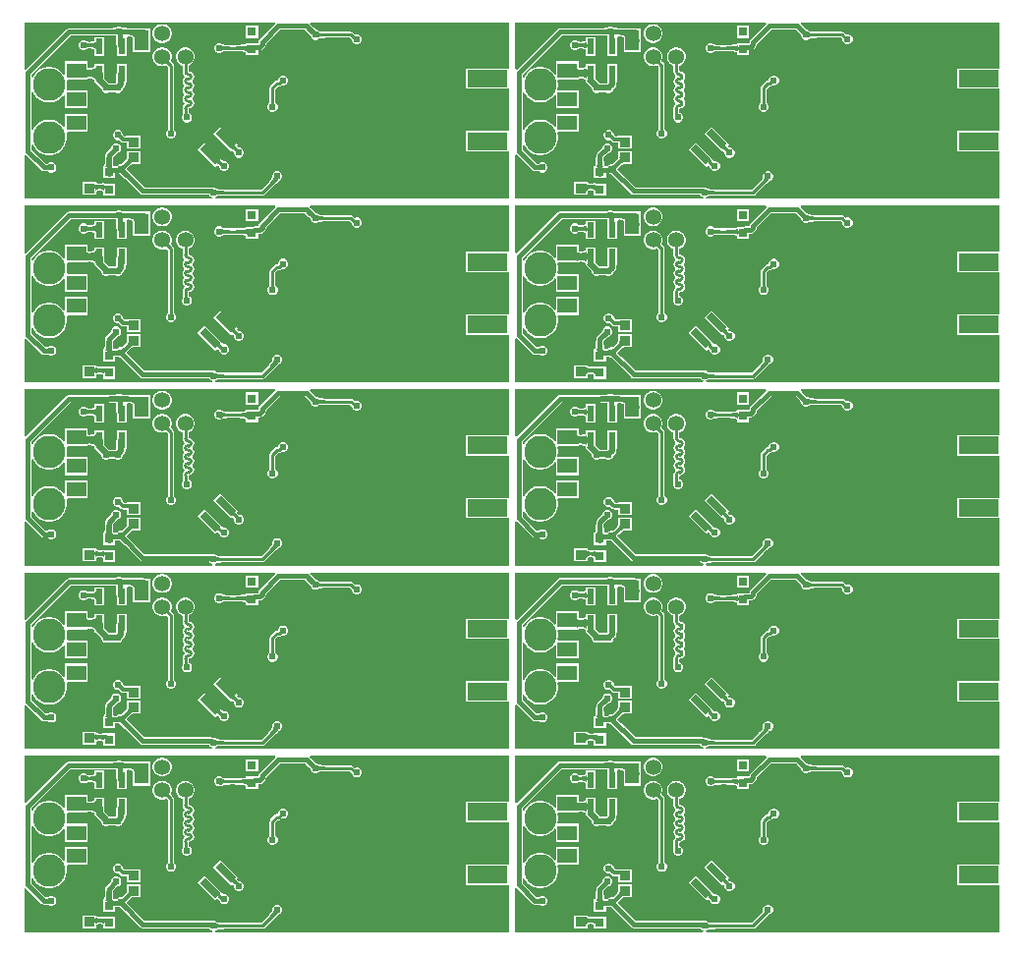
<source format=gbl>
G04*
G04 #@! TF.GenerationSoftware,Altium Limited,Altium Designer,22.10.1 (41)*
G04*
G04 Layer_Physical_Order=2*
G04 Layer_Color=16711680*
%FSTAX24Y24*%
%MOIN*%
G70*
G04*
G04 #@! TF.SameCoordinates,45835C21-10AE-4195-8F6B-2C948669ADBA*
G04*
G04*
G04 #@! TF.FilePolarity,Positive*
G04*
G01*
G75*
%ADD11C,0.0200*%
%ADD12C,0.0100*%
%ADD16C,0.0150*%
%ADD17R,0.1378X0.0591*%
%ADD29R,0.0374X0.0335*%
%ADD38C,0.0119*%
%ADD42C,0.0535*%
%ADD43R,0.0535X0.0535*%
%ADD44C,0.1102*%
%ADD45C,0.0240*%
%ADD46R,0.0484X0.0709*%
%ADD47R,0.0315X0.0315*%
%ADD48R,0.0236X0.0520*%
G04:AMPARAMS|DCode=49|XSize=15.7mil|YSize=74.8mil|CornerRadius=0mil|HoleSize=0mil|Usage=FLASHONLY|Rotation=45.000|XOffset=0mil|YOffset=0mil|HoleType=Round|Shape=Rectangle|*
%AMROTATEDRECTD49*
4,1,4,0.0209,-0.0320,-0.0320,0.0209,-0.0209,0.0320,0.0320,-0.0209,0.0209,-0.0320,0.0*
%
%ADD49ROTATEDRECTD49*%

G04:AMPARAMS|DCode=50|XSize=23.6mil|YSize=74.8mil|CornerRadius=0mil|HoleSize=0mil|Usage=FLASHONLY|Rotation=45.000|XOffset=0mil|YOffset=0mil|HoleType=Round|Shape=Rectangle|*
%AMROTATEDRECTD50*
4,1,4,0.0181,-0.0348,-0.0348,0.0181,-0.0181,0.0348,0.0348,-0.0181,0.0181,-0.0348,0.0*
%
%ADD50ROTATEDRECTD50*%

%ADD51R,0.0669X0.0512*%
G36*
X037566Y044136D02*
X037575Y044134D01*
X037588Y044133D01*
X037656Y04413D01*
X03781Y044128D01*
Y044124D01*
X037986Y044122D01*
X037987Y043862D01*
X037982Y043884D01*
X037966Y043904D01*
X037941Y043921D01*
X037905Y043936D01*
X037859Y043949D01*
X037803Y04396D01*
X037736Y043968D01*
X037654Y043972D01*
X037562Y043969D01*
Y043977D01*
X037476Y043978D01*
Y044128D01*
X037562Y044127D01*
Y044137D01*
X037566Y044136D01*
D02*
G37*
G36*
X020913D02*
X020921Y044134D01*
X020935Y044133D01*
X021002Y04413D01*
X021157Y044128D01*
Y044124D01*
X021332Y044122D01*
X021333Y043862D01*
X021328Y043884D01*
X021313Y043904D01*
X021287Y043921D01*
X021251Y043936D01*
X021205Y043949D01*
X021149Y04396D01*
X021083Y043968D01*
X021Y043972D01*
X020909Y043969D01*
Y043977D01*
X020823Y043978D01*
Y044128D01*
X020909Y044127D01*
Y044137D01*
X020913Y044136D01*
D02*
G37*
G36*
X037391Y043969D02*
X037387Y043971D01*
X037378Y043972D01*
X037365Y043974D01*
X037297Y043977D01*
X037143Y043978D01*
Y044128D01*
X037391Y044137D01*
Y043969D01*
D02*
G37*
G36*
X020737D02*
X020733Y043971D01*
X020724Y043972D01*
X020711Y043974D01*
X020644Y043977D01*
X020489Y043978D01*
Y044128D01*
X020737Y044137D01*
Y043969D01*
D02*
G37*
G36*
X044125Y044073D02*
X044006Y043954D01*
X044005Y043959D01*
X044Y043966D01*
X043991Y043976D01*
X043946Y044026D01*
X043837Y044136D01*
X043943Y044242D01*
X044125Y044073D01*
D02*
G37*
G36*
X027472D02*
X027353Y043954D01*
X027351Y043959D01*
X027346Y043966D01*
X027338Y043976D01*
X027292Y044026D01*
X027184Y044136D01*
X02729Y044242D01*
X027472Y044073D01*
D02*
G37*
G36*
X044221Y044031D02*
X044233Y044025D01*
X04425Y04402D01*
X04427Y044015D01*
X044295Y044012D01*
X044355Y044006D01*
X044432Y044004D01*
X044476Y044003D01*
Y043903D01*
X044432Y043903D01*
X04427Y043891D01*
X04425Y043887D01*
X044233Y043881D01*
X044221Y043876D01*
X044212Y043869D01*
Y044037D01*
X044221Y044031D01*
D02*
G37*
G36*
X027567D02*
X02758Y044025D01*
X027596Y04402D01*
X027617Y044015D01*
X027641Y044012D01*
X027702Y044006D01*
X027778Y044004D01*
X027822Y044003D01*
Y043903D01*
X027778Y043903D01*
X027617Y043891D01*
X027596Y043887D01*
X02758Y043881D01*
X027567Y043876D01*
X027559Y043869D01*
Y044037D01*
X027567Y044031D01*
D02*
G37*
G36*
X050683Y042811D02*
X049237D01*
Y042121D01*
X050683D01*
Y040685D01*
X049237D01*
Y039995D01*
X050683D01*
Y038388D01*
X040732D01*
X040722Y038438D01*
X040773Y038459D01*
X040788Y038474D01*
X040795Y038476D01*
X040799Y038479D01*
X040803Y038481D01*
X040814Y038484D01*
X040828Y038487D01*
X040984Y038499D01*
X041026Y038499D01*
X041031Y038501D01*
X042326D01*
X042365Y038509D01*
X042399Y038531D01*
X04269Y038823D01*
X042695Y038825D01*
X042782Y038911D01*
X042853Y038977D01*
X04286Y038983D01*
X04286D01*
X042923Y039009D01*
X042971Y039057D01*
X042997Y039119D01*
Y039187D01*
X042971Y03925D01*
X042923Y039297D01*
X04286Y039323D01*
X042793D01*
X04273Y039297D01*
X042682Y03925D01*
X042656Y039187D01*
Y039119D01*
X042659Y039113D01*
X042658Y039111D01*
X042658Y03911D01*
X042656Y039104D01*
X042649Y039091D01*
X042638Y039076D01*
X042553Y038978D01*
X042523Y038947D01*
X042521Y038942D01*
X042284Y038705D01*
X041031D01*
X041026Y038707D01*
X040983Y038708D01*
X040909Y03871D01*
X040851Y038715D01*
X04083Y038719D01*
X040814Y038722D01*
X040803Y038726D01*
X040799Y038728D01*
X040795Y038731D01*
X040788Y038732D01*
X040773Y038747D01*
X04071Y038773D01*
X040643D01*
X040641Y038773D01*
X040602Y038781D01*
X038329D01*
X037856Y039254D01*
X037854Y039258D01*
X037747Y039368D01*
X037719Y039398D01*
X037772Y039458D01*
X037841Y039519D01*
X037877Y039546D01*
X037907Y039567D01*
X03793Y039579D01*
X037933Y03958D01*
X037955D01*
X037962Y039577D01*
X037969Y03958D01*
X037976D01*
X037979Y03958D01*
X037979Y03958D01*
X038213D01*
Y040015D01*
X037739D01*
Y039819D01*
X037739Y039819D01*
X037739Y039816D01*
Y039809D01*
X037737Y039802D01*
X037739Y039795D01*
Y039773D01*
X037738Y03977D01*
X037726Y039748D01*
X037707Y039719D01*
X037609Y039607D01*
X037596Y039597D01*
X037579Y039586D01*
X037566Y039578D01*
X037559Y039574D01*
X037558Y039574D01*
X037555Y039574D01*
X037552Y039573D01*
X037493D01*
X03743Y039547D01*
X037391Y039508D01*
X03729D01*
X037287Y039513D01*
X03728Y039533D01*
X037274Y039563D01*
X037256Y03978D01*
X037256Y0398D01*
X037293Y039836D01*
X037388Y039928D01*
X037394Y039933D01*
X03741D01*
X037473Y039959D01*
X037521Y040007D01*
X037547Y040069D01*
Y040137D01*
X037521Y0402D01*
X037473Y040247D01*
X03741Y040273D01*
X037343D01*
X03728Y040247D01*
X037232Y0402D01*
X037206Y040137D01*
Y040125D01*
X037048Y039957D01*
X037047Y039954D01*
X037036Y039943D01*
X037009Y039902D01*
X037001Y039862D01*
X036997Y039854D01*
X036994Y039712D01*
X036986Y039604D01*
X03698Y039564D01*
X036973Y039533D01*
X036965Y039513D01*
X036962Y039506D01*
X036961Y039506D01*
X036919D01*
Y039091D01*
X037334D01*
Y039254D01*
X037443D01*
X037493Y039233D01*
X037502D01*
X037673Y039074D01*
X037676Y039073D01*
X038186Y038563D01*
X038228Y038535D01*
X038276Y038526D01*
X040524D01*
X040532Y038507D01*
X04058Y038459D01*
X040631Y038438D01*
X040621Y038388D01*
X03426D01*
Y039869D01*
X03431Y03989D01*
X034836Y039363D01*
X034878Y039335D01*
X034926Y039326D01*
X035063D01*
X03508Y039309D01*
X035143Y039283D01*
X03521D01*
X035273Y039309D01*
X035321Y039357D01*
X035347Y039419D01*
Y039487D01*
X035321Y03955D01*
X035273Y039597D01*
X03521Y039623D01*
X035143D01*
X03508Y039597D01*
X035063Y039581D01*
X034979D01*
X034504Y040056D01*
Y040213D01*
X034554Y040223D01*
X034565Y040197D01*
X03463Y040098D01*
X034714Y040015D01*
X034813Y039949D01*
X034922Y039903D01*
X035038Y03988D01*
X035157D01*
X035273Y039903D01*
X035382Y039949D01*
X035481Y040015D01*
X035564Y040098D01*
X03563Y040197D01*
X035675Y040306D01*
X035699Y040422D01*
Y040541D01*
X035683Y040618D01*
X035724Y040668D01*
X036407D01*
Y04128D01*
X035638D01*
Y040845D01*
X035588Y040829D01*
X035564Y040865D01*
X035481Y040949D01*
X035382Y041014D01*
X035273Y04106D01*
X035157Y041083D01*
X035038D01*
X034922Y04106D01*
X034813Y041014D01*
X034714Y040949D01*
X03463Y040865D01*
X034565Y040766D01*
X034554Y040741D01*
X034504Y04075D01*
Y041984D01*
X034554Y041994D01*
X034565Y041968D01*
X03463Y04187D01*
X034714Y041786D01*
X034813Y04172D01*
X034922Y041675D01*
X035038Y041652D01*
X035157D01*
X035273Y041675D01*
X035382Y04172D01*
X035481Y041786D01*
X035564Y04187D01*
X035588Y041905D01*
X035638Y04189D01*
Y041455D01*
X036407D01*
Y042067D01*
X035724D01*
X035683Y042117D01*
X035699Y042194D01*
Y042312D01*
X035683Y042389D01*
X035724Y042439D01*
X036349D01*
X036356Y042437D01*
X036363Y042439D01*
X036407D01*
Y042467D01*
X036413Y04247D01*
X036436Y042475D01*
X036477Y042478D01*
X036534Y042469D01*
X03658Y042458D01*
X036612Y042446D01*
X036629Y042436D01*
X036632Y042433D01*
X036634Y042424D01*
Y042341D01*
X036666D01*
X036856Y042149D01*
Y042119D01*
X036882Y042057D01*
X03693Y042009D01*
X036993Y041983D01*
X03706D01*
X03712Y042008D01*
X037333D01*
X037393Y041983D01*
X03746D01*
X037523Y042009D01*
X037571Y042057D01*
X037595Y042117D01*
X037641Y042162D01*
X037674Y042211D01*
X037685Y04227D01*
Y042341D01*
X037719D01*
Y04296D01*
X037382D01*
Y042647D01*
X037379Y042632D01*
Y042333D01*
X03736Y042314D01*
X037127D01*
X036973Y042466D01*
Y042632D01*
X036971Y042647D01*
Y04296D01*
X036634D01*
Y042877D01*
X036632Y042868D01*
X036629Y042865D01*
X036612Y042855D01*
X03658Y042843D01*
X036534Y042832D01*
X036476Y042822D01*
X036469Y042822D01*
X036439Y042828D01*
X036414Y042835D01*
X036407Y042837D01*
Y043051D01*
X035638D01*
Y042616D01*
X035588Y042601D01*
X035564Y042636D01*
X035481Y04272D01*
X035382Y042786D01*
X035273Y042831D01*
X035157Y042854D01*
X035038D01*
X034922Y042831D01*
X034813Y042786D01*
X034714Y04272D01*
X03463Y042636D01*
X034565Y042538D01*
X034554Y042512D01*
X034504Y042522D01*
Y0426D01*
X035829Y043926D01*
X037138D01*
X037142Y043924D01*
X037296Y043923D01*
X037361Y04392D01*
X03737Y043919D01*
X03738Y043909D01*
Y043599D01*
X037382Y043587D01*
Y043246D01*
X037719D01*
Y043865D01*
X037719Y043868D01*
X037772Y043909D01*
X037795Y043906D01*
X037847Y043896D01*
X037887Y043885D01*
X037915Y043874D01*
X037929Y043864D01*
X037932Y04386D01*
X037934Y04385D01*
X037934Y043849D01*
Y043365D01*
X038519D01*
Y044173D01*
X038348D01*
X038311Y044181D01*
X037815D01*
X037811Y044182D01*
X037657Y044184D01*
X037592Y044187D01*
X037583Y044188D01*
X037573Y044197D01*
X03751Y044223D01*
X037443D01*
X03738Y044197D01*
X037374Y044191D01*
X037141Y044182D01*
X037137Y044181D01*
X035776D01*
X035728Y044171D01*
X035686Y044143D01*
X03431Y042767D01*
X03426Y042787D01*
Y044378D01*
X04275D01*
X042771Y044328D01*
X042236Y043793D01*
X042209Y043752D01*
X042199Y043703D01*
Y043686D01*
X042186Y043673D01*
X042059D01*
X042047Y04367D01*
X041837D01*
X041837Y04367D01*
X041833Y04367D01*
X041827D01*
X04182Y043673D01*
X041813Y04367D01*
X041769D01*
Y043638D01*
X041764Y043636D01*
X041743Y043629D01*
X041713Y043623D01*
X041494Y043608D01*
X04142Y043607D01*
X041415Y043605D01*
X041231D01*
X041226Y043607D01*
X041183Y043608D01*
X041109Y04361D01*
X041051Y043615D01*
X04103Y043619D01*
X041014Y043622D01*
X041003Y043626D01*
X040999Y043628D01*
X040995Y043631D01*
X040988Y043632D01*
X040973Y043647D01*
X04091Y043673D01*
X040843D01*
X04078Y043647D01*
X040732Y0436D01*
X040706Y043537D01*
Y043469D01*
X040732Y043407D01*
X04078Y043359D01*
X040843Y043333D01*
X04091D01*
X040973Y043359D01*
X040988Y043374D01*
X040995Y043376D01*
X040999Y043379D01*
X041003Y043381D01*
X041014Y043384D01*
X041028Y043387D01*
X041184Y043399D01*
X041226Y043399D01*
X041231Y043401D01*
X041414D01*
X041419Y043399D01*
X041494Y043398D01*
X041619Y04339D01*
X041668Y043384D01*
X041708Y043376D01*
X041738Y043367D01*
X041757Y043357D01*
X041766Y043351D01*
X041767Y04335D01*
X041768Y043342D01*
X041769Y043341D01*
Y043255D01*
X042184D01*
Y043418D01*
X042239D01*
X042287Y043427D01*
X042329Y043455D01*
X042417Y043543D01*
X042444Y043584D01*
X042454Y043633D01*
Y04365D01*
X042929Y044126D01*
X043774D01*
X043797Y044102D01*
X043799Y044098D01*
X043906Y043989D01*
X04395Y043941D01*
X043956Y043933D01*
Y043919D01*
X043982Y043857D01*
X04403Y043809D01*
X044093Y043783D01*
X04416D01*
X044223Y043809D01*
X044238Y043824D01*
X044245Y043826D01*
X044249Y043829D01*
X044253Y043831D01*
X044264Y043834D01*
X044278Y043837D01*
X044434Y043849D01*
X044476Y043849D01*
X044481Y043851D01*
X045296D01*
X045356Y043791D01*
Y043769D01*
X045382Y043707D01*
X04543Y043659D01*
X045493Y043633D01*
X04556D01*
X045623Y043659D01*
X045671Y043707D01*
X045697Y043769D01*
Y043837D01*
X045671Y0439D01*
X045623Y043947D01*
X04556Y043973D01*
X045493D01*
X045471Y043965D01*
X045411Y044025D01*
X045378Y044047D01*
X045339Y044055D01*
X044481D01*
X044476Y044057D01*
X044433Y044058D01*
X044359Y04406D01*
X044301Y044065D01*
X04428Y044069D01*
X044264Y044072D01*
X044253Y044076D01*
X044249Y044078D01*
X044245Y044081D01*
X044238Y044082D01*
X044223Y044097D01*
X04416Y044123D01*
X044151D01*
X04398Y044282D01*
X043977Y044283D01*
X043932Y044328D01*
X043953Y044378D01*
X050683D01*
Y042811D01*
D02*
G37*
G36*
X034029D02*
X032584D01*
Y042121D01*
X034029D01*
Y040685D01*
X032584D01*
Y039995D01*
X034029D01*
Y038388D01*
X024079D01*
X024069Y038438D01*
X024119Y038459D01*
X024134Y038474D01*
X024141Y038476D01*
X024145Y038479D01*
X024149Y038481D01*
X02416Y038484D01*
X024175Y038487D01*
X02433Y038499D01*
X024373Y038499D01*
X024378Y038501D01*
X025673D01*
X025712Y038509D01*
X025745Y038531D01*
X026037Y038823D01*
X026042Y038825D01*
X026129Y038911D01*
X0262Y038977D01*
X026207Y038983D01*
X026207D01*
X026269Y039009D01*
X026317Y039057D01*
X026343Y039119D01*
Y039187D01*
X026317Y03925D01*
X026269Y039297D01*
X026207Y039323D01*
X026139D01*
X026077Y039297D01*
X026029Y03925D01*
X026003Y039187D01*
Y039119D01*
X026005Y039113D01*
X026005Y039111D01*
X026005Y03911D01*
X026002Y039104D01*
X025995Y039091D01*
X025985Y039076D01*
X0259Y038978D01*
X02587Y038947D01*
X025868Y038942D01*
X025631Y038705D01*
X024378D01*
X024373Y038707D01*
X024329Y038708D01*
X024255Y03871D01*
X024198Y038715D01*
X024177Y038719D01*
X02416Y038722D01*
X024149Y038726D01*
X024145Y038728D01*
X024141Y038731D01*
X024134Y038732D01*
X024119Y038747D01*
X024057Y038773D01*
X023989D01*
X023988Y038773D01*
X023949Y038781D01*
X021676D01*
X021202Y039254D01*
X021201Y039258D01*
X021093Y039368D01*
X021065Y039398D01*
X021118Y039458D01*
X021187Y039519D01*
X021224Y039546D01*
X021254Y039567D01*
X021276Y039579D01*
X021279Y03958D01*
X021301D01*
X021308Y039577D01*
X021315Y03958D01*
X021322D01*
X021325Y03958D01*
X021325Y03958D01*
X02156D01*
Y040015D01*
X021086D01*
Y039819D01*
X021086Y039819D01*
X021086Y039816D01*
Y039809D01*
X021083Y039802D01*
X021086Y039795D01*
Y039773D01*
X021085Y03977D01*
X021073Y039748D01*
X021053Y039719D01*
X020955Y039607D01*
X020943Y039597D01*
X020926Y039586D01*
X020913Y039578D01*
X020905Y039574D01*
X020904Y039574D01*
X020901Y039574D01*
X020899Y039573D01*
X020839D01*
X020777Y039547D01*
X020738Y039508D01*
X020636D01*
X020634Y039513D01*
X020627Y039533D01*
X02062Y039563D01*
X020603Y03978D01*
X020603Y0398D01*
X020639Y039836D01*
X020735Y039928D01*
X020741Y039933D01*
X020757D01*
X020819Y039959D01*
X020867Y040007D01*
X020893Y040069D01*
Y040137D01*
X020867Y0402D01*
X020819Y040247D01*
X020757Y040273D01*
X020689D01*
X020627Y040247D01*
X020579Y0402D01*
X020553Y040137D01*
Y040125D01*
X020394Y039957D01*
X020393Y039954D01*
X020383Y039943D01*
X020355Y039902D01*
X020347Y039862D01*
X020344Y039854D01*
X020341Y039712D01*
X020332Y039604D01*
X020326Y039564D01*
X020319Y039533D01*
X020312Y039513D01*
X020308Y039506D01*
X020308Y039506D01*
X020265D01*
Y039091D01*
X02068D01*
Y039254D01*
X02079D01*
X020839Y039233D01*
X020848D01*
X021019Y039074D01*
X021023Y039073D01*
X021533Y038563D01*
X021574Y038535D01*
X021623Y038526D01*
X023871D01*
X023879Y038507D01*
X023927Y038459D01*
X023977Y038438D01*
X023967Y038388D01*
X017606D01*
Y039869D01*
X017656Y03989D01*
X018183Y039363D01*
X018224Y039335D01*
X018273Y039326D01*
X01841D01*
X018427Y039309D01*
X018489Y039283D01*
X018557D01*
X018619Y039309D01*
X018667Y039357D01*
X018693Y039419D01*
Y039487D01*
X018667Y03955D01*
X018619Y039597D01*
X018557Y039623D01*
X018489D01*
X018427Y039597D01*
X01841Y039581D01*
X018326D01*
X01785Y040056D01*
Y040213D01*
X0179Y040223D01*
X017911Y040197D01*
X017977Y040098D01*
X018061Y040015D01*
X018159Y039949D01*
X018268Y039903D01*
X018385Y03988D01*
X018503D01*
X018619Y039903D01*
X018729Y039949D01*
X018827Y040015D01*
X018911Y040098D01*
X018977Y040197D01*
X019022Y040306D01*
X019045Y040422D01*
Y040541D01*
X01903Y040618D01*
X01907Y040668D01*
X019754D01*
Y04128D01*
X018984D01*
Y040845D01*
X018934Y040829D01*
X018911Y040865D01*
X018827Y040949D01*
X018729Y041014D01*
X018619Y04106D01*
X018503Y041083D01*
X018385D01*
X018268Y04106D01*
X018159Y041014D01*
X018061Y040949D01*
X017977Y040865D01*
X017911Y040766D01*
X0179Y040741D01*
X01785Y04075D01*
Y041984D01*
X0179Y041994D01*
X017911Y041968D01*
X017977Y04187D01*
X018061Y041786D01*
X018159Y04172D01*
X018268Y041675D01*
X018385Y041652D01*
X018503D01*
X018619Y041675D01*
X018729Y04172D01*
X018827Y041786D01*
X018911Y04187D01*
X018934Y041905D01*
X018984Y04189D01*
Y041455D01*
X019754D01*
Y042067D01*
X01907D01*
X01903Y042117D01*
X019045Y042194D01*
Y042312D01*
X01903Y042389D01*
X01907Y042439D01*
X019696D01*
X019703Y042437D01*
X01971Y042439D01*
X019754D01*
Y042467D01*
X019759Y04247D01*
X019782Y042475D01*
X019824Y042478D01*
X01988Y042469D01*
X019926Y042458D01*
X019959Y042446D01*
X019976Y042436D01*
X019978Y042433D01*
X019981Y042424D01*
Y042341D01*
X020012D01*
X020203Y042149D01*
Y042119D01*
X020229Y042057D01*
X020277Y042009D01*
X020339Y041983D01*
X020407D01*
X020467Y042008D01*
X020679D01*
X020739Y041983D01*
X020807D01*
X020869Y042009D01*
X020917Y042057D01*
X020942Y042117D01*
X020987Y042162D01*
X02102Y042211D01*
X021032Y04227D01*
Y042341D01*
X021065D01*
Y04296D01*
X020729D01*
Y042647D01*
X020726Y042632D01*
Y042333D01*
X020706Y042314D01*
X020473D01*
X02032Y042466D01*
Y042632D01*
X020317Y042647D01*
Y04296D01*
X019981D01*
Y042877D01*
X019978Y042868D01*
X019976Y042865D01*
X019959Y042855D01*
X019926Y042843D01*
X01988Y042832D01*
X019822Y042822D01*
X019815Y042822D01*
X019785Y042828D01*
X01976Y042835D01*
X019754Y042837D01*
Y043051D01*
X018984D01*
Y042616D01*
X018934Y042601D01*
X018911Y042636D01*
X018827Y04272D01*
X018729Y042786D01*
X018619Y042831D01*
X018503Y042854D01*
X018385D01*
X018268Y042831D01*
X018159Y042786D01*
X018061Y04272D01*
X017977Y042636D01*
X017911Y042538D01*
X0179Y042512D01*
X01785Y042522D01*
Y0426D01*
X019176Y043926D01*
X020485D01*
X020488Y043924D01*
X020642Y043923D01*
X020707Y04392D01*
X020717Y043919D01*
X020726Y043909D01*
Y043599D01*
X020729Y043587D01*
Y043246D01*
X021065D01*
Y043865D01*
X021065Y043868D01*
X021118Y043909D01*
X021141Y043906D01*
X021193Y043896D01*
X021233Y043885D01*
X021261Y043874D01*
X021275Y043864D01*
X021278Y04386D01*
X021281Y04385D01*
X021281Y043849D01*
Y043365D01*
X021865D01*
Y044173D01*
X021694D01*
X021657Y044181D01*
X021161D01*
X021157Y044182D01*
X021004Y044184D01*
X020939Y044187D01*
X020929Y044188D01*
X020919Y044197D01*
X020857Y044223D01*
X020789D01*
X020727Y044197D01*
X02072Y044191D01*
X020487Y044182D01*
X020483Y044181D01*
X019123D01*
X019074Y044171D01*
X019033Y044143D01*
X017656Y042767D01*
X017606Y042787D01*
Y044378D01*
X026097D01*
X026117Y044328D01*
X025583Y043793D01*
X025555Y043752D01*
X025545Y043703D01*
Y043686D01*
X025532Y043673D01*
X025405D01*
X025393Y04367D01*
X025184D01*
X025183Y04367D01*
X025179Y04367D01*
X025174D01*
X025166Y043673D01*
X025159Y04367D01*
X025115D01*
Y043638D01*
X025111Y043636D01*
X025089Y043629D01*
X025059Y043623D01*
X024841Y043608D01*
X024766Y043607D01*
X024761Y043605D01*
X024578D01*
X024573Y043607D01*
X024529Y043608D01*
X024455Y04361D01*
X024398Y043615D01*
X024377Y043619D01*
X02436Y043622D01*
X024349Y043626D01*
X024345Y043628D01*
X024341Y043631D01*
X024334Y043632D01*
X024319Y043647D01*
X024257Y043673D01*
X024189D01*
X024127Y043647D01*
X024079Y0436D01*
X024053Y043537D01*
Y043469D01*
X024079Y043407D01*
X024127Y043359D01*
X024189Y043333D01*
X024257D01*
X024319Y043359D01*
X024334Y043374D01*
X024341Y043376D01*
X024345Y043379D01*
X024349Y043381D01*
X02436Y043384D01*
X024375Y043387D01*
X02453Y043399D01*
X024573Y043399D01*
X024578Y043401D01*
X024761D01*
X024766Y043399D01*
X024841Y043398D01*
X024966Y04339D01*
X025014Y043384D01*
X025054Y043376D01*
X025084Y043367D01*
X025104Y043357D01*
X025112Y043351D01*
X025113Y04335D01*
X025115Y043342D01*
X025115Y043341D01*
Y043255D01*
X02553D01*
Y043418D01*
X025585D01*
X025634Y043427D01*
X025675Y043455D01*
X025763Y043543D01*
X025791Y043584D01*
X0258Y043633D01*
Y04365D01*
X026276Y044126D01*
X02712D01*
X027144Y044102D01*
X027145Y044098D01*
X027253Y043989D01*
X027297Y043941D01*
X027303Y043933D01*
Y043919D01*
X027329Y043857D01*
X027377Y043809D01*
X027439Y043783D01*
X027507D01*
X027569Y043809D01*
X027584Y043824D01*
X027591Y043826D01*
X027595Y043829D01*
X027599Y043831D01*
X02761Y043834D01*
X027625Y043837D01*
X02778Y043849D01*
X027823Y043849D01*
X027828Y043851D01*
X028643D01*
X028703Y043791D01*
Y043769D01*
X028729Y043707D01*
X028777Y043659D01*
X028839Y043633D01*
X028907D01*
X028969Y043659D01*
X029017Y043707D01*
X029043Y043769D01*
Y043837D01*
X029017Y0439D01*
X028969Y043947D01*
X028907Y043973D01*
X028839D01*
X028818Y043965D01*
X028757Y044025D01*
X028724Y044047D01*
X028685Y044055D01*
X027828D01*
X027823Y044057D01*
X027779Y044058D01*
X027705Y04406D01*
X027648Y044065D01*
X027627Y044069D01*
X02761Y044072D01*
X027599Y044076D01*
X027595Y044078D01*
X027591Y044081D01*
X027584Y044082D01*
X027569Y044097D01*
X027507Y044123D01*
X027497D01*
X027327Y044282D01*
X027323Y044283D01*
X027278Y044328D01*
X027299Y044378D01*
X034029D01*
Y042811D01*
D02*
G37*
G36*
X040971Y043581D02*
X040983Y043575D01*
X041Y04357D01*
X04102Y043565D01*
X041045Y043562D01*
X041105Y043556D01*
X041182Y043554D01*
X041226Y043553D01*
Y043453D01*
X041182Y043453D01*
X04102Y043441D01*
X041Y043437D01*
X040983Y043431D01*
X040971Y043426D01*
X040962Y043419D01*
Y043587D01*
X040971Y043581D01*
D02*
G37*
G36*
X024317D02*
X02433Y043575D01*
X024346Y04357D01*
X024367Y043565D01*
X024391Y043562D01*
X024452Y043556D01*
X024528Y043554D01*
X024572Y043553D01*
Y043453D01*
X024528Y043453D01*
X024367Y043441D01*
X024346Y043437D01*
X02433Y043431D01*
X024317Y043426D01*
X024309Y043419D01*
Y043587D01*
X024317Y043581D01*
D02*
G37*
G36*
X041821Y043353D02*
X041817Y043372D01*
X041805Y043389D01*
X041785Y043404D01*
X041757Y043417D01*
X041721Y043428D01*
X041677Y043437D01*
X041625Y043444D01*
X041496Y043452D01*
X04142Y043453D01*
Y043553D01*
X041496Y043554D01*
X04172Y04357D01*
X041756Y043577D01*
X041784Y043585D01*
X041804Y043595D01*
X041816Y043606D01*
X04182Y043619D01*
X041821Y043353D01*
D02*
G37*
G36*
X025168D02*
X025164Y043372D01*
X025152Y043389D01*
X025132Y043404D01*
X025103Y043417D01*
X025067Y043428D01*
X025023Y043437D01*
X024971Y043444D01*
X024843Y043452D01*
X024767Y043453D01*
Y043553D01*
X024843Y043554D01*
X025067Y04357D01*
X025103Y043577D01*
X025131Y043585D01*
X025151Y043595D01*
X025163Y043606D01*
X025167Y043619D01*
X025168Y043353D01*
D02*
G37*
G36*
X036687Y042752D02*
X036802Y04275D01*
Y04255D01*
X036718Y04255D01*
X036687Y042548D01*
Y042437D01*
X036681Y042459D01*
X036664Y042478D01*
X036635Y042495D01*
X036596Y04251D01*
X036544Y042522D01*
X036482Y042532D01*
X036479Y042533D01*
X036427Y042529D01*
X036396Y042521D01*
X036374Y042512D01*
X03636Y042502D01*
X036356Y042491D01*
X036356Y042543D01*
X036226Y042549D01*
X036117Y04255D01*
Y04275D01*
X036226Y042752D01*
X036355Y04276D01*
X036355Y042818D01*
X036359Y042805D01*
X036373Y042794D01*
X036395Y042783D01*
X036427Y042775D01*
X036466Y042767D01*
X036482Y042769D01*
X036544Y042779D01*
X036596Y042791D01*
X036635Y042806D01*
X036664Y042823D01*
X036681Y042842D01*
X036687Y042863D01*
Y042752D01*
D02*
G37*
G36*
X020033D02*
X020149Y04275D01*
Y04255D01*
X020064Y04255D01*
X020033Y042548D01*
Y042437D01*
X020027Y042459D01*
X02001Y042478D01*
X019982Y042495D01*
X019942Y04251D01*
X019891Y042522D01*
X019828Y042532D01*
X019826Y042533D01*
X019774Y042529D01*
X019743Y042521D01*
X01972Y042512D01*
X019707Y042502D01*
X019702Y042491D01*
X019702Y042543D01*
X019572Y042549D01*
X019464Y04255D01*
Y04275D01*
X019572Y042752D01*
X019701Y04276D01*
X019701Y042818D01*
X019706Y042805D01*
X019719Y042794D01*
X019742Y042783D01*
X019773Y042775D01*
X019812Y042767D01*
X019828Y042769D01*
X019891Y042779D01*
X019942Y042791D01*
X019982Y042806D01*
X02001Y042823D01*
X020027Y042842D01*
X020033Y042863D01*
Y042752D01*
D02*
G37*
G36*
X03692Y042443D02*
X036925Y042438D01*
X037089Y042275D01*
X036948Y042133D01*
X03669Y042393D01*
X036918Y042444D01*
X03692Y042443D01*
D02*
G37*
G36*
X020267D02*
X020272Y042438D01*
X020436Y042275D01*
X020295Y042133D01*
X020036Y042393D01*
X020265Y042444D01*
X020267Y042443D01*
D02*
G37*
G36*
X037962Y039631D02*
X037949Y039638D01*
X037931Y039637D01*
X037908Y039629D01*
X037879Y039613D01*
X037846Y03959D01*
X037807Y03956D01*
X037734Y039497D01*
X037648Y0394D01*
X037648Y039399D01*
X037648Y039398D01*
X037653Y039391D01*
X037662Y03938D01*
X037707Y03933D01*
X037816Y03922D01*
X03771Y039114D01*
X037528Y039283D01*
X037643Y039399D01*
X037638Y039406D01*
X037598Y039368D01*
X037527Y039439D01*
X037577Y039489D01*
X037553Y03952D01*
X037564Y03952D01*
X037576Y039523D01*
X037591Y03953D01*
X037608Y03954D01*
X037628Y039553D01*
X037646Y039567D01*
X03775Y039686D01*
X037773Y03972D01*
X037788Y039748D01*
X037796Y039772D01*
X037797Y03979D01*
X037791Y039802D01*
X037962Y039631D01*
D02*
G37*
G36*
X021308D02*
X021295Y039638D01*
X021277Y039637D01*
X021254Y039629D01*
X021226Y039613D01*
X021192Y03959D01*
X021153Y03956D01*
X02108Y039497D01*
X020995Y0394D01*
X020994Y039399D01*
X020995Y039398D01*
X021Y039391D01*
X021008Y03938D01*
X021054Y03933D01*
X021162Y03922D01*
X021056Y039114D01*
X020874Y039283D01*
X020989Y039399D01*
X020984Y039406D01*
X020944Y039368D01*
X020874Y039439D01*
X020923Y039489D01*
X0209Y03952D01*
X02091Y03952D01*
X020923Y039523D01*
X020938Y03953D01*
X020955Y03954D01*
X020975Y039553D01*
X020993Y039567D01*
X021096Y039686D01*
X021119Y03972D01*
X021134Y039748D01*
X021143Y039772D01*
X021143Y03979D01*
X021137Y039802D01*
X021308Y039631D01*
D02*
G37*
G36*
X037372Y039983D02*
X037369Y039982D01*
X037362Y039977D01*
X037352Y039968D01*
X037255Y039875D01*
X037202Y039822D01*
X037202Y039778D01*
X03722Y039554D01*
X037228Y039519D01*
X037238Y039491D01*
X037249Y039471D01*
X037262Y039459D01*
X037276Y039455D01*
X036977D01*
X036991Y039459D01*
X037004Y039471D01*
X037015Y039491D01*
X037025Y039519D01*
X037033Y039554D01*
X03704Y039598D01*
X037048Y03971D01*
X037051Y039853D01*
X037154D01*
X037087Y03992D01*
X037256Y040099D01*
X037372Y039983D01*
D02*
G37*
G36*
X020718D02*
X020715Y039982D01*
X020708Y039977D01*
X020699Y039968D01*
X020601Y039875D01*
X020548Y039822D01*
X020549Y039778D01*
X020567Y039554D01*
X020575Y039519D01*
X020584Y039491D01*
X020596Y039471D01*
X020608Y039459D01*
X020622Y039455D01*
X020323D01*
X020338Y039459D01*
X02035Y039471D01*
X020361Y039491D01*
X020371Y039519D01*
X020379Y039554D01*
X020386Y039598D01*
X020395Y03971D01*
X020398Y039853D01*
X020501D01*
X020434Y03992D01*
X020603Y040099D01*
X020718Y039983D01*
D02*
G37*
G36*
X042839Y039034D02*
X042835Y039032D01*
X042828Y039027D01*
X042817Y039018D01*
X042745Y03895D01*
X042657Y038863D01*
X042562Y038909D01*
X042593Y038941D01*
X042681Y039043D01*
X042695Y039063D01*
X042704Y03908D01*
X04271Y039095D01*
X042713Y039107D01*
X042712Y039117D01*
X042839Y039034D01*
D02*
G37*
G36*
X026186D02*
X026181Y039032D01*
X026174Y039027D01*
X026164Y039018D01*
X026091Y03895D01*
X026004Y038863D01*
X025908Y038909D01*
X025939Y038941D01*
X026028Y039043D01*
X026041Y039063D01*
X026051Y03908D01*
X026057Y039095D01*
X02606Y039107D01*
X026059Y039117D01*
X026186Y039034D01*
D02*
G37*
G36*
X040771Y038681D02*
X040783Y038675D01*
X0408Y03867D01*
X04082Y038665D01*
X040845Y038662D01*
X040905Y038656D01*
X040982Y038654D01*
X041026Y038653D01*
Y038553D01*
X040982Y038553D01*
X04082Y038541D01*
X0408Y038537D01*
X040783Y038531D01*
X040771Y038526D01*
X040762Y038519D01*
Y038687D01*
X040771Y038681D01*
D02*
G37*
G36*
X024117D02*
X02413Y038675D01*
X024146Y03867D01*
X024167Y038665D01*
X024191Y038662D01*
X024252Y038656D01*
X024328Y038654D01*
X024372Y038653D01*
Y038553D01*
X024328Y038553D01*
X024167Y038541D01*
X024146Y038537D01*
X02413Y038531D01*
X024117Y038526D01*
X024109Y038519D01*
Y038687D01*
X024117Y038681D01*
D02*
G37*
G36*
X037566Y037915D02*
X037575Y037914D01*
X037588Y037912D01*
X037656Y037909D01*
X03781Y037908D01*
Y037904D01*
X037986Y037902D01*
X037987Y037642D01*
X037982Y037664D01*
X037966Y037684D01*
X037941Y037701D01*
X037905Y037716D01*
X037859Y037729D01*
X037803Y037739D01*
X037736Y037747D01*
X037654Y037752D01*
X037562Y037749D01*
Y037757D01*
X037476Y037758D01*
Y037908D01*
X037562Y037907D01*
Y037917D01*
X037566Y037915D01*
D02*
G37*
G36*
X020913D02*
X020921Y037914D01*
X020935Y037912D01*
X021002Y037909D01*
X021157Y037908D01*
Y037904D01*
X021332Y037902D01*
X021333Y037642D01*
X021328Y037664D01*
X021313Y037684D01*
X021287Y037701D01*
X021251Y037716D01*
X021205Y037729D01*
X021149Y037739D01*
X021083Y037747D01*
X021Y037752D01*
X020909Y037749D01*
Y037757D01*
X020823Y037758D01*
Y037908D01*
X020909Y037907D01*
Y037917D01*
X020913Y037915D01*
D02*
G37*
G36*
X037391Y037749D02*
X037387Y03775D01*
X037378Y037752D01*
X037365Y037753D01*
X037297Y037756D01*
X037143Y037758D01*
Y037908D01*
X037391Y037917D01*
Y037749D01*
D02*
G37*
G36*
X020737D02*
X020733Y03775D01*
X020724Y037752D01*
X020711Y037753D01*
X020644Y037756D01*
X020489Y037758D01*
Y037908D01*
X020737Y037917D01*
Y037749D01*
D02*
G37*
G36*
X044125Y037853D02*
X044006Y037734D01*
X044005Y037738D01*
X044Y037745D01*
X043991Y037756D01*
X043946Y037806D01*
X043837Y037916D01*
X043943Y038022D01*
X044125Y037853D01*
D02*
G37*
G36*
X027472D02*
X027353Y037734D01*
X027351Y037738D01*
X027346Y037745D01*
X027338Y037756D01*
X027292Y037806D01*
X027184Y037916D01*
X02729Y038022D01*
X027472Y037853D01*
D02*
G37*
G36*
X044221Y03781D02*
X044233Y037805D01*
X04425Y037799D01*
X04427Y037795D01*
X044295Y037791D01*
X044355Y037786D01*
X044432Y037783D01*
X044476Y037783D01*
Y037683D01*
X044432Y037682D01*
X04427Y03767D01*
X04425Y037666D01*
X044233Y037661D01*
X044221Y037655D01*
X044212Y037649D01*
Y037817D01*
X044221Y03781D01*
D02*
G37*
G36*
X027567D02*
X02758Y037805D01*
X027596Y037799D01*
X027617Y037795D01*
X027641Y037791D01*
X027702Y037786D01*
X027778Y037783D01*
X027822Y037783D01*
Y037683D01*
X027778Y037682D01*
X027617Y03767D01*
X027596Y037666D01*
X02758Y037661D01*
X027567Y037655D01*
X027559Y037649D01*
Y037817D01*
X027567Y03781D01*
D02*
G37*
G36*
X050683Y036591D02*
X049237D01*
Y0359D01*
X050683D01*
Y034465D01*
X049237D01*
Y033774D01*
X050683D01*
Y032168D01*
X040732D01*
X040722Y032218D01*
X040773Y032239D01*
X040788Y032254D01*
X040795Y032255D01*
X040799Y032258D01*
X040803Y03226D01*
X040814Y032264D01*
X040828Y032267D01*
X040984Y032278D01*
X041026Y032279D01*
X041031Y032281D01*
X042326D01*
X042365Y032289D01*
X042399Y032311D01*
X04269Y032602D01*
X042695Y032604D01*
X042782Y03269D01*
X042853Y032757D01*
X04286Y032763D01*
X04286D01*
X042923Y032789D01*
X042971Y032836D01*
X042997Y032899D01*
Y032967D01*
X042971Y033029D01*
X042923Y033077D01*
X04286Y033103D01*
X042793D01*
X04273Y033077D01*
X042682Y033029D01*
X042656Y032967D01*
Y032899D01*
X042659Y032893D01*
X042658Y032891D01*
X042658Y03289D01*
X042656Y032883D01*
X042649Y032871D01*
X042638Y032856D01*
X042553Y032757D01*
X042523Y032727D01*
X042521Y032722D01*
X042284Y032485D01*
X041031D01*
X041026Y032487D01*
X040983Y032487D01*
X040909Y03249D01*
X040851Y032495D01*
X04083Y032498D01*
X040814Y032502D01*
X040803Y032505D01*
X040799Y032507D01*
X040795Y03251D01*
X040788Y032512D01*
X040773Y032527D01*
X04071Y032553D01*
X040643D01*
X040641Y032552D01*
X040602Y03256D01*
X038329D01*
X037856Y033034D01*
X037854Y033038D01*
X037747Y033147D01*
X037719Y033178D01*
X037772Y033238D01*
X037841Y033298D01*
X037877Y033326D01*
X037907Y033346D01*
X03793Y033358D01*
X037933Y03336D01*
X037955D01*
X037962Y033357D01*
X037969Y03336D01*
X037976D01*
X037979Y033359D01*
X037979Y03336D01*
X038213D01*
Y033794D01*
X037739D01*
Y033599D01*
X037739Y033599D01*
X037739Y033596D01*
Y033589D01*
X037737Y033582D01*
X037739Y033575D01*
Y033553D01*
X037738Y03355D01*
X037726Y033528D01*
X037707Y033499D01*
X037609Y033386D01*
X037596Y033377D01*
X037579Y033365D01*
X037566Y033358D01*
X037559Y033354D01*
X037558Y033354D01*
X037555Y033354D01*
X037552Y033353D01*
X037493D01*
X03743Y033327D01*
X037391Y033288D01*
X03729D01*
X037287Y033292D01*
X03728Y033313D01*
X037274Y033342D01*
X037256Y033559D01*
X037256Y03358D01*
X037293Y033616D01*
X037388Y033707D01*
X037394Y033713D01*
X03741D01*
X037473Y033739D01*
X037521Y033786D01*
X037547Y033849D01*
Y033917D01*
X037521Y033979D01*
X037473Y034027D01*
X03741Y034053D01*
X037343D01*
X03728Y034027D01*
X037232Y033979D01*
X037206Y033917D01*
Y033904D01*
X037048Y033737D01*
X037047Y033733D01*
X037036Y033723D01*
X037009Y033682D01*
X037001Y033642D01*
X036997Y033634D01*
X036994Y033492D01*
X036986Y033384D01*
X03698Y033344D01*
X036973Y033313D01*
X036965Y033292D01*
X036962Y033286D01*
X036961Y033286D01*
X036919D01*
Y032871D01*
X037334D01*
Y033033D01*
X037443D01*
X037493Y033013D01*
X037502D01*
X037673Y032854D01*
X037676Y032853D01*
X038186Y032343D01*
X038228Y032315D01*
X038276Y032305D01*
X040524D01*
X040532Y032286D01*
X04058Y032239D01*
X040631Y032218D01*
X040621Y032168D01*
X03426D01*
Y033648D01*
X03431Y033669D01*
X034836Y033143D01*
X034878Y033115D01*
X034926Y033105D01*
X035063D01*
X03508Y033089D01*
X035143Y033063D01*
X03521D01*
X035273Y033089D01*
X035321Y033136D01*
X035347Y033199D01*
Y033267D01*
X035321Y033329D01*
X035273Y033377D01*
X03521Y033403D01*
X035143D01*
X03508Y033377D01*
X035063Y03336D01*
X034979D01*
X034504Y033836D01*
Y033992D01*
X034554Y034002D01*
X034565Y033976D01*
X03463Y033878D01*
X034714Y033794D01*
X034813Y033728D01*
X034922Y033683D01*
X035038Y03366D01*
X035157D01*
X035273Y033683D01*
X035382Y033728D01*
X035481Y033794D01*
X035564Y033878D01*
X03563Y033976D01*
X035675Y034086D01*
X035699Y034202D01*
Y03432D01*
X035683Y034397D01*
X035724Y034447D01*
X036407D01*
Y035059D01*
X035638D01*
Y034624D01*
X035588Y034609D01*
X035564Y034644D01*
X035481Y034728D01*
X035382Y034794D01*
X035273Y034839D01*
X035157Y034862D01*
X035038D01*
X034922Y034839D01*
X034813Y034794D01*
X034714Y034728D01*
X03463Y034644D01*
X034565Y034546D01*
X034554Y03452D01*
X034504Y03453D01*
Y035764D01*
X034554Y035774D01*
X034565Y035748D01*
X03463Y03565D01*
X034714Y035566D01*
X034813Y0355D01*
X034922Y035455D01*
X035038Y035432D01*
X035157D01*
X035273Y035455D01*
X035382Y0355D01*
X035481Y035566D01*
X035564Y03565D01*
X035588Y035685D01*
X035638Y03567D01*
Y035235D01*
X036407D01*
Y035847D01*
X035724D01*
X035683Y035897D01*
X035699Y035974D01*
Y036092D01*
X035683Y036169D01*
X035724Y036219D01*
X036349D01*
X036356Y036216D01*
X036363Y036219D01*
X036407D01*
Y036247D01*
X036413Y036249D01*
X036436Y036255D01*
X036477Y036258D01*
X036534Y036249D01*
X03658Y036237D01*
X036612Y036226D01*
X036629Y036215D01*
X036632Y036212D01*
X036634Y036203D01*
Y03612D01*
X036666D01*
X036856Y035928D01*
Y035899D01*
X036882Y035836D01*
X03693Y035789D01*
X036993Y035763D01*
X03706D01*
X03712Y035787D01*
X037333D01*
X037393Y035763D01*
X03746D01*
X037523Y035789D01*
X037571Y035836D01*
X037595Y035896D01*
X037641Y035941D01*
X037674Y035991D01*
X037685Y03605D01*
Y03612D01*
X037719D01*
Y03674D01*
X037382D01*
Y036427D01*
X037379Y036412D01*
Y036113D01*
X03736Y036093D01*
X037127D01*
X036973Y036246D01*
Y036412D01*
X036971Y036427D01*
Y03674D01*
X036634D01*
Y036657D01*
X036632Y036648D01*
X036629Y036645D01*
X036612Y036634D01*
X03658Y036623D01*
X036534Y036611D01*
X036476Y036602D01*
X036469Y036601D01*
X036439Y036607D01*
X036414Y036614D01*
X036407Y036617D01*
Y036831D01*
X035638D01*
Y036396D01*
X035588Y036381D01*
X035564Y036416D01*
X035481Y0365D01*
X035382Y036565D01*
X035273Y036611D01*
X035157Y036634D01*
X035038D01*
X034922Y036611D01*
X034813Y036565D01*
X034714Y0365D01*
X03463Y036416D01*
X034565Y036318D01*
X034554Y036292D01*
X034504Y036302D01*
Y03638D01*
X035829Y037705D01*
X037138D01*
X037142Y037704D01*
X037296Y037702D01*
X037361Y037699D01*
X03737Y037698D01*
X03738Y037689D01*
Y037379D01*
X037382Y037366D01*
Y037026D01*
X037719D01*
Y037644D01*
X037719Y037648D01*
X037772Y037688D01*
X037795Y037686D01*
X037847Y037676D01*
X037887Y037665D01*
X037915Y037653D01*
X037929Y037644D01*
X037932Y03764D01*
X037934Y037629D01*
X037934Y037629D01*
Y037144D01*
X038519D01*
Y037953D01*
X038348D01*
X038311Y03796D01*
X037815D01*
X037811Y037962D01*
X037657Y037963D01*
X037592Y037966D01*
X037583Y037967D01*
X037573Y037977D01*
X03751Y038003D01*
X037443D01*
X03738Y037977D01*
X037374Y03797D01*
X037141Y037962D01*
X037137Y03796D01*
X035776D01*
X035728Y03795D01*
X035686Y037923D01*
X03431Y036546D01*
X03426Y036567D01*
Y038158D01*
X04275D01*
X042771Y038108D01*
X042236Y037573D01*
X042209Y037532D01*
X042199Y037483D01*
Y037465D01*
X042186Y037452D01*
X042059D01*
X042047Y03745D01*
X041837D01*
X041837Y03745D01*
X041833Y03745D01*
X041827D01*
X04182Y037453D01*
X041813Y03745D01*
X041769D01*
Y037418D01*
X041764Y037415D01*
X041743Y037409D01*
X041713Y037403D01*
X041494Y037387D01*
X04142Y037387D01*
X041415Y037385D01*
X041231D01*
X041226Y037387D01*
X041183Y037387D01*
X041109Y03739D01*
X041051Y037395D01*
X04103Y037398D01*
X041014Y037402D01*
X041003Y037405D01*
X040999Y037407D01*
X040995Y03741D01*
X040988Y037412D01*
X040973Y037427D01*
X04091Y037453D01*
X040843D01*
X04078Y037427D01*
X040732Y037379D01*
X040706Y037317D01*
Y037249D01*
X040732Y037186D01*
X04078Y037139D01*
X040843Y037113D01*
X04091D01*
X040973Y037139D01*
X040988Y037154D01*
X040995Y037155D01*
X040999Y037158D01*
X041003Y03716D01*
X041014Y037164D01*
X041028Y037167D01*
X041184Y037178D01*
X041226Y037179D01*
X041231Y037181D01*
X041414D01*
X041419Y037179D01*
X041494Y037178D01*
X041619Y03717D01*
X041668Y037163D01*
X041708Y037155D01*
X041738Y037146D01*
X041757Y037137D01*
X041766Y03713D01*
X041767Y037129D01*
X041768Y037121D01*
X041769Y037121D01*
Y037035D01*
X042184D01*
Y037197D01*
X042239D01*
X042287Y037207D01*
X042329Y037235D01*
X042417Y037322D01*
X042444Y037364D01*
X042454Y037413D01*
Y03743D01*
X042929Y037905D01*
X043774D01*
X043797Y037882D01*
X043799Y037878D01*
X043906Y037768D01*
X04395Y03772D01*
X043956Y037713D01*
Y037699D01*
X043982Y037636D01*
X04403Y037589D01*
X044093Y037563D01*
X04416D01*
X044223Y037589D01*
X044238Y037604D01*
X044245Y037605D01*
X044249Y037608D01*
X044253Y03761D01*
X044264Y037614D01*
X044278Y037617D01*
X044434Y037628D01*
X044476Y037629D01*
X044481Y037631D01*
X045296D01*
X045356Y037571D01*
Y037549D01*
X045382Y037486D01*
X04543Y037439D01*
X045493Y037413D01*
X04556D01*
X045623Y037439D01*
X045671Y037486D01*
X045697Y037549D01*
Y037617D01*
X045671Y037679D01*
X045623Y037727D01*
X04556Y037753D01*
X045493D01*
X045471Y037744D01*
X045411Y037805D01*
X045378Y037827D01*
X045339Y037835D01*
X044481D01*
X044476Y037837D01*
X044433Y037837D01*
X044359Y03784D01*
X044301Y037845D01*
X04428Y037848D01*
X044264Y037852D01*
X044253Y037855D01*
X044249Y037857D01*
X044245Y03786D01*
X044238Y037862D01*
X044223Y037877D01*
X04416Y037903D01*
X044151D01*
X04398Y038062D01*
X043977Y038063D01*
X043932Y038108D01*
X043953Y038158D01*
X050683D01*
Y036591D01*
D02*
G37*
G36*
X034029D02*
X032584D01*
Y0359D01*
X034029D01*
Y034465D01*
X032584D01*
Y033774D01*
X034029D01*
Y032168D01*
X024079D01*
X024069Y032218D01*
X024119Y032239D01*
X024134Y032254D01*
X024141Y032255D01*
X024145Y032258D01*
X024149Y03226D01*
X02416Y032264D01*
X024175Y032267D01*
X02433Y032278D01*
X024373Y032279D01*
X024378Y032281D01*
X025673D01*
X025712Y032289D01*
X025745Y032311D01*
X026037Y032602D01*
X026042Y032604D01*
X026129Y03269D01*
X0262Y032757D01*
X026207Y032763D01*
X026207D01*
X026269Y032789D01*
X026317Y032836D01*
X026343Y032899D01*
Y032967D01*
X026317Y033029D01*
X026269Y033077D01*
X026207Y033103D01*
X026139D01*
X026077Y033077D01*
X026029Y033029D01*
X026003Y032967D01*
Y032899D01*
X026005Y032893D01*
X026005Y032891D01*
X026005Y03289D01*
X026002Y032883D01*
X025995Y032871D01*
X025985Y032856D01*
X0259Y032757D01*
X02587Y032727D01*
X025868Y032722D01*
X025631Y032485D01*
X024378D01*
X024373Y032487D01*
X024329Y032487D01*
X024255Y03249D01*
X024198Y032495D01*
X024177Y032498D01*
X02416Y032502D01*
X024149Y032505D01*
X024145Y032507D01*
X024141Y03251D01*
X024134Y032512D01*
X024119Y032527D01*
X024057Y032553D01*
X023989D01*
X023988Y032552D01*
X023949Y03256D01*
X021676D01*
X021202Y033034D01*
X021201Y033038D01*
X021093Y033147D01*
X021065Y033178D01*
X021118Y033238D01*
X021187Y033298D01*
X021224Y033326D01*
X021254Y033346D01*
X021276Y033358D01*
X021279Y03336D01*
X021301D01*
X021308Y033357D01*
X021315Y03336D01*
X021322D01*
X021325Y033359D01*
X021325Y03336D01*
X02156D01*
Y033794D01*
X021086D01*
Y033599D01*
X021086Y033599D01*
X021086Y033596D01*
Y033589D01*
X021083Y033582D01*
X021086Y033575D01*
Y033553D01*
X021085Y03355D01*
X021073Y033528D01*
X021053Y033499D01*
X020955Y033386D01*
X020943Y033377D01*
X020926Y033365D01*
X020913Y033358D01*
X020905Y033354D01*
X020904Y033354D01*
X020901Y033354D01*
X020899Y033353D01*
X020839D01*
X020777Y033327D01*
X020738Y033288D01*
X020636D01*
X020634Y033292D01*
X020627Y033313D01*
X02062Y033342D01*
X020603Y033559D01*
X020603Y03358D01*
X020639Y033616D01*
X020735Y033707D01*
X020741Y033713D01*
X020757D01*
X020819Y033739D01*
X020867Y033786D01*
X020893Y033849D01*
Y033917D01*
X020867Y033979D01*
X020819Y034027D01*
X020757Y034053D01*
X020689D01*
X020627Y034027D01*
X020579Y033979D01*
X020553Y033917D01*
Y033904D01*
X020394Y033737D01*
X020393Y033733D01*
X020383Y033723D01*
X020355Y033682D01*
X020347Y033642D01*
X020344Y033634D01*
X020341Y033492D01*
X020332Y033384D01*
X020326Y033344D01*
X020319Y033313D01*
X020312Y033292D01*
X020308Y033286D01*
X020308Y033286D01*
X020265D01*
Y032871D01*
X02068D01*
Y033033D01*
X02079D01*
X020839Y033013D01*
X020848D01*
X021019Y032854D01*
X021023Y032853D01*
X021533Y032343D01*
X021574Y032315D01*
X021623Y032305D01*
X023871D01*
X023879Y032286D01*
X023927Y032239D01*
X023977Y032218D01*
X023967Y032168D01*
X017606D01*
Y033648D01*
X017656Y033669D01*
X018183Y033143D01*
X018224Y033115D01*
X018273Y033105D01*
X01841D01*
X018427Y033089D01*
X018489Y033063D01*
X018557D01*
X018619Y033089D01*
X018667Y033136D01*
X018693Y033199D01*
Y033267D01*
X018667Y033329D01*
X018619Y033377D01*
X018557Y033403D01*
X018489D01*
X018427Y033377D01*
X01841Y03336D01*
X018326D01*
X01785Y033836D01*
Y033992D01*
X0179Y034002D01*
X017911Y033976D01*
X017977Y033878D01*
X018061Y033794D01*
X018159Y033728D01*
X018268Y033683D01*
X018385Y03366D01*
X018503D01*
X018619Y033683D01*
X018729Y033728D01*
X018827Y033794D01*
X018911Y033878D01*
X018977Y033976D01*
X019022Y034086D01*
X019045Y034202D01*
Y03432D01*
X01903Y034397D01*
X01907Y034447D01*
X019754D01*
Y035059D01*
X018984D01*
Y034624D01*
X018934Y034609D01*
X018911Y034644D01*
X018827Y034728D01*
X018729Y034794D01*
X018619Y034839D01*
X018503Y034862D01*
X018385D01*
X018268Y034839D01*
X018159Y034794D01*
X018061Y034728D01*
X017977Y034644D01*
X017911Y034546D01*
X0179Y03452D01*
X01785Y03453D01*
Y035764D01*
X0179Y035774D01*
X017911Y035748D01*
X017977Y03565D01*
X018061Y035566D01*
X018159Y0355D01*
X018268Y035455D01*
X018385Y035432D01*
X018503D01*
X018619Y035455D01*
X018729Y0355D01*
X018827Y035566D01*
X018911Y03565D01*
X018934Y035685D01*
X018984Y03567D01*
Y035235D01*
X019754D01*
Y035847D01*
X01907D01*
X01903Y035897D01*
X019045Y035974D01*
Y036092D01*
X01903Y036169D01*
X01907Y036219D01*
X019696D01*
X019703Y036216D01*
X01971Y036219D01*
X019754D01*
Y036247D01*
X019759Y036249D01*
X019782Y036255D01*
X019824Y036258D01*
X01988Y036249D01*
X019926Y036237D01*
X019959Y036226D01*
X019976Y036215D01*
X019978Y036212D01*
X019981Y036203D01*
Y03612D01*
X020012D01*
X020203Y035928D01*
Y035899D01*
X020229Y035836D01*
X020277Y035789D01*
X020339Y035763D01*
X020407D01*
X020467Y035787D01*
X020679D01*
X020739Y035763D01*
X020807D01*
X020869Y035789D01*
X020917Y035836D01*
X020942Y035896D01*
X020987Y035941D01*
X02102Y035991D01*
X021032Y03605D01*
Y03612D01*
X021065D01*
Y03674D01*
X020729D01*
Y036427D01*
X020726Y036412D01*
Y036113D01*
X020706Y036093D01*
X020473D01*
X02032Y036246D01*
Y036412D01*
X020317Y036427D01*
Y03674D01*
X019981D01*
Y036657D01*
X019978Y036648D01*
X019976Y036645D01*
X019959Y036634D01*
X019926Y036623D01*
X01988Y036611D01*
X019822Y036602D01*
X019815Y036601D01*
X019785Y036607D01*
X01976Y036614D01*
X019754Y036617D01*
Y036831D01*
X018984D01*
Y036396D01*
X018934Y036381D01*
X018911Y036416D01*
X018827Y0365D01*
X018729Y036565D01*
X018619Y036611D01*
X018503Y036634D01*
X018385D01*
X018268Y036611D01*
X018159Y036565D01*
X018061Y0365D01*
X017977Y036416D01*
X017911Y036318D01*
X0179Y036292D01*
X01785Y036302D01*
Y03638D01*
X019176Y037705D01*
X020485D01*
X020488Y037704D01*
X020642Y037702D01*
X020707Y037699D01*
X020717Y037698D01*
X020726Y037689D01*
Y037379D01*
X020729Y037366D01*
Y037026D01*
X021065D01*
Y037644D01*
X021065Y037648D01*
X021118Y037688D01*
X021141Y037686D01*
X021193Y037676D01*
X021233Y037665D01*
X021261Y037653D01*
X021275Y037644D01*
X021278Y03764D01*
X021281Y037629D01*
X021281Y037629D01*
Y037144D01*
X021865D01*
Y037953D01*
X021694D01*
X021657Y03796D01*
X021161D01*
X021157Y037962D01*
X021004Y037963D01*
X020939Y037966D01*
X020929Y037967D01*
X020919Y037977D01*
X020857Y038003D01*
X020789D01*
X020727Y037977D01*
X02072Y03797D01*
X020487Y037962D01*
X020483Y03796D01*
X019123D01*
X019074Y03795D01*
X019033Y037923D01*
X017656Y036546D01*
X017606Y036567D01*
Y038158D01*
X026097D01*
X026117Y038108D01*
X025583Y037573D01*
X025555Y037532D01*
X025545Y037483D01*
Y037465D01*
X025532Y037452D01*
X025405D01*
X025393Y03745D01*
X025184D01*
X025183Y03745D01*
X025179Y03745D01*
X025174D01*
X025166Y037453D01*
X025159Y03745D01*
X025115D01*
Y037418D01*
X025111Y037415D01*
X025089Y037409D01*
X025059Y037403D01*
X024841Y037387D01*
X024766Y037387D01*
X024761Y037385D01*
X024578D01*
X024573Y037387D01*
X024529Y037387D01*
X024455Y03739D01*
X024398Y037395D01*
X024377Y037398D01*
X02436Y037402D01*
X024349Y037405D01*
X024345Y037407D01*
X024341Y03741D01*
X024334Y037412D01*
X024319Y037427D01*
X024257Y037453D01*
X024189D01*
X024127Y037427D01*
X024079Y037379D01*
X024053Y037317D01*
Y037249D01*
X024079Y037186D01*
X024127Y037139D01*
X024189Y037113D01*
X024257D01*
X024319Y037139D01*
X024334Y037154D01*
X024341Y037155D01*
X024345Y037158D01*
X024349Y03716D01*
X02436Y037164D01*
X024375Y037167D01*
X02453Y037178D01*
X024573Y037179D01*
X024578Y037181D01*
X024761D01*
X024766Y037179D01*
X024841Y037178D01*
X024966Y03717D01*
X025014Y037163D01*
X025054Y037155D01*
X025084Y037146D01*
X025104Y037137D01*
X025112Y03713D01*
X025113Y037129D01*
X025115Y037121D01*
X025115Y037121D01*
Y037035D01*
X02553D01*
Y037197D01*
X025585D01*
X025634Y037207D01*
X025675Y037235D01*
X025763Y037322D01*
X025791Y037364D01*
X0258Y037413D01*
Y03743D01*
X026276Y037905D01*
X02712D01*
X027144Y037882D01*
X027145Y037878D01*
X027253Y037768D01*
X027297Y03772D01*
X027303Y037713D01*
Y037699D01*
X027329Y037636D01*
X027377Y037589D01*
X027439Y037563D01*
X027507D01*
X027569Y037589D01*
X027584Y037604D01*
X027591Y037605D01*
X027595Y037608D01*
X027599Y03761D01*
X02761Y037614D01*
X027625Y037617D01*
X02778Y037628D01*
X027823Y037629D01*
X027828Y037631D01*
X028643D01*
X028703Y037571D01*
Y037549D01*
X028729Y037486D01*
X028777Y037439D01*
X028839Y037413D01*
X028907D01*
X028969Y037439D01*
X029017Y037486D01*
X029043Y037549D01*
Y037617D01*
X029017Y037679D01*
X028969Y037727D01*
X028907Y037753D01*
X028839D01*
X028818Y037744D01*
X028757Y037805D01*
X028724Y037827D01*
X028685Y037835D01*
X027828D01*
X027823Y037837D01*
X027779Y037837D01*
X027705Y03784D01*
X027648Y037845D01*
X027627Y037848D01*
X02761Y037852D01*
X027599Y037855D01*
X027595Y037857D01*
X027591Y03786D01*
X027584Y037862D01*
X027569Y037877D01*
X027507Y037903D01*
X027497D01*
X027327Y038062D01*
X027323Y038063D01*
X027278Y038108D01*
X027299Y038158D01*
X034029D01*
Y036591D01*
D02*
G37*
G36*
X040971Y03736D02*
X040983Y037355D01*
X041Y037349D01*
X04102Y037345D01*
X041045Y037341D01*
X041105Y037336D01*
X041182Y037333D01*
X041226Y037333D01*
Y037233D01*
X041182Y037232D01*
X04102Y03722D01*
X041Y037216D01*
X040983Y037211D01*
X040971Y037205D01*
X040962Y037199D01*
Y037367D01*
X040971Y03736D01*
D02*
G37*
G36*
X024317D02*
X02433Y037355D01*
X024346Y037349D01*
X024367Y037345D01*
X024391Y037341D01*
X024452Y037336D01*
X024528Y037333D01*
X024572Y037333D01*
Y037233D01*
X024528Y037232D01*
X024367Y03722D01*
X024346Y037216D01*
X02433Y037211D01*
X024317Y037205D01*
X024309Y037199D01*
Y037367D01*
X024317Y03736D01*
D02*
G37*
G36*
X041821Y037133D02*
X041817Y037152D01*
X041805Y037169D01*
X041785Y037184D01*
X041757Y037197D01*
X041721Y037208D01*
X041677Y037217D01*
X041625Y037224D01*
X041496Y037232D01*
X04142Y037233D01*
Y037333D01*
X041496Y037333D01*
X04172Y037349D01*
X041756Y037356D01*
X041784Y037365D01*
X041804Y037375D01*
X041816Y037386D01*
X04182Y037398D01*
X041821Y037133D01*
D02*
G37*
G36*
X025168D02*
X025164Y037152D01*
X025152Y037169D01*
X025132Y037184D01*
X025103Y037197D01*
X025067Y037208D01*
X025023Y037217D01*
X024971Y037224D01*
X024843Y037232D01*
X024767Y037233D01*
Y037333D01*
X024843Y037333D01*
X025067Y037349D01*
X025103Y037356D01*
X025131Y037365D01*
X025151Y037375D01*
X025163Y037386D01*
X025167Y037398D01*
X025168Y037133D01*
D02*
G37*
G36*
X036687Y036532D02*
X036802Y03653D01*
Y03633D01*
X036718Y036329D01*
X036687Y036327D01*
Y036217D01*
X036681Y036238D01*
X036664Y036258D01*
X036635Y036275D01*
X036596Y036289D01*
X036544Y036302D01*
X036482Y036312D01*
X036479Y036312D01*
X036427Y036308D01*
X036396Y036301D01*
X036374Y036292D01*
X03636Y036282D01*
X036356Y03627D01*
X036356Y036322D01*
X036226Y036329D01*
X036117Y03633D01*
Y03653D01*
X036226Y036531D01*
X036355Y03654D01*
X036355Y036597D01*
X036359Y036585D01*
X036373Y036573D01*
X036395Y036563D01*
X036427Y036554D01*
X036466Y036547D01*
X036482Y036548D01*
X036544Y036558D01*
X036596Y036571D01*
X036635Y036585D01*
X036664Y036602D01*
X036681Y036622D01*
X036687Y036643D01*
Y036532D01*
D02*
G37*
G36*
X020033D02*
X020149Y03653D01*
Y03633D01*
X020064Y036329D01*
X020033Y036327D01*
Y036217D01*
X020027Y036238D01*
X02001Y036258D01*
X019982Y036275D01*
X019942Y036289D01*
X019891Y036302D01*
X019828Y036312D01*
X019826Y036312D01*
X019774Y036308D01*
X019743Y036301D01*
X01972Y036292D01*
X019707Y036282D01*
X019702Y03627D01*
X019702Y036322D01*
X019572Y036329D01*
X019464Y03633D01*
Y03653D01*
X019572Y036531D01*
X019701Y03654D01*
X019701Y036597D01*
X019706Y036585D01*
X019719Y036573D01*
X019742Y036563D01*
X019773Y036554D01*
X019812Y036547D01*
X019828Y036548D01*
X019891Y036558D01*
X019942Y036571D01*
X019982Y036585D01*
X02001Y036602D01*
X020027Y036622D01*
X020033Y036643D01*
Y036532D01*
D02*
G37*
G36*
X03692Y036222D02*
X036925Y036217D01*
X037089Y036054D01*
X036948Y035913D01*
X03669Y036173D01*
X036918Y036224D01*
X03692Y036222D01*
D02*
G37*
G36*
X020267D02*
X020272Y036217D01*
X020436Y036054D01*
X020295Y035913D01*
X020036Y036173D01*
X020265Y036224D01*
X020267Y036222D01*
D02*
G37*
G36*
X037962Y033411D02*
X037949Y033417D01*
X037931Y033416D01*
X037908Y033408D01*
X037879Y033393D01*
X037846Y03337D01*
X037807Y03334D01*
X037734Y033276D01*
X037648Y03318D01*
X037648Y033179D01*
X037648Y033177D01*
X037653Y03317D01*
X037662Y03316D01*
X037707Y03311D01*
X037816Y033D01*
X03771Y032894D01*
X037528Y033063D01*
X037643Y033178D01*
X037638Y033186D01*
X037598Y033147D01*
X037527Y033218D01*
X037577Y033268D01*
X037553Y0333D01*
X037564Y033299D01*
X037576Y033303D01*
X037591Y033309D01*
X037608Y033319D01*
X037628Y033333D01*
X037646Y033347D01*
X03775Y033466D01*
X037773Y033499D01*
X037788Y033528D01*
X037796Y033551D01*
X037797Y033569D01*
X037791Y033582D01*
X037962Y033411D01*
D02*
G37*
G36*
X021308D02*
X021295Y033417D01*
X021277Y033416D01*
X021254Y033408D01*
X021226Y033393D01*
X021192Y03337D01*
X021153Y03334D01*
X02108Y033276D01*
X020995Y03318D01*
X020994Y033179D01*
X020995Y033177D01*
X021Y03317D01*
X021008Y03316D01*
X021054Y03311D01*
X021162Y033D01*
X021056Y032894D01*
X020874Y033063D01*
X020989Y033178D01*
X020984Y033186D01*
X020944Y033147D01*
X020874Y033218D01*
X020923Y033268D01*
X0209Y0333D01*
X02091Y033299D01*
X020923Y033303D01*
X020938Y033309D01*
X020955Y033319D01*
X020975Y033333D01*
X020993Y033347D01*
X021096Y033466D01*
X021119Y033499D01*
X021134Y033528D01*
X021143Y033551D01*
X021143Y033569D01*
X021137Y033582D01*
X021308Y033411D01*
D02*
G37*
G36*
X037372Y033763D02*
X037369Y033761D01*
X037362Y033756D01*
X037352Y033748D01*
X037255Y033655D01*
X037202Y033602D01*
X037202Y033557D01*
X03722Y033334D01*
X037228Y033298D01*
X037238Y03327D01*
X037249Y03325D01*
X037262Y033238D01*
X037276Y033234D01*
X036977D01*
X036991Y033238D01*
X037004Y03325D01*
X037015Y03327D01*
X037025Y033298D01*
X037033Y033334D01*
X03704Y033378D01*
X037048Y033489D01*
X037051Y033633D01*
X037154D01*
X037087Y0337D01*
X037256Y033878D01*
X037372Y033763D01*
D02*
G37*
G36*
X020718D02*
X020715Y033761D01*
X020708Y033756D01*
X020699Y033748D01*
X020601Y033655D01*
X020548Y033602D01*
X020549Y033557D01*
X020567Y033334D01*
X020575Y033298D01*
X020584Y03327D01*
X020596Y03325D01*
X020608Y033238D01*
X020622Y033234D01*
X020323D01*
X020338Y033238D01*
X02035Y03325D01*
X020361Y03327D01*
X020371Y033298D01*
X020379Y033334D01*
X020386Y033378D01*
X020395Y033489D01*
X020398Y033633D01*
X020501D01*
X020434Y0337D01*
X020603Y033878D01*
X020718Y033763D01*
D02*
G37*
G36*
X042839Y032813D02*
X042835Y032811D01*
X042828Y032806D01*
X042817Y032797D01*
X042745Y032729D01*
X042657Y032643D01*
X042562Y032689D01*
X042593Y032721D01*
X042681Y032823D01*
X042695Y032842D01*
X042704Y032859D01*
X04271Y032874D01*
X042713Y032886D01*
X042712Y032896D01*
X042839Y032813D01*
D02*
G37*
G36*
X026186D02*
X026181Y032811D01*
X026174Y032806D01*
X026164Y032797D01*
X026091Y032729D01*
X026004Y032643D01*
X025908Y032689D01*
X025939Y032721D01*
X026028Y032823D01*
X026041Y032842D01*
X026051Y032859D01*
X026057Y032874D01*
X02606Y032886D01*
X026059Y032896D01*
X026186Y032813D01*
D02*
G37*
G36*
X040771Y03246D02*
X040783Y032455D01*
X0408Y032449D01*
X04082Y032445D01*
X040845Y032441D01*
X040905Y032436D01*
X040982Y032433D01*
X041026Y032433D01*
Y032333D01*
X040982Y032332D01*
X04082Y03232D01*
X0408Y032316D01*
X040783Y032311D01*
X040771Y032305D01*
X040762Y032299D01*
Y032467D01*
X040771Y03246D01*
D02*
G37*
G36*
X024117D02*
X02413Y032455D01*
X024146Y032449D01*
X024167Y032445D01*
X024191Y032441D01*
X024252Y032436D01*
X024328Y032433D01*
X024372Y032433D01*
Y032333D01*
X024328Y032332D01*
X024167Y03232D01*
X024146Y032316D01*
X02413Y032311D01*
X024117Y032305D01*
X024109Y032299D01*
Y032467D01*
X024117Y03246D01*
D02*
G37*
G36*
X037566Y031695D02*
X037575Y031693D01*
X037588Y031692D01*
X037656Y031689D01*
X03781Y031687D01*
Y031683D01*
X037986Y031681D01*
X037987Y031421D01*
X037982Y031443D01*
X037966Y031463D01*
X037941Y03148D01*
X037905Y031496D01*
X037859Y031508D01*
X037803Y031519D01*
X037736Y031527D01*
X037654Y031532D01*
X037562Y031528D01*
Y031536D01*
X037476Y031537D01*
Y031687D01*
X037562Y031686D01*
Y031696D01*
X037566Y031695D01*
D02*
G37*
G36*
X020913D02*
X020921Y031693D01*
X020935Y031692D01*
X021002Y031689D01*
X021157Y031687D01*
Y031683D01*
X021332Y031681D01*
X021333Y031421D01*
X021328Y031443D01*
X021313Y031463D01*
X021287Y03148D01*
X021251Y031496D01*
X021205Y031508D01*
X021149Y031519D01*
X021083Y031527D01*
X021Y031532D01*
X020909Y031528D01*
Y031536D01*
X020823Y031537D01*
Y031687D01*
X020909Y031686D01*
Y031696D01*
X020913Y031695D01*
D02*
G37*
G36*
X037391Y031528D02*
X037387Y03153D01*
X037378Y031531D01*
X037365Y031533D01*
X037297Y031536D01*
X037143Y031537D01*
Y031687D01*
X037391Y031696D01*
Y031528D01*
D02*
G37*
G36*
X020737D02*
X020733Y03153D01*
X020724Y031531D01*
X020711Y031533D01*
X020644Y031536D01*
X020489Y031537D01*
Y031687D01*
X020737Y031696D01*
Y031528D01*
D02*
G37*
G36*
X044125Y031632D02*
X044006Y031513D01*
X044005Y031518D01*
X044Y031525D01*
X043991Y031535D01*
X043946Y031585D01*
X043837Y031695D01*
X043943Y031801D01*
X044125Y031632D01*
D02*
G37*
G36*
X027472D02*
X027353Y031513D01*
X027351Y031518D01*
X027346Y031525D01*
X027338Y031535D01*
X027292Y031585D01*
X027184Y031695D01*
X02729Y031801D01*
X027472Y031632D01*
D02*
G37*
G36*
X044221Y03159D02*
X044233Y031584D01*
X04425Y031579D01*
X04427Y031575D01*
X044295Y031571D01*
X044355Y031565D01*
X044432Y031563D01*
X044476Y031562D01*
Y031462D01*
X044432Y031462D01*
X04427Y03145D01*
X04425Y031446D01*
X044233Y03144D01*
X044221Y031435D01*
X044212Y031428D01*
Y031596D01*
X044221Y03159D01*
D02*
G37*
G36*
X027567D02*
X02758Y031584D01*
X027596Y031579D01*
X027617Y031575D01*
X027641Y031571D01*
X027702Y031565D01*
X027778Y031563D01*
X027822Y031562D01*
Y031462D01*
X027778Y031462D01*
X027617Y03145D01*
X027596Y031446D01*
X02758Y03144D01*
X027567Y031435D01*
X027559Y031428D01*
Y031596D01*
X027567Y03159D01*
D02*
G37*
G36*
X050683Y030371D02*
X049237D01*
Y02968D01*
X050683D01*
Y028245D01*
X049237D01*
Y027554D01*
X050683D01*
Y025947D01*
X040732D01*
X040722Y025997D01*
X040773Y026018D01*
X040788Y026033D01*
X040795Y026035D01*
X040799Y026038D01*
X040803Y02604D01*
X040814Y026043D01*
X040828Y026046D01*
X040984Y026058D01*
X041026Y026058D01*
X041031Y02606D01*
X042326D01*
X042365Y026068D01*
X042399Y02609D01*
X04269Y026382D01*
X042695Y026384D01*
X042782Y02647D01*
X042853Y026536D01*
X04286Y026542D01*
X04286D01*
X042923Y026568D01*
X042971Y026616D01*
X042997Y026678D01*
Y026746D01*
X042971Y026809D01*
X042923Y026856D01*
X04286Y026882D01*
X042793D01*
X04273Y026856D01*
X042682Y026809D01*
X042656Y026746D01*
Y026678D01*
X042659Y026672D01*
X042658Y02667D01*
X042658Y026669D01*
X042656Y026663D01*
X042649Y02665D01*
X042638Y026635D01*
X042553Y026537D01*
X042523Y026506D01*
X042521Y026501D01*
X042284Y026264D01*
X041031D01*
X041026Y026266D01*
X040983Y026267D01*
X040909Y026269D01*
X040851Y026275D01*
X04083Y026278D01*
X040814Y026281D01*
X040803Y026285D01*
X040799Y026287D01*
X040795Y02629D01*
X040788Y026291D01*
X040773Y026306D01*
X04071Y026332D01*
X040643D01*
X040641Y026332D01*
X040602Y02634D01*
X038329D01*
X037856Y026813D01*
X037854Y026817D01*
X037747Y026927D01*
X037719Y026957D01*
X037772Y027017D01*
X037841Y027078D01*
X037877Y027106D01*
X037907Y027126D01*
X03793Y027138D01*
X037933Y027139D01*
X037955D01*
X037962Y027136D01*
X037969Y027139D01*
X037976D01*
X037979Y027139D01*
X037979Y027139D01*
X038213D01*
Y027574D01*
X037739D01*
Y027378D01*
X037739Y027378D01*
X037739Y027375D01*
Y027368D01*
X037737Y027361D01*
X037739Y027354D01*
Y027332D01*
X037738Y027329D01*
X037726Y027307D01*
X037707Y027278D01*
X037609Y027166D01*
X037596Y027156D01*
X037579Y027145D01*
X037566Y027137D01*
X037559Y027134D01*
X037558Y027133D01*
X037555Y027133D01*
X037552Y027132D01*
X037493D01*
X03743Y027106D01*
X037391Y027067D01*
X03729D01*
X037287Y027072D01*
X03728Y027093D01*
X037274Y027122D01*
X037256Y027339D01*
X037256Y027359D01*
X037293Y027395D01*
X037388Y027487D01*
X037394Y027492D01*
X03741D01*
X037473Y027518D01*
X037521Y027566D01*
X037547Y027628D01*
Y027696D01*
X037521Y027759D01*
X037473Y027806D01*
X03741Y027832D01*
X037343D01*
X03728Y027806D01*
X037232Y027759D01*
X037206Y027696D01*
Y027684D01*
X037048Y027516D01*
X037047Y027513D01*
X037036Y027502D01*
X037009Y027461D01*
X037001Y027421D01*
X036997Y027413D01*
X036994Y027272D01*
X036986Y027164D01*
X03698Y027124D01*
X036973Y027093D01*
X036965Y027072D01*
X036962Y027065D01*
X036961Y027065D01*
X036919D01*
Y02665D01*
X037334D01*
Y026813D01*
X037443D01*
X037493Y026792D01*
X037502D01*
X037673Y026633D01*
X037676Y026632D01*
X038186Y026122D01*
X038228Y026095D01*
X038276Y026085D01*
X040524D01*
X040532Y026066D01*
X04058Y026018D01*
X040631Y025997D01*
X040621Y025947D01*
X03426D01*
Y027428D01*
X03431Y027449D01*
X034836Y026922D01*
X034878Y026895D01*
X034926Y026885D01*
X035063D01*
X03508Y026868D01*
X035143Y026842D01*
X03521D01*
X035273Y026868D01*
X035321Y026916D01*
X035347Y026978D01*
Y027046D01*
X035321Y027109D01*
X035273Y027156D01*
X03521Y027182D01*
X035143D01*
X03508Y027156D01*
X035063Y02714D01*
X034979D01*
X034504Y027615D01*
Y027772D01*
X034554Y027782D01*
X034565Y027756D01*
X03463Y027657D01*
X034714Y027574D01*
X034813Y027508D01*
X034922Y027463D01*
X035038Y027439D01*
X035157D01*
X035273Y027463D01*
X035382Y027508D01*
X035481Y027574D01*
X035564Y027657D01*
X03563Y027756D01*
X035675Y027865D01*
X035699Y027981D01*
Y0281D01*
X035683Y028177D01*
X035724Y028227D01*
X036407D01*
Y028839D01*
X035638D01*
Y028404D01*
X035588Y028389D01*
X035564Y028424D01*
X035481Y028508D01*
X035382Y028573D01*
X035273Y028619D01*
X035157Y028642D01*
X035038D01*
X034922Y028619D01*
X034813Y028573D01*
X034714Y028508D01*
X03463Y028424D01*
X034565Y028325D01*
X034554Y0283D01*
X034504Y02831D01*
Y029543D01*
X034554Y029553D01*
X034565Y029527D01*
X03463Y029429D01*
X034714Y029345D01*
X034813Y02928D01*
X034922Y029234D01*
X035038Y029211D01*
X035157D01*
X035273Y029234D01*
X035382Y02928D01*
X035481Y029345D01*
X035564Y029429D01*
X035588Y029464D01*
X035638Y029449D01*
Y029014D01*
X036407D01*
Y029626D01*
X035724D01*
X035683Y029676D01*
X035699Y029753D01*
Y029871D01*
X035683Y029948D01*
X035724Y029998D01*
X036349D01*
X036356Y029996D01*
X036363Y029998D01*
X036407D01*
Y030026D01*
X036413Y030029D01*
X036436Y030034D01*
X036477Y030037D01*
X036534Y030028D01*
X03658Y030017D01*
X036612Y030005D01*
X036629Y029995D01*
X036632Y029992D01*
X036634Y029983D01*
Y0299D01*
X036666D01*
X036856Y029708D01*
Y029678D01*
X036882Y029616D01*
X03693Y029568D01*
X036993Y029542D01*
X03706D01*
X03712Y029567D01*
X037333D01*
X037393Y029542D01*
X03746D01*
X037523Y029568D01*
X037571Y029616D01*
X037595Y029676D01*
X037641Y029721D01*
X037674Y029771D01*
X037685Y029829D01*
Y0299D01*
X037719D01*
Y030519D01*
X037382D01*
Y030206D01*
X037379Y030191D01*
Y029892D01*
X03736Y029873D01*
X037127D01*
X036973Y030025D01*
Y030191D01*
X036971Y030206D01*
Y030519D01*
X036634D01*
Y030436D01*
X036632Y030427D01*
X036629Y030424D01*
X036612Y030414D01*
X03658Y030402D01*
X036534Y030391D01*
X036476Y030381D01*
X036469Y030381D01*
X036439Y030387D01*
X036414Y030394D01*
X036407Y030396D01*
Y03061D01*
X035638D01*
Y030175D01*
X035588Y03016D01*
X035564Y030196D01*
X035481Y030279D01*
X035382Y030345D01*
X035273Y03039D01*
X035157Y030413D01*
X035038D01*
X034922Y03039D01*
X034813Y030345D01*
X034714Y030279D01*
X03463Y030196D01*
X034565Y030097D01*
X034554Y030071D01*
X034504Y030081D01*
Y030159D01*
X035829Y031485D01*
X037138D01*
X037142Y031483D01*
X037296Y031482D01*
X037361Y031479D01*
X03737Y031478D01*
X03738Y031468D01*
Y031158D01*
X037382Y031146D01*
Y030805D01*
X037719D01*
Y031424D01*
X037719Y031427D01*
X037772Y031468D01*
X037795Y031465D01*
X037847Y031456D01*
X037887Y031444D01*
X037915Y031433D01*
X037929Y031423D01*
X037932Y031419D01*
X037934Y031409D01*
X037934Y031409D01*
Y030924D01*
X038519D01*
Y031732D01*
X038348D01*
X038311Y03174D01*
X037815D01*
X037811Y031741D01*
X037657Y031743D01*
X037592Y031746D01*
X037583Y031747D01*
X037573Y031756D01*
X03751Y031782D01*
X037443D01*
X03738Y031756D01*
X037374Y03175D01*
X037141Y031741D01*
X037137Y03174D01*
X035776D01*
X035728Y03173D01*
X035686Y031702D01*
X03431Y030326D01*
X03426Y030347D01*
Y031937D01*
X04275D01*
X042771Y031887D01*
X042236Y031352D01*
X042209Y031311D01*
X042199Y031262D01*
Y031245D01*
X042186Y031232D01*
X042059D01*
X042047Y031229D01*
X041837D01*
X041837Y03123D01*
X041833Y031229D01*
X041827D01*
X04182Y031232D01*
X041813Y031229D01*
X041769D01*
Y031197D01*
X041764Y031195D01*
X041743Y031188D01*
X041713Y031182D01*
X041494Y031167D01*
X04142Y031166D01*
X041415Y031164D01*
X041231D01*
X041226Y031166D01*
X041183Y031167D01*
X041109Y031169D01*
X041051Y031175D01*
X04103Y031178D01*
X041014Y031181D01*
X041003Y031185D01*
X040999Y031187D01*
X040995Y03119D01*
X040988Y031191D01*
X040973Y031206D01*
X04091Y031232D01*
X040843D01*
X04078Y031206D01*
X040732Y031159D01*
X040706Y031096D01*
Y031028D01*
X040732Y030966D01*
X04078Y030918D01*
X040843Y030892D01*
X04091D01*
X040973Y030918D01*
X040988Y030933D01*
X040995Y030935D01*
X040999Y030938D01*
X041003Y03094D01*
X041014Y030943D01*
X041028Y030946D01*
X041184Y030958D01*
X041226Y030958D01*
X041231Y03096D01*
X041414D01*
X041419Y030958D01*
X041494Y030957D01*
X041619Y030949D01*
X041668Y030943D01*
X041708Y030935D01*
X041738Y030926D01*
X041757Y030917D01*
X041766Y03091D01*
X041767Y030909D01*
X041768Y030901D01*
X041769Y0309D01*
Y030814D01*
X042184D01*
Y030977D01*
X042239D01*
X042287Y030986D01*
X042329Y031014D01*
X042417Y031102D01*
X042444Y031143D01*
X042454Y031192D01*
Y031209D01*
X042929Y031685D01*
X043774D01*
X043797Y031661D01*
X043799Y031657D01*
X043906Y031548D01*
X04395Y0315D01*
X043956Y031492D01*
Y031478D01*
X043982Y031416D01*
X04403Y031368D01*
X044093Y031342D01*
X04416D01*
X044223Y031368D01*
X044238Y031383D01*
X044245Y031385D01*
X044249Y031388D01*
X044253Y03139D01*
X044264Y031393D01*
X044278Y031396D01*
X044434Y031408D01*
X044476Y031408D01*
X044481Y03141D01*
X045296D01*
X045356Y03135D01*
Y031328D01*
X045382Y031266D01*
X04543Y031218D01*
X045493Y031192D01*
X04556D01*
X045623Y031218D01*
X045671Y031266D01*
X045697Y031328D01*
Y031396D01*
X045671Y031459D01*
X045623Y031506D01*
X04556Y031532D01*
X045493D01*
X045471Y031524D01*
X045411Y031584D01*
X045378Y031606D01*
X045339Y031614D01*
X044481D01*
X044476Y031616D01*
X044433Y031617D01*
X044359Y031619D01*
X044301Y031625D01*
X04428Y031628D01*
X044264Y031631D01*
X044253Y031635D01*
X044249Y031637D01*
X044245Y03164D01*
X044238Y031641D01*
X044223Y031656D01*
X04416Y031682D01*
X044151D01*
X04398Y031841D01*
X043977Y031842D01*
X043932Y031887D01*
X043953Y031937D01*
X050683D01*
Y030371D01*
D02*
G37*
G36*
X034029D02*
X032584D01*
Y02968D01*
X034029D01*
Y028245D01*
X032584D01*
Y027554D01*
X034029D01*
Y025947D01*
X024079D01*
X024069Y025997D01*
X024119Y026018D01*
X024134Y026033D01*
X024141Y026035D01*
X024145Y026038D01*
X024149Y02604D01*
X02416Y026043D01*
X024175Y026046D01*
X02433Y026058D01*
X024373Y026058D01*
X024378Y02606D01*
X025673D01*
X025712Y026068D01*
X025745Y02609D01*
X026037Y026382D01*
X026042Y026384D01*
X026129Y02647D01*
X0262Y026536D01*
X026207Y026542D01*
X026207D01*
X026269Y026568D01*
X026317Y026616D01*
X026343Y026678D01*
Y026746D01*
X026317Y026809D01*
X026269Y026856D01*
X026207Y026882D01*
X026139D01*
X026077Y026856D01*
X026029Y026809D01*
X026003Y026746D01*
Y026678D01*
X026005Y026672D01*
X026005Y02667D01*
X026005Y026669D01*
X026002Y026663D01*
X025995Y02665D01*
X025985Y026635D01*
X0259Y026537D01*
X02587Y026506D01*
X025868Y026501D01*
X025631Y026264D01*
X024378D01*
X024373Y026266D01*
X024329Y026267D01*
X024255Y026269D01*
X024198Y026275D01*
X024177Y026278D01*
X02416Y026281D01*
X024149Y026285D01*
X024145Y026287D01*
X024141Y02629D01*
X024134Y026291D01*
X024119Y026306D01*
X024057Y026332D01*
X023989D01*
X023988Y026332D01*
X023949Y02634D01*
X021676D01*
X021202Y026813D01*
X021201Y026817D01*
X021093Y026927D01*
X021065Y026957D01*
X021118Y027017D01*
X021187Y027078D01*
X021224Y027106D01*
X021254Y027126D01*
X021276Y027138D01*
X021279Y027139D01*
X021301D01*
X021308Y027136D01*
X021315Y027139D01*
X021322D01*
X021325Y027139D01*
X021325Y027139D01*
X02156D01*
Y027574D01*
X021086D01*
Y027378D01*
X021086Y027378D01*
X021086Y027375D01*
Y027368D01*
X021083Y027361D01*
X021086Y027354D01*
Y027332D01*
X021085Y027329D01*
X021073Y027307D01*
X021053Y027278D01*
X020955Y027166D01*
X020943Y027156D01*
X020926Y027145D01*
X020913Y027137D01*
X020905Y027134D01*
X020904Y027133D01*
X020901Y027133D01*
X020899Y027132D01*
X020839D01*
X020777Y027106D01*
X020738Y027067D01*
X020636D01*
X020634Y027072D01*
X020627Y027093D01*
X02062Y027122D01*
X020603Y027339D01*
X020603Y027359D01*
X020639Y027395D01*
X020735Y027487D01*
X020741Y027492D01*
X020757D01*
X020819Y027518D01*
X020867Y027566D01*
X020893Y027628D01*
Y027696D01*
X020867Y027759D01*
X020819Y027806D01*
X020757Y027832D01*
X020689D01*
X020627Y027806D01*
X020579Y027759D01*
X020553Y027696D01*
Y027684D01*
X020394Y027516D01*
X020393Y027513D01*
X020383Y027502D01*
X020355Y027461D01*
X020347Y027421D01*
X020344Y027413D01*
X020341Y027272D01*
X020332Y027164D01*
X020326Y027124D01*
X020319Y027093D01*
X020312Y027072D01*
X020308Y027065D01*
X020308Y027065D01*
X020265D01*
Y02665D01*
X02068D01*
Y026813D01*
X02079D01*
X020839Y026792D01*
X020848D01*
X021019Y026633D01*
X021023Y026632D01*
X021533Y026122D01*
X021574Y026095D01*
X021623Y026085D01*
X023871D01*
X023879Y026066D01*
X023927Y026018D01*
X023977Y025997D01*
X023967Y025947D01*
X017606D01*
Y027428D01*
X017656Y027449D01*
X018183Y026922D01*
X018224Y026895D01*
X018273Y026885D01*
X01841D01*
X018427Y026868D01*
X018489Y026842D01*
X018557D01*
X018619Y026868D01*
X018667Y026916D01*
X018693Y026978D01*
Y027046D01*
X018667Y027109D01*
X018619Y027156D01*
X018557Y027182D01*
X018489D01*
X018427Y027156D01*
X01841Y02714D01*
X018326D01*
X01785Y027615D01*
Y027772D01*
X0179Y027782D01*
X017911Y027756D01*
X017977Y027657D01*
X018061Y027574D01*
X018159Y027508D01*
X018268Y027463D01*
X018385Y027439D01*
X018503D01*
X018619Y027463D01*
X018729Y027508D01*
X018827Y027574D01*
X018911Y027657D01*
X018977Y027756D01*
X019022Y027865D01*
X019045Y027981D01*
Y0281D01*
X01903Y028177D01*
X01907Y028227D01*
X019754D01*
Y028839D01*
X018984D01*
Y028404D01*
X018934Y028389D01*
X018911Y028424D01*
X018827Y028508D01*
X018729Y028573D01*
X018619Y028619D01*
X018503Y028642D01*
X018385D01*
X018268Y028619D01*
X018159Y028573D01*
X018061Y028508D01*
X017977Y028424D01*
X017911Y028325D01*
X0179Y0283D01*
X01785Y02831D01*
Y029543D01*
X0179Y029553D01*
X017911Y029527D01*
X017977Y029429D01*
X018061Y029345D01*
X018159Y02928D01*
X018268Y029234D01*
X018385Y029211D01*
X018503D01*
X018619Y029234D01*
X018729Y02928D01*
X018827Y029345D01*
X018911Y029429D01*
X018934Y029464D01*
X018984Y029449D01*
Y029014D01*
X019754D01*
Y029626D01*
X01907D01*
X01903Y029676D01*
X019045Y029753D01*
Y029871D01*
X01903Y029948D01*
X01907Y029998D01*
X019696D01*
X019703Y029996D01*
X01971Y029998D01*
X019754D01*
Y030026D01*
X019759Y030029D01*
X019782Y030034D01*
X019824Y030037D01*
X01988Y030028D01*
X019926Y030017D01*
X019959Y030005D01*
X019976Y029995D01*
X019978Y029992D01*
X019981Y029983D01*
Y0299D01*
X020012D01*
X020203Y029708D01*
Y029678D01*
X020229Y029616D01*
X020277Y029568D01*
X020339Y029542D01*
X020407D01*
X020467Y029567D01*
X020679D01*
X020739Y029542D01*
X020807D01*
X020869Y029568D01*
X020917Y029616D01*
X020942Y029676D01*
X020987Y029721D01*
X02102Y029771D01*
X021032Y029829D01*
Y0299D01*
X021065D01*
Y030519D01*
X020729D01*
Y030206D01*
X020726Y030191D01*
Y029892D01*
X020706Y029873D01*
X020473D01*
X02032Y030025D01*
Y030191D01*
X020317Y030206D01*
Y030519D01*
X019981D01*
Y030436D01*
X019978Y030427D01*
X019976Y030424D01*
X019959Y030414D01*
X019926Y030402D01*
X01988Y030391D01*
X019822Y030381D01*
X019815Y030381D01*
X019785Y030387D01*
X01976Y030394D01*
X019754Y030396D01*
Y03061D01*
X018984D01*
Y030175D01*
X018934Y03016D01*
X018911Y030196D01*
X018827Y030279D01*
X018729Y030345D01*
X018619Y03039D01*
X018503Y030413D01*
X018385D01*
X018268Y03039D01*
X018159Y030345D01*
X018061Y030279D01*
X017977Y030196D01*
X017911Y030097D01*
X0179Y030071D01*
X01785Y030081D01*
Y030159D01*
X019176Y031485D01*
X020485D01*
X020488Y031483D01*
X020642Y031482D01*
X020707Y031479D01*
X020717Y031478D01*
X020726Y031468D01*
Y031158D01*
X020729Y031146D01*
Y030805D01*
X021065D01*
Y031424D01*
X021065Y031427D01*
X021118Y031468D01*
X021141Y031465D01*
X021193Y031456D01*
X021233Y031444D01*
X021261Y031433D01*
X021275Y031423D01*
X021278Y031419D01*
X021281Y031409D01*
X021281Y031409D01*
Y030924D01*
X021865D01*
Y031732D01*
X021694D01*
X021657Y03174D01*
X021161D01*
X021157Y031741D01*
X021004Y031743D01*
X020939Y031746D01*
X020929Y031747D01*
X020919Y031756D01*
X020857Y031782D01*
X020789D01*
X020727Y031756D01*
X02072Y03175D01*
X020487Y031741D01*
X020483Y03174D01*
X019123D01*
X019074Y03173D01*
X019033Y031702D01*
X017656Y030326D01*
X017606Y030347D01*
Y031937D01*
X026097D01*
X026117Y031887D01*
X025583Y031352D01*
X025555Y031311D01*
X025545Y031262D01*
Y031245D01*
X025532Y031232D01*
X025405D01*
X025393Y031229D01*
X025184D01*
X025183Y03123D01*
X025179Y031229D01*
X025174D01*
X025166Y031232D01*
X025159Y031229D01*
X025115D01*
Y031197D01*
X025111Y031195D01*
X025089Y031188D01*
X025059Y031182D01*
X024841Y031167D01*
X024766Y031166D01*
X024761Y031164D01*
X024578D01*
X024573Y031166D01*
X024529Y031167D01*
X024455Y031169D01*
X024398Y031175D01*
X024377Y031178D01*
X02436Y031181D01*
X024349Y031185D01*
X024345Y031187D01*
X024341Y03119D01*
X024334Y031191D01*
X024319Y031206D01*
X024257Y031232D01*
X024189D01*
X024127Y031206D01*
X024079Y031159D01*
X024053Y031096D01*
Y031028D01*
X024079Y030966D01*
X024127Y030918D01*
X024189Y030892D01*
X024257D01*
X024319Y030918D01*
X024334Y030933D01*
X024341Y030935D01*
X024345Y030938D01*
X024349Y03094D01*
X02436Y030943D01*
X024375Y030946D01*
X02453Y030958D01*
X024573Y030958D01*
X024578Y03096D01*
X024761D01*
X024766Y030958D01*
X024841Y030957D01*
X024966Y030949D01*
X025014Y030943D01*
X025054Y030935D01*
X025084Y030926D01*
X025104Y030917D01*
X025112Y03091D01*
X025113Y030909D01*
X025115Y030901D01*
X025115Y0309D01*
Y030814D01*
X02553D01*
Y030977D01*
X025585D01*
X025634Y030986D01*
X025675Y031014D01*
X025763Y031102D01*
X025791Y031143D01*
X0258Y031192D01*
Y031209D01*
X026276Y031685D01*
X02712D01*
X027144Y031661D01*
X027145Y031657D01*
X027253Y031548D01*
X027297Y0315D01*
X027303Y031492D01*
Y031478D01*
X027329Y031416D01*
X027377Y031368D01*
X027439Y031342D01*
X027507D01*
X027569Y031368D01*
X027584Y031383D01*
X027591Y031385D01*
X027595Y031388D01*
X027599Y03139D01*
X02761Y031393D01*
X027625Y031396D01*
X02778Y031408D01*
X027823Y031408D01*
X027828Y03141D01*
X028643D01*
X028703Y03135D01*
Y031328D01*
X028729Y031266D01*
X028777Y031218D01*
X028839Y031192D01*
X028907D01*
X028969Y031218D01*
X029017Y031266D01*
X029043Y031328D01*
Y031396D01*
X029017Y031459D01*
X028969Y031506D01*
X028907Y031532D01*
X028839D01*
X028818Y031524D01*
X028757Y031584D01*
X028724Y031606D01*
X028685Y031614D01*
X027828D01*
X027823Y031616D01*
X027779Y031617D01*
X027705Y031619D01*
X027648Y031625D01*
X027627Y031628D01*
X02761Y031631D01*
X027599Y031635D01*
X027595Y031637D01*
X027591Y03164D01*
X027584Y031641D01*
X027569Y031656D01*
X027507Y031682D01*
X027497D01*
X027327Y031841D01*
X027323Y031842D01*
X027278Y031887D01*
X027299Y031937D01*
X034029D01*
Y030371D01*
D02*
G37*
G36*
X040971Y03114D02*
X040983Y031134D01*
X041Y031129D01*
X04102Y031125D01*
X041045Y031121D01*
X041105Y031115D01*
X041182Y031113D01*
X041226Y031112D01*
Y031012D01*
X041182Y031012D01*
X04102Y031D01*
X041Y030996D01*
X040983Y03099D01*
X040971Y030985D01*
X040962Y030978D01*
Y031146D01*
X040971Y03114D01*
D02*
G37*
G36*
X024317D02*
X02433Y031134D01*
X024346Y031129D01*
X024367Y031125D01*
X024391Y031121D01*
X024452Y031115D01*
X024528Y031113D01*
X024572Y031112D01*
Y031012D01*
X024528Y031012D01*
X024367Y031D01*
X024346Y030996D01*
X02433Y03099D01*
X024317Y030985D01*
X024309Y030978D01*
Y031146D01*
X024317Y03114D01*
D02*
G37*
G36*
X041821Y030912D02*
X041817Y030931D01*
X041805Y030948D01*
X041785Y030963D01*
X041757Y030976D01*
X041721Y030987D01*
X041677Y030996D01*
X041625Y031003D01*
X041496Y031011D01*
X04142Y031012D01*
Y031112D01*
X041496Y031113D01*
X04172Y031129D01*
X041756Y031136D01*
X041784Y031144D01*
X041804Y031154D01*
X041816Y031166D01*
X04182Y031178D01*
X041821Y030912D01*
D02*
G37*
G36*
X025168D02*
X025164Y030931D01*
X025152Y030948D01*
X025132Y030963D01*
X025103Y030976D01*
X025067Y030987D01*
X025023Y030996D01*
X024971Y031003D01*
X024843Y031011D01*
X024767Y031012D01*
Y031112D01*
X024843Y031113D01*
X025067Y031129D01*
X025103Y031136D01*
X025131Y031144D01*
X025151Y031154D01*
X025163Y031166D01*
X025167Y031178D01*
X025168Y030912D01*
D02*
G37*
G36*
X036687Y030311D02*
X036802Y03031D01*
Y03011D01*
X036718Y030109D01*
X036687Y030107D01*
Y029996D01*
X036681Y030018D01*
X036664Y030037D01*
X036635Y030054D01*
X036596Y030069D01*
X036544Y030081D01*
X036482Y030091D01*
X036479Y030092D01*
X036427Y030088D01*
X036396Y03008D01*
X036374Y030071D01*
X03636Y030061D01*
X036356Y03005D01*
X036356Y030102D01*
X036226Y030108D01*
X036117Y03011D01*
Y03031D01*
X036226Y030311D01*
X036355Y030319D01*
X036355Y030377D01*
X036359Y030364D01*
X036373Y030353D01*
X036395Y030343D01*
X036427Y030334D01*
X036466Y030327D01*
X036482Y030328D01*
X036544Y030338D01*
X036596Y03035D01*
X036635Y030365D01*
X036664Y030382D01*
X036681Y030401D01*
X036687Y030423D01*
Y030311D01*
D02*
G37*
G36*
X020033D02*
X020149Y03031D01*
Y03011D01*
X020064Y030109D01*
X020033Y030107D01*
Y029996D01*
X020027Y030018D01*
X02001Y030037D01*
X019982Y030054D01*
X019942Y030069D01*
X019891Y030081D01*
X019828Y030091D01*
X019826Y030092D01*
X019774Y030088D01*
X019743Y03008D01*
X01972Y030071D01*
X019707Y030061D01*
X019702Y03005D01*
X019702Y030102D01*
X019572Y030108D01*
X019464Y03011D01*
Y03031D01*
X019572Y030311D01*
X019701Y030319D01*
X019701Y030377D01*
X019706Y030364D01*
X019719Y030353D01*
X019742Y030343D01*
X019773Y030334D01*
X019812Y030327D01*
X019828Y030328D01*
X019891Y030338D01*
X019942Y03035D01*
X019982Y030365D01*
X02001Y030382D01*
X020027Y030401D01*
X020033Y030423D01*
Y030311D01*
D02*
G37*
G36*
X03692Y030002D02*
X036925Y029997D01*
X037089Y029834D01*
X036948Y029692D01*
X03669Y029952D01*
X036918Y030003D01*
X03692Y030002D01*
D02*
G37*
G36*
X020267D02*
X020272Y029997D01*
X020436Y029834D01*
X020295Y029692D01*
X020036Y029952D01*
X020265Y030003D01*
X020267Y030002D01*
D02*
G37*
G36*
X037962Y02719D02*
X037949Y027197D01*
X037931Y027196D01*
X037908Y027188D01*
X037879Y027172D01*
X037846Y027149D01*
X037807Y02712D01*
X037734Y027056D01*
X037648Y026959D01*
X037648Y026958D01*
X037648Y026957D01*
X037653Y02695D01*
X037662Y026939D01*
X037707Y02689D01*
X037816Y026779D01*
X03771Y026673D01*
X037528Y026842D01*
X037643Y026958D01*
X037638Y026965D01*
X037598Y026927D01*
X037527Y026998D01*
X037577Y027048D01*
X037553Y027079D01*
X037564Y027079D01*
X037576Y027082D01*
X037591Y027089D01*
X037608Y027099D01*
X037628Y027112D01*
X037646Y027126D01*
X03775Y027245D01*
X037773Y027279D01*
X037788Y027307D01*
X037796Y027331D01*
X037797Y027349D01*
X037791Y027361D01*
X037962Y02719D01*
D02*
G37*
G36*
X021308D02*
X021295Y027197D01*
X021277Y027196D01*
X021254Y027188D01*
X021226Y027172D01*
X021192Y027149D01*
X021153Y02712D01*
X02108Y027056D01*
X020995Y026959D01*
X020994Y026958D01*
X020995Y026957D01*
X021Y02695D01*
X021008Y026939D01*
X021054Y02689D01*
X021162Y026779D01*
X021056Y026673D01*
X020874Y026842D01*
X020989Y026958D01*
X020984Y026965D01*
X020944Y026927D01*
X020874Y026998D01*
X020923Y027048D01*
X0209Y027079D01*
X02091Y027079D01*
X020923Y027082D01*
X020938Y027089D01*
X020955Y027099D01*
X020975Y027112D01*
X020993Y027126D01*
X021096Y027245D01*
X021119Y027279D01*
X021134Y027307D01*
X021143Y027331D01*
X021143Y027349D01*
X021137Y027361D01*
X021308Y02719D01*
D02*
G37*
G36*
X037372Y027542D02*
X037369Y027541D01*
X037362Y027536D01*
X037352Y027527D01*
X037255Y027434D01*
X037202Y027381D01*
X037202Y027337D01*
X03722Y027113D01*
X037228Y027078D01*
X037238Y02705D01*
X037249Y02703D01*
X037262Y027018D01*
X037276Y027014D01*
X036977D01*
X036991Y027018D01*
X037004Y02703D01*
X037015Y02705D01*
X037025Y027078D01*
X037033Y027113D01*
X03704Y027157D01*
X037048Y027269D01*
X037051Y027412D01*
X037154D01*
X037087Y027479D01*
X037256Y027658D01*
X037372Y027542D01*
D02*
G37*
G36*
X020718D02*
X020715Y027541D01*
X020708Y027536D01*
X020699Y027527D01*
X020601Y027434D01*
X020548Y027381D01*
X020549Y027337D01*
X020567Y027113D01*
X020575Y027078D01*
X020584Y02705D01*
X020596Y02703D01*
X020608Y027018D01*
X020622Y027014D01*
X020323D01*
X020338Y027018D01*
X02035Y02703D01*
X020361Y02705D01*
X020371Y027078D01*
X020379Y027113D01*
X020386Y027157D01*
X020395Y027269D01*
X020398Y027412D01*
X020501D01*
X020434Y027479D01*
X020603Y027658D01*
X020718Y027542D01*
D02*
G37*
G36*
X042839Y026593D02*
X042835Y026591D01*
X042828Y026586D01*
X042817Y026577D01*
X042745Y026509D01*
X042657Y026422D01*
X042562Y026469D01*
X042593Y0265D01*
X042681Y026602D01*
X042695Y026622D01*
X042704Y026639D01*
X04271Y026654D01*
X042713Y026666D01*
X042712Y026676D01*
X042839Y026593D01*
D02*
G37*
G36*
X026186D02*
X026181Y026591D01*
X026174Y026586D01*
X026164Y026577D01*
X026091Y026509D01*
X026004Y026422D01*
X025908Y026469D01*
X025939Y0265D01*
X026028Y026602D01*
X026041Y026622D01*
X026051Y026639D01*
X026057Y026654D01*
X02606Y026666D01*
X026059Y026676D01*
X026186Y026593D01*
D02*
G37*
G36*
X040771Y02624D02*
X040783Y026234D01*
X0408Y026229D01*
X04082Y026225D01*
X040845Y026221D01*
X040905Y026215D01*
X040982Y026213D01*
X041026Y026212D01*
Y026112D01*
X040982Y026112D01*
X04082Y0261D01*
X0408Y026096D01*
X040783Y02609D01*
X040771Y026085D01*
X040762Y026078D01*
Y026246D01*
X040771Y02624D01*
D02*
G37*
G36*
X024117D02*
X02413Y026234D01*
X024146Y026229D01*
X024167Y026225D01*
X024191Y026221D01*
X024252Y026215D01*
X024328Y026213D01*
X024372Y026212D01*
Y026112D01*
X024328Y026112D01*
X024167Y0261D01*
X024146Y026096D01*
X02413Y02609D01*
X024117Y026085D01*
X024109Y026078D01*
Y026246D01*
X024117Y02624D01*
D02*
G37*
G36*
X037566Y025474D02*
X037575Y025473D01*
X037588Y025471D01*
X037656Y025468D01*
X03781Y025467D01*
Y025463D01*
X037986Y025461D01*
X037987Y025201D01*
X037982Y025223D01*
X037966Y025243D01*
X037941Y02526D01*
X037905Y025275D01*
X037859Y025288D01*
X037803Y025298D01*
X037736Y025306D01*
X037654Y025311D01*
X037562Y025308D01*
Y025316D01*
X037476Y025317D01*
Y025467D01*
X037562Y025466D01*
Y025476D01*
X037566Y025474D01*
D02*
G37*
G36*
X020913D02*
X020921Y025473D01*
X020935Y025471D01*
X021002Y025468D01*
X021157Y025467D01*
Y025463D01*
X021332Y025461D01*
X021333Y025201D01*
X021328Y025223D01*
X021313Y025243D01*
X021287Y02526D01*
X021251Y025275D01*
X021205Y025288D01*
X021149Y025298D01*
X021083Y025306D01*
X021Y025311D01*
X020909Y025308D01*
Y025316D01*
X020823Y025317D01*
Y025467D01*
X020909Y025466D01*
Y025476D01*
X020913Y025474D01*
D02*
G37*
G36*
X037391Y025308D02*
X037387Y025309D01*
X037378Y025311D01*
X037365Y025312D01*
X037297Y025315D01*
X037143Y025317D01*
Y025467D01*
X037391Y025476D01*
Y025308D01*
D02*
G37*
G36*
X020737D02*
X020733Y025309D01*
X020724Y025311D01*
X020711Y025312D01*
X020644Y025315D01*
X020489Y025317D01*
Y025467D01*
X020737Y025476D01*
Y025308D01*
D02*
G37*
G36*
X044125Y025412D02*
X044006Y025293D01*
X044005Y025297D01*
X044Y025304D01*
X043991Y025315D01*
X043946Y025365D01*
X043837Y025475D01*
X043943Y025581D01*
X044125Y025412D01*
D02*
G37*
G36*
X027472D02*
X027353Y025293D01*
X027351Y025297D01*
X027346Y025304D01*
X027338Y025315D01*
X027292Y025365D01*
X027184Y025475D01*
X02729Y025581D01*
X027472Y025412D01*
D02*
G37*
G36*
X044221Y025369D02*
X044233Y025364D01*
X04425Y025358D01*
X04427Y025354D01*
X044295Y02535D01*
X044355Y025345D01*
X044432Y025342D01*
X044476Y025342D01*
Y025242D01*
X044432Y025241D01*
X04427Y02523D01*
X04425Y025225D01*
X044233Y02522D01*
X044221Y025214D01*
X044212Y025208D01*
Y025376D01*
X044221Y025369D01*
D02*
G37*
G36*
X027567D02*
X02758Y025364D01*
X027596Y025358D01*
X027617Y025354D01*
X027641Y02535D01*
X027702Y025345D01*
X027778Y025342D01*
X027822Y025342D01*
Y025242D01*
X027778Y025241D01*
X027617Y02523D01*
X027596Y025225D01*
X02758Y02522D01*
X027567Y025214D01*
X027559Y025208D01*
Y025376D01*
X027567Y025369D01*
D02*
G37*
G36*
X050683Y02415D02*
X049237D01*
Y02346D01*
X050683D01*
Y022024D01*
X049237D01*
Y021334D01*
X050683D01*
Y019727D01*
X040732D01*
X040722Y019777D01*
X040773Y019798D01*
X040788Y019813D01*
X040795Y019814D01*
X040799Y019817D01*
X040803Y019819D01*
X040814Y019823D01*
X040828Y019826D01*
X040984Y019837D01*
X041026Y019838D01*
X041031Y01984D01*
X042326D01*
X042365Y019848D01*
X042399Y01987D01*
X04269Y020161D01*
X042695Y020163D01*
X042782Y020249D01*
X042853Y020316D01*
X04286Y020322D01*
X04286D01*
X042923Y020348D01*
X042971Y020395D01*
X042997Y020458D01*
Y020526D01*
X042971Y020588D01*
X042923Y020636D01*
X04286Y020662D01*
X042793D01*
X04273Y020636D01*
X042682Y020588D01*
X042656Y020526D01*
Y020458D01*
X042659Y020452D01*
X042658Y02045D01*
X042658Y020449D01*
X042656Y020442D01*
X042649Y02043D01*
X042638Y020415D01*
X042553Y020316D01*
X042523Y020286D01*
X042521Y020281D01*
X042284Y020044D01*
X041031D01*
X041026Y020046D01*
X040983Y020046D01*
X040909Y020049D01*
X040851Y020054D01*
X04083Y020057D01*
X040814Y020061D01*
X040803Y020064D01*
X040799Y020066D01*
X040795Y020069D01*
X040788Y020071D01*
X040773Y020086D01*
X04071Y020112D01*
X040643D01*
X040641Y020111D01*
X040602Y020119D01*
X038329D01*
X037856Y020593D01*
X037854Y020597D01*
X037747Y020706D01*
X037719Y020737D01*
X037772Y020797D01*
X037841Y020857D01*
X037877Y020885D01*
X037907Y020905D01*
X03793Y020917D01*
X037933Y020919D01*
X037955D01*
X037962Y020916D01*
X037969Y020919D01*
X037976D01*
X037979Y020918D01*
X037979Y020919D01*
X038213D01*
Y021353D01*
X037739D01*
Y021158D01*
X037739Y021158D01*
X037739Y021155D01*
Y021148D01*
X037737Y021141D01*
X037739Y021134D01*
Y021112D01*
X037738Y021109D01*
X037726Y021087D01*
X037707Y021058D01*
X037609Y020946D01*
X037596Y020936D01*
X037579Y020924D01*
X037566Y020917D01*
X037559Y020913D01*
X037558Y020913D01*
X037555Y020913D01*
X037552Y020912D01*
X037493D01*
X03743Y020886D01*
X037391Y020847D01*
X03729D01*
X037287Y020851D01*
X03728Y020872D01*
X037274Y020901D01*
X037256Y021119D01*
X037256Y021139D01*
X037293Y021175D01*
X037388Y021267D01*
X037394Y021272D01*
X03741D01*
X037473Y021298D01*
X037521Y021345D01*
X037547Y021408D01*
Y021476D01*
X037521Y021538D01*
X037473Y021586D01*
X03741Y021612D01*
X037343D01*
X03728Y021586D01*
X037232Y021538D01*
X037206Y021476D01*
Y021463D01*
X037048Y021296D01*
X037047Y021292D01*
X037036Y021282D01*
X037009Y021241D01*
X037001Y021201D01*
X036997Y021193D01*
X036994Y021051D01*
X036986Y020943D01*
X03698Y020903D01*
X036973Y020872D01*
X036965Y020851D01*
X036962Y020845D01*
X036961Y020845D01*
X036919D01*
Y02043D01*
X037334D01*
Y020592D01*
X037443D01*
X037493Y020572D01*
X037502D01*
X037673Y020413D01*
X037676Y020412D01*
X038186Y019902D01*
X038228Y019874D01*
X038276Y019864D01*
X040524D01*
X040532Y019845D01*
X04058Y019798D01*
X040631Y019777D01*
X040621Y019727D01*
X03426D01*
Y021207D01*
X03431Y021228D01*
X034836Y020702D01*
X034878Y020674D01*
X034926Y020664D01*
X035063D01*
X03508Y020648D01*
X035143Y020622D01*
X03521D01*
X035273Y020648D01*
X035321Y020695D01*
X035347Y020758D01*
Y020826D01*
X035321Y020888D01*
X035273Y020936D01*
X03521Y020962D01*
X035143D01*
X03508Y020936D01*
X035063Y020919D01*
X034979D01*
X034504Y021395D01*
Y021551D01*
X034554Y021561D01*
X034565Y021535D01*
X03463Y021437D01*
X034714Y021353D01*
X034813Y021287D01*
X034922Y021242D01*
X035038Y021219D01*
X035157D01*
X035273Y021242D01*
X035382Y021287D01*
X035481Y021353D01*
X035564Y021437D01*
X03563Y021535D01*
X035675Y021645D01*
X035699Y021761D01*
Y021879D01*
X035683Y021956D01*
X035724Y022006D01*
X036407D01*
Y022618D01*
X035638D01*
Y022183D01*
X035588Y022168D01*
X035564Y022203D01*
X035481Y022287D01*
X035382Y022353D01*
X035273Y022398D01*
X035157Y022421D01*
X035038D01*
X034922Y022398D01*
X034813Y022353D01*
X034714Y022287D01*
X03463Y022203D01*
X034565Y022105D01*
X034554Y022079D01*
X034504Y022089D01*
Y023323D01*
X034554Y023333D01*
X034565Y023307D01*
X03463Y023209D01*
X034714Y023125D01*
X034813Y023059D01*
X034922Y023014D01*
X035038Y022991D01*
X035157D01*
X035273Y023014D01*
X035382Y023059D01*
X035481Y023125D01*
X035564Y023209D01*
X035588Y023244D01*
X035638Y023229D01*
Y022794D01*
X036407D01*
Y023406D01*
X035724D01*
X035683Y023456D01*
X035699Y023533D01*
Y023651D01*
X035683Y023728D01*
X035724Y023778D01*
X036349D01*
X036356Y023775D01*
X036363Y023778D01*
X036407D01*
Y023806D01*
X036413Y023808D01*
X036436Y023814D01*
X036477Y023817D01*
X036534Y023808D01*
X03658Y023796D01*
X036612Y023785D01*
X036629Y023774D01*
X036632Y023771D01*
X036634Y023762D01*
Y023679D01*
X036666D01*
X036856Y023487D01*
Y023458D01*
X036882Y023395D01*
X03693Y023348D01*
X036993Y023322D01*
X03706D01*
X03712Y023347D01*
X037333D01*
X037393Y023322D01*
X03746D01*
X037523Y023348D01*
X037571Y023395D01*
X037595Y023455D01*
X037641Y0235D01*
X037674Y02355D01*
X037685Y023609D01*
Y023679D01*
X037719D01*
Y024299D01*
X037382D01*
Y023986D01*
X037379Y023971D01*
Y023672D01*
X03736Y023652D01*
X037127D01*
X036973Y023805D01*
Y023971D01*
X036971Y023986D01*
Y024299D01*
X036634D01*
Y024216D01*
X036632Y024207D01*
X036629Y024204D01*
X036612Y024193D01*
X03658Y024182D01*
X036534Y02417D01*
X036476Y024161D01*
X036469Y024161D01*
X036439Y024166D01*
X036414Y024173D01*
X036407Y024176D01*
Y02439D01*
X035638D01*
Y023955D01*
X035588Y02394D01*
X035564Y023975D01*
X035481Y024059D01*
X035382Y024125D01*
X035273Y02417D01*
X035157Y024193D01*
X035038D01*
X034922Y02417D01*
X034813Y024125D01*
X034714Y024059D01*
X03463Y023975D01*
X034565Y023877D01*
X034554Y023851D01*
X034504Y023861D01*
Y023939D01*
X035829Y025264D01*
X037138D01*
X037142Y025263D01*
X037296Y025261D01*
X037361Y025258D01*
X03737Y025257D01*
X03738Y025248D01*
Y024938D01*
X037382Y024925D01*
Y024585D01*
X037719D01*
Y025203D01*
X037719Y025207D01*
X037772Y025248D01*
X037795Y025245D01*
X037847Y025235D01*
X037887Y025224D01*
X037915Y025212D01*
X037929Y025203D01*
X037932Y025199D01*
X037934Y025188D01*
X037934Y025188D01*
Y024703D01*
X038519D01*
Y025512D01*
X038348D01*
X038311Y025519D01*
X037815D01*
X037811Y025521D01*
X037657Y025522D01*
X037592Y025525D01*
X037583Y025526D01*
X037573Y025536D01*
X03751Y025562D01*
X037443D01*
X03738Y025536D01*
X037374Y025529D01*
X037141Y025521D01*
X037137Y025519D01*
X035776D01*
X035728Y02551D01*
X035686Y025482D01*
X03431Y024105D01*
X03426Y024126D01*
Y025717D01*
X04275D01*
X042771Y025667D01*
X042236Y025132D01*
X042209Y025091D01*
X042199Y025042D01*
Y025024D01*
X042186Y025011D01*
X042059D01*
X042047Y025009D01*
X041837D01*
X041837Y025009D01*
X041833Y025009D01*
X041827D01*
X04182Y025012D01*
X041813Y025009D01*
X041769D01*
Y024977D01*
X041764Y024974D01*
X041743Y024968D01*
X041713Y024962D01*
X041494Y024947D01*
X04142Y024946D01*
X041415Y024944D01*
X041231D01*
X041226Y024946D01*
X041183Y024946D01*
X041109Y024949D01*
X041051Y024954D01*
X04103Y024957D01*
X041014Y024961D01*
X041003Y024964D01*
X040999Y024966D01*
X040995Y024969D01*
X040988Y024971D01*
X040973Y024986D01*
X04091Y025012D01*
X040843D01*
X04078Y024986D01*
X040732Y024938D01*
X040706Y024876D01*
Y024808D01*
X040732Y024745D01*
X04078Y024698D01*
X040843Y024672D01*
X04091D01*
X040973Y024698D01*
X040988Y024713D01*
X040995Y024714D01*
X040999Y024717D01*
X041003Y024719D01*
X041014Y024723D01*
X041028Y024726D01*
X041184Y024737D01*
X041226Y024738D01*
X041231Y02474D01*
X041414D01*
X041419Y024738D01*
X041494Y024737D01*
X041619Y024729D01*
X041668Y024722D01*
X041708Y024714D01*
X041738Y024705D01*
X041757Y024696D01*
X041766Y024689D01*
X041767Y024688D01*
X041768Y02468D01*
X041769Y02468D01*
Y024594D01*
X042184D01*
Y024756D01*
X042239D01*
X042287Y024766D01*
X042329Y024794D01*
X042417Y024881D01*
X042444Y024923D01*
X042454Y024972D01*
Y024989D01*
X042929Y025464D01*
X043774D01*
X043797Y025441D01*
X043799Y025437D01*
X043906Y025327D01*
X04395Y025279D01*
X043956Y025272D01*
Y025258D01*
X043982Y025195D01*
X04403Y025148D01*
X044093Y025122D01*
X04416D01*
X044223Y025148D01*
X044238Y025163D01*
X044245Y025164D01*
X044249Y025167D01*
X044253Y025169D01*
X044264Y025173D01*
X044278Y025176D01*
X044434Y025187D01*
X044476Y025188D01*
X044481Y02519D01*
X045296D01*
X045356Y02513D01*
Y025108D01*
X045382Y025045D01*
X04543Y024998D01*
X045493Y024972D01*
X04556D01*
X045623Y024998D01*
X045671Y025045D01*
X045697Y025108D01*
Y025176D01*
X045671Y025238D01*
X045623Y025286D01*
X04556Y025312D01*
X045493D01*
X045471Y025303D01*
X045411Y025364D01*
X045378Y025386D01*
X045339Y025394D01*
X044481D01*
X044476Y025396D01*
X044433Y025396D01*
X044359Y025399D01*
X044301Y025404D01*
X04428Y025407D01*
X044264Y025411D01*
X044253Y025414D01*
X044249Y025416D01*
X044245Y025419D01*
X044238Y025421D01*
X044223Y025436D01*
X04416Y025462D01*
X044151D01*
X04398Y025621D01*
X043977Y025622D01*
X043932Y025667D01*
X043953Y025717D01*
X050683D01*
Y02415D01*
D02*
G37*
G36*
X034029D02*
X032584D01*
Y02346D01*
X034029D01*
Y022024D01*
X032584D01*
Y021334D01*
X034029D01*
Y019727D01*
X024079D01*
X024069Y019777D01*
X024119Y019798D01*
X024134Y019813D01*
X024141Y019814D01*
X024145Y019817D01*
X024149Y019819D01*
X02416Y019823D01*
X024175Y019826D01*
X02433Y019837D01*
X024373Y019838D01*
X024378Y01984D01*
X025673D01*
X025712Y019848D01*
X025745Y01987D01*
X026037Y020161D01*
X026042Y020163D01*
X026129Y020249D01*
X0262Y020316D01*
X026207Y020322D01*
X026207D01*
X026269Y020348D01*
X026317Y020395D01*
X026343Y020458D01*
Y020526D01*
X026317Y020588D01*
X026269Y020636D01*
X026207Y020662D01*
X026139D01*
X026077Y020636D01*
X026029Y020588D01*
X026003Y020526D01*
Y020458D01*
X026005Y020452D01*
X026005Y02045D01*
X026005Y020449D01*
X026002Y020442D01*
X025995Y02043D01*
X025985Y020415D01*
X0259Y020316D01*
X02587Y020286D01*
X025868Y020281D01*
X025631Y020044D01*
X024378D01*
X024373Y020046D01*
X024329Y020046D01*
X024255Y020049D01*
X024198Y020054D01*
X024177Y020057D01*
X02416Y020061D01*
X024149Y020064D01*
X024145Y020066D01*
X024141Y020069D01*
X024134Y020071D01*
X024119Y020086D01*
X024057Y020112D01*
X023989D01*
X023988Y020111D01*
X023949Y020119D01*
X021676D01*
X021202Y020593D01*
X021201Y020597D01*
X021093Y020706D01*
X021065Y020737D01*
X021118Y020797D01*
X021187Y020857D01*
X021224Y020885D01*
X021254Y020905D01*
X021276Y020917D01*
X021279Y020919D01*
X021301D01*
X021308Y020916D01*
X021315Y020919D01*
X021322D01*
X021325Y020918D01*
X021325Y020919D01*
X02156D01*
Y021353D01*
X021086D01*
Y021158D01*
X021086Y021158D01*
X021086Y021155D01*
Y021148D01*
X021083Y021141D01*
X021086Y021134D01*
Y021112D01*
X021085Y021109D01*
X021073Y021087D01*
X021053Y021058D01*
X020955Y020946D01*
X020943Y020936D01*
X020926Y020924D01*
X020913Y020917D01*
X020905Y020913D01*
X020904Y020913D01*
X020901Y020913D01*
X020899Y020912D01*
X020839D01*
X020777Y020886D01*
X020738Y020847D01*
X020636D01*
X020634Y020851D01*
X020627Y020872D01*
X02062Y020901D01*
X020603Y021119D01*
X020603Y021139D01*
X020639Y021175D01*
X020735Y021267D01*
X020741Y021272D01*
X020757D01*
X020819Y021298D01*
X020867Y021345D01*
X020893Y021408D01*
Y021476D01*
X020867Y021538D01*
X020819Y021586D01*
X020757Y021612D01*
X020689D01*
X020627Y021586D01*
X020579Y021538D01*
X020553Y021476D01*
Y021463D01*
X020394Y021296D01*
X020393Y021292D01*
X020383Y021282D01*
X020355Y021241D01*
X020347Y021201D01*
X020344Y021193D01*
X020341Y021051D01*
X020332Y020943D01*
X020326Y020903D01*
X020319Y020872D01*
X020312Y020851D01*
X020308Y020845D01*
X020308Y020845D01*
X020265D01*
Y02043D01*
X02068D01*
Y020592D01*
X02079D01*
X020839Y020572D01*
X020848D01*
X021019Y020413D01*
X021023Y020412D01*
X021533Y019902D01*
X021574Y019874D01*
X021623Y019864D01*
X023871D01*
X023879Y019845D01*
X023927Y019798D01*
X023977Y019777D01*
X023967Y019727D01*
X017606D01*
Y021207D01*
X017656Y021228D01*
X018183Y020702D01*
X018224Y020674D01*
X018273Y020664D01*
X01841D01*
X018427Y020648D01*
X018489Y020622D01*
X018557D01*
X018619Y020648D01*
X018667Y020695D01*
X018693Y020758D01*
Y020826D01*
X018667Y020888D01*
X018619Y020936D01*
X018557Y020962D01*
X018489D01*
X018427Y020936D01*
X01841Y020919D01*
X018326D01*
X01785Y021395D01*
Y021551D01*
X0179Y021561D01*
X017911Y021535D01*
X017977Y021437D01*
X018061Y021353D01*
X018159Y021287D01*
X018268Y021242D01*
X018385Y021219D01*
X018503D01*
X018619Y021242D01*
X018729Y021287D01*
X018827Y021353D01*
X018911Y021437D01*
X018977Y021535D01*
X019022Y021645D01*
X019045Y021761D01*
Y021879D01*
X01903Y021956D01*
X01907Y022006D01*
X019754D01*
Y022618D01*
X018984D01*
Y022183D01*
X018934Y022168D01*
X018911Y022203D01*
X018827Y022287D01*
X018729Y022353D01*
X018619Y022398D01*
X018503Y022421D01*
X018385D01*
X018268Y022398D01*
X018159Y022353D01*
X018061Y022287D01*
X017977Y022203D01*
X017911Y022105D01*
X0179Y022079D01*
X01785Y022089D01*
Y023323D01*
X0179Y023333D01*
X017911Y023307D01*
X017977Y023209D01*
X018061Y023125D01*
X018159Y023059D01*
X018268Y023014D01*
X018385Y022991D01*
X018503D01*
X018619Y023014D01*
X018729Y023059D01*
X018827Y023125D01*
X018911Y023209D01*
X018934Y023244D01*
X018984Y023229D01*
Y022794D01*
X019754D01*
Y023406D01*
X01907D01*
X01903Y023456D01*
X019045Y023533D01*
Y023651D01*
X01903Y023728D01*
X01907Y023778D01*
X019696D01*
X019703Y023775D01*
X01971Y023778D01*
X019754D01*
Y023806D01*
X019759Y023808D01*
X019782Y023814D01*
X019824Y023817D01*
X01988Y023808D01*
X019926Y023796D01*
X019959Y023785D01*
X019976Y023774D01*
X019978Y023771D01*
X019981Y023762D01*
Y023679D01*
X020012D01*
X020203Y023487D01*
Y023458D01*
X020229Y023395D01*
X020277Y023348D01*
X020339Y023322D01*
X020407D01*
X020467Y023347D01*
X020679D01*
X020739Y023322D01*
X020807D01*
X020869Y023348D01*
X020917Y023395D01*
X020942Y023455D01*
X020987Y0235D01*
X02102Y02355D01*
X021032Y023609D01*
Y023679D01*
X021065D01*
Y024299D01*
X020729D01*
Y023986D01*
X020726Y023971D01*
Y023672D01*
X020706Y023652D01*
X020473D01*
X02032Y023805D01*
Y023971D01*
X020317Y023986D01*
Y024299D01*
X019981D01*
Y024216D01*
X019978Y024207D01*
X019976Y024204D01*
X019959Y024193D01*
X019926Y024182D01*
X01988Y02417D01*
X019822Y024161D01*
X019815Y024161D01*
X019785Y024166D01*
X01976Y024173D01*
X019754Y024176D01*
Y02439D01*
X018984D01*
Y023955D01*
X018934Y02394D01*
X018911Y023975D01*
X018827Y024059D01*
X018729Y024125D01*
X018619Y02417D01*
X018503Y024193D01*
X018385D01*
X018268Y02417D01*
X018159Y024125D01*
X018061Y024059D01*
X017977Y023975D01*
X017911Y023877D01*
X0179Y023851D01*
X01785Y023861D01*
Y023939D01*
X019176Y025264D01*
X020485D01*
X020488Y025263D01*
X020642Y025261D01*
X020707Y025258D01*
X020717Y025257D01*
X020726Y025248D01*
Y024938D01*
X020729Y024925D01*
Y024585D01*
X021065D01*
Y025203D01*
X021065Y025207D01*
X021118Y025248D01*
X021141Y025245D01*
X021193Y025235D01*
X021233Y025224D01*
X021261Y025212D01*
X021275Y025203D01*
X021278Y025199D01*
X021281Y025188D01*
X021281Y025188D01*
Y024703D01*
X021865D01*
Y025512D01*
X021694D01*
X021657Y025519D01*
X021161D01*
X021157Y025521D01*
X021004Y025522D01*
X020939Y025525D01*
X020929Y025526D01*
X020919Y025536D01*
X020857Y025562D01*
X020789D01*
X020727Y025536D01*
X02072Y025529D01*
X020487Y025521D01*
X020483Y025519D01*
X019123D01*
X019074Y02551D01*
X019033Y025482D01*
X017656Y024105D01*
X017606Y024126D01*
Y025717D01*
X026097D01*
X026117Y025667D01*
X025583Y025132D01*
X025555Y025091D01*
X025545Y025042D01*
Y025024D01*
X025532Y025011D01*
X025405D01*
X025393Y025009D01*
X025184D01*
X025183Y025009D01*
X025179Y025009D01*
X025174D01*
X025166Y025012D01*
X025159Y025009D01*
X025115D01*
Y024977D01*
X025111Y024974D01*
X025089Y024968D01*
X025059Y024962D01*
X024841Y024947D01*
X024766Y024946D01*
X024761Y024944D01*
X024578D01*
X024573Y024946D01*
X024529Y024946D01*
X024455Y024949D01*
X024398Y024954D01*
X024377Y024957D01*
X02436Y024961D01*
X024349Y024964D01*
X024345Y024966D01*
X024341Y024969D01*
X024334Y024971D01*
X024319Y024986D01*
X024257Y025012D01*
X024189D01*
X024127Y024986D01*
X024079Y024938D01*
X024053Y024876D01*
Y024808D01*
X024079Y024745D01*
X024127Y024698D01*
X024189Y024672D01*
X024257D01*
X024319Y024698D01*
X024334Y024713D01*
X024341Y024714D01*
X024345Y024717D01*
X024349Y024719D01*
X02436Y024723D01*
X024375Y024726D01*
X02453Y024737D01*
X024573Y024738D01*
X024578Y02474D01*
X024761D01*
X024766Y024738D01*
X024841Y024737D01*
X024966Y024729D01*
X025014Y024722D01*
X025054Y024714D01*
X025084Y024705D01*
X025104Y024696D01*
X025112Y024689D01*
X025113Y024688D01*
X025115Y02468D01*
X025115Y02468D01*
Y024594D01*
X02553D01*
Y024756D01*
X025585D01*
X025634Y024766D01*
X025675Y024794D01*
X025763Y024881D01*
X025791Y024923D01*
X0258Y024972D01*
Y024989D01*
X026276Y025464D01*
X02712D01*
X027144Y025441D01*
X027145Y025437D01*
X027253Y025327D01*
X027297Y025279D01*
X027303Y025272D01*
Y025258D01*
X027329Y025195D01*
X027377Y025148D01*
X027439Y025122D01*
X027507D01*
X027569Y025148D01*
X027584Y025163D01*
X027591Y025164D01*
X027595Y025167D01*
X027599Y025169D01*
X02761Y025173D01*
X027625Y025176D01*
X02778Y025187D01*
X027823Y025188D01*
X027828Y02519D01*
X028643D01*
X028703Y02513D01*
Y025108D01*
X028729Y025045D01*
X028777Y024998D01*
X028839Y024972D01*
X028907D01*
X028969Y024998D01*
X029017Y025045D01*
X029043Y025108D01*
Y025176D01*
X029017Y025238D01*
X028969Y025286D01*
X028907Y025312D01*
X028839D01*
X028818Y025303D01*
X028757Y025364D01*
X028724Y025386D01*
X028685Y025394D01*
X027828D01*
X027823Y025396D01*
X027779Y025396D01*
X027705Y025399D01*
X027648Y025404D01*
X027627Y025407D01*
X02761Y025411D01*
X027599Y025414D01*
X027595Y025416D01*
X027591Y025419D01*
X027584Y025421D01*
X027569Y025436D01*
X027507Y025462D01*
X027497D01*
X027327Y025621D01*
X027323Y025622D01*
X027278Y025667D01*
X027299Y025717D01*
X034029D01*
Y02415D01*
D02*
G37*
G36*
X040971Y024919D02*
X040983Y024914D01*
X041Y024908D01*
X04102Y024904D01*
X041045Y0249D01*
X041105Y024895D01*
X041182Y024892D01*
X041226Y024892D01*
Y024792D01*
X041182Y024791D01*
X04102Y02478D01*
X041Y024775D01*
X040983Y02477D01*
X040971Y024764D01*
X040962Y024758D01*
Y024926D01*
X040971Y024919D01*
D02*
G37*
G36*
X024317D02*
X02433Y024914D01*
X024346Y024908D01*
X024367Y024904D01*
X024391Y0249D01*
X024452Y024895D01*
X024528Y024892D01*
X024572Y024892D01*
Y024792D01*
X024528Y024791D01*
X024367Y02478D01*
X024346Y024775D01*
X02433Y02477D01*
X024317Y024764D01*
X024309Y024758D01*
Y024926D01*
X024317Y024919D01*
D02*
G37*
G36*
X041821Y024692D02*
X041817Y024711D01*
X041805Y024728D01*
X041785Y024743D01*
X041757Y024756D01*
X041721Y024767D01*
X041677Y024776D01*
X041625Y024783D01*
X041496Y024791D01*
X04142Y024792D01*
Y024892D01*
X041496Y024892D01*
X04172Y024908D01*
X041756Y024915D01*
X041784Y024924D01*
X041804Y024934D01*
X041816Y024945D01*
X04182Y024958D01*
X041821Y024692D01*
D02*
G37*
G36*
X025168D02*
X025164Y024711D01*
X025152Y024728D01*
X025132Y024743D01*
X025103Y024756D01*
X025067Y024767D01*
X025023Y024776D01*
X024971Y024783D01*
X024843Y024791D01*
X024767Y024792D01*
Y024892D01*
X024843Y024892D01*
X025067Y024908D01*
X025103Y024915D01*
X025131Y024924D01*
X025151Y024934D01*
X025163Y024945D01*
X025167Y024958D01*
X025168Y024692D01*
D02*
G37*
G36*
X036687Y024091D02*
X036802Y024089D01*
Y023889D01*
X036718Y023888D01*
X036687Y023886D01*
Y023776D01*
X036681Y023797D01*
X036664Y023817D01*
X036635Y023834D01*
X036596Y023848D01*
X036544Y023861D01*
X036482Y023871D01*
X036479Y023871D01*
X036427Y023867D01*
X036396Y02386D01*
X036374Y023851D01*
X03636Y023841D01*
X036356Y023829D01*
X036356Y023881D01*
X036226Y023888D01*
X036117Y023889D01*
Y024089D01*
X036226Y02409D01*
X036355Y024099D01*
X036355Y024156D01*
X036359Y024144D01*
X036373Y024132D01*
X036395Y024122D01*
X036427Y024113D01*
X036466Y024106D01*
X036482Y024107D01*
X036544Y024117D01*
X036596Y02413D01*
X036635Y024144D01*
X036664Y024161D01*
X036681Y024181D01*
X036687Y024202D01*
Y024091D01*
D02*
G37*
G36*
X020033D02*
X020149Y024089D01*
Y023889D01*
X020064Y023888D01*
X020033Y023886D01*
Y023776D01*
X020027Y023797D01*
X02001Y023817D01*
X019982Y023834D01*
X019942Y023848D01*
X019891Y023861D01*
X019828Y023871D01*
X019826Y023871D01*
X019774Y023867D01*
X019743Y02386D01*
X01972Y023851D01*
X019707Y023841D01*
X019702Y023829D01*
X019702Y023881D01*
X019572Y023888D01*
X019464Y023889D01*
Y024089D01*
X019572Y02409D01*
X019701Y024099D01*
X019701Y024156D01*
X019706Y024144D01*
X019719Y024132D01*
X019742Y024122D01*
X019773Y024113D01*
X019812Y024106D01*
X019828Y024107D01*
X019891Y024117D01*
X019942Y02413D01*
X019982Y024144D01*
X02001Y024161D01*
X020027Y024181D01*
X020033Y024202D01*
Y024091D01*
D02*
G37*
G36*
X03692Y023781D02*
X036925Y023776D01*
X037089Y023613D01*
X036948Y023472D01*
X03669Y023732D01*
X036918Y023783D01*
X03692Y023781D01*
D02*
G37*
G36*
X020267D02*
X020272Y023776D01*
X020436Y023613D01*
X020295Y023472D01*
X020036Y023732D01*
X020265Y023783D01*
X020267Y023781D01*
D02*
G37*
G36*
X037962Y02097D02*
X037949Y020976D01*
X037931Y020975D01*
X037908Y020967D01*
X037879Y020952D01*
X037846Y020929D01*
X037807Y020899D01*
X037734Y020835D01*
X037648Y020739D01*
X037648Y020738D01*
X037648Y020736D01*
X037653Y020729D01*
X037662Y020719D01*
X037707Y020669D01*
X037816Y020559D01*
X03771Y020453D01*
X037528Y020622D01*
X037643Y020737D01*
X037638Y020745D01*
X037598Y020706D01*
X037527Y020777D01*
X037577Y020827D01*
X037553Y020859D01*
X037564Y020859D01*
X037576Y020862D01*
X037591Y020868D01*
X037608Y020878D01*
X037628Y020892D01*
X037646Y020906D01*
X03775Y021025D01*
X037773Y021058D01*
X037788Y021087D01*
X037796Y02111D01*
X037797Y021128D01*
X037791Y021141D01*
X037962Y02097D01*
D02*
G37*
G36*
X021308D02*
X021295Y020976D01*
X021277Y020975D01*
X021254Y020967D01*
X021226Y020952D01*
X021192Y020929D01*
X021153Y020899D01*
X02108Y020835D01*
X020995Y020739D01*
X020994Y020738D01*
X020995Y020736D01*
X021Y020729D01*
X021008Y020719D01*
X021054Y020669D01*
X021162Y020559D01*
X021056Y020453D01*
X020874Y020622D01*
X020989Y020737D01*
X020984Y020745D01*
X020944Y020706D01*
X020874Y020777D01*
X020923Y020827D01*
X0209Y020859D01*
X02091Y020859D01*
X020923Y020862D01*
X020938Y020868D01*
X020955Y020878D01*
X020975Y020892D01*
X020993Y020906D01*
X021096Y021025D01*
X021119Y021058D01*
X021134Y021087D01*
X021143Y02111D01*
X021143Y021128D01*
X021137Y021141D01*
X021308Y02097D01*
D02*
G37*
G36*
X037372Y021322D02*
X037369Y02132D01*
X037362Y021315D01*
X037352Y021307D01*
X037255Y021214D01*
X037202Y021161D01*
X037202Y021116D01*
X03722Y020893D01*
X037228Y020857D01*
X037238Y020829D01*
X037249Y020809D01*
X037262Y020797D01*
X037276Y020793D01*
X036977D01*
X036991Y020797D01*
X037004Y020809D01*
X037015Y020829D01*
X037025Y020857D01*
X037033Y020893D01*
X03704Y020937D01*
X037048Y021048D01*
X037051Y021192D01*
X037154D01*
X037087Y021259D01*
X037256Y021437D01*
X037372Y021322D01*
D02*
G37*
G36*
X020718D02*
X020715Y02132D01*
X020708Y021315D01*
X020699Y021307D01*
X020601Y021214D01*
X020548Y021161D01*
X020549Y021116D01*
X020567Y020893D01*
X020575Y020857D01*
X020584Y020829D01*
X020596Y020809D01*
X020608Y020797D01*
X020622Y020793D01*
X020323D01*
X020338Y020797D01*
X02035Y020809D01*
X020361Y020829D01*
X020371Y020857D01*
X020379Y020893D01*
X020386Y020937D01*
X020395Y021048D01*
X020398Y021192D01*
X020501D01*
X020434Y021259D01*
X020603Y021437D01*
X020718Y021322D01*
D02*
G37*
G36*
X042839Y020372D02*
X042835Y02037D01*
X042828Y020365D01*
X042817Y020356D01*
X042745Y020288D01*
X042657Y020202D01*
X042562Y020248D01*
X042593Y02028D01*
X042681Y020382D01*
X042695Y020401D01*
X042704Y020418D01*
X04271Y020433D01*
X042713Y020445D01*
X042712Y020455D01*
X042839Y020372D01*
D02*
G37*
G36*
X026186D02*
X026181Y02037D01*
X026174Y020365D01*
X026164Y020356D01*
X026091Y020288D01*
X026004Y020202D01*
X025908Y020248D01*
X025939Y02028D01*
X026028Y020382D01*
X026041Y020401D01*
X026051Y020418D01*
X026057Y020433D01*
X02606Y020445D01*
X026059Y020455D01*
X026186Y020372D01*
D02*
G37*
G36*
X040771Y020019D02*
X040783Y020014D01*
X0408Y020008D01*
X04082Y020004D01*
X040845Y02D01*
X040905Y019995D01*
X040982Y019992D01*
X041026Y019992D01*
Y019892D01*
X040982Y019891D01*
X04082Y01988D01*
X0408Y019875D01*
X040783Y01987D01*
X040771Y019864D01*
X040762Y019858D01*
Y020026D01*
X040771Y020019D01*
D02*
G37*
G36*
X024117D02*
X02413Y020014D01*
X024146Y020008D01*
X024167Y020004D01*
X024191Y02D01*
X024252Y019995D01*
X024328Y019992D01*
X024372Y019992D01*
Y019892D01*
X024328Y019891D01*
X024167Y01988D01*
X024146Y019875D01*
X02413Y01987D01*
X024117Y019864D01*
X024109Y019858D01*
Y020026D01*
X024117Y020019D01*
D02*
G37*
G36*
X037566Y019254D02*
X037575Y019252D01*
X037588Y019251D01*
X037656Y019248D01*
X03781Y019246D01*
Y019242D01*
X037986Y01924D01*
X037987Y01898D01*
X037982Y019002D01*
X037966Y019022D01*
X037941Y01904D01*
X037905Y019055D01*
X037859Y019067D01*
X037803Y019078D01*
X037736Y019086D01*
X037654Y019091D01*
X037562Y019087D01*
Y019095D01*
X037476Y019096D01*
Y019246D01*
X037562Y019245D01*
Y019255D01*
X037566Y019254D01*
D02*
G37*
G36*
X020913D02*
X020921Y019252D01*
X020935Y019251D01*
X021002Y019248D01*
X021157Y019246D01*
Y019242D01*
X021332Y01924D01*
X021333Y01898D01*
X021328Y019002D01*
X021313Y019022D01*
X021287Y01904D01*
X021251Y019055D01*
X021205Y019067D01*
X021149Y019078D01*
X021083Y019086D01*
X021Y019091D01*
X020909Y019087D01*
Y019095D01*
X020823Y019096D01*
Y019246D01*
X020909Y019245D01*
Y019255D01*
X020913Y019254D01*
D02*
G37*
G36*
X037391Y019087D02*
X037387Y019089D01*
X037378Y019091D01*
X037365Y019092D01*
X037297Y019095D01*
X037143Y019096D01*
Y019246D01*
X037391Y019255D01*
Y019087D01*
D02*
G37*
G36*
X020737D02*
X020733Y019089D01*
X020724Y019091D01*
X020711Y019092D01*
X020644Y019095D01*
X020489Y019096D01*
Y019246D01*
X020737Y019255D01*
Y019087D01*
D02*
G37*
G36*
X044125Y019191D02*
X044006Y019073D01*
X044005Y019077D01*
X044Y019084D01*
X043991Y019094D01*
X043946Y019144D01*
X043837Y019254D01*
X043943Y01936D01*
X044125Y019191D01*
D02*
G37*
G36*
X027472D02*
X027353Y019073D01*
X027351Y019077D01*
X027346Y019084D01*
X027338Y019094D01*
X027292Y019144D01*
X027184Y019254D01*
X02729Y01936D01*
X027472Y019191D01*
D02*
G37*
G36*
X044221Y019149D02*
X044233Y019143D01*
X04425Y019138D01*
X04427Y019134D01*
X044295Y01913D01*
X044355Y019124D01*
X044432Y019122D01*
X044476Y019121D01*
Y019021D01*
X044432Y019021D01*
X04427Y019009D01*
X04425Y019005D01*
X044233Y019D01*
X044221Y018994D01*
X044212Y018987D01*
Y019155D01*
X044221Y019149D01*
D02*
G37*
G36*
X027567D02*
X02758Y019143D01*
X027596Y019138D01*
X027617Y019134D01*
X027641Y01913D01*
X027702Y019124D01*
X027778Y019122D01*
X027822Y019121D01*
Y019021D01*
X027778Y019021D01*
X027617Y019009D01*
X027596Y019005D01*
X02758Y019D01*
X027567Y018994D01*
X027559Y018987D01*
Y019155D01*
X027567Y019149D01*
D02*
G37*
G36*
X050683Y01793D02*
X049237D01*
Y017239D01*
X050683D01*
Y015804D01*
X049237D01*
Y015113D01*
X050683D01*
Y013506D01*
X040732D01*
X040722Y013556D01*
X040773Y013577D01*
X040788Y013592D01*
X040795Y013594D01*
X040799Y013597D01*
X040803Y013599D01*
X040814Y013602D01*
X040828Y013605D01*
X040984Y013617D01*
X041026Y013617D01*
X041031Y013619D01*
X042326D01*
X042365Y013627D01*
X042399Y013649D01*
X04269Y013941D01*
X042695Y013943D01*
X042782Y014029D01*
X042853Y014095D01*
X04286Y014101D01*
X04286D01*
X042923Y014127D01*
X042971Y014175D01*
X042997Y014237D01*
Y014305D01*
X042971Y014368D01*
X042923Y014416D01*
X04286Y014441D01*
X042793D01*
X04273Y014416D01*
X042682Y014368D01*
X042656Y014305D01*
Y014237D01*
X042659Y014232D01*
X042658Y014229D01*
X042658Y014228D01*
X042656Y014222D01*
X042649Y014209D01*
X042638Y014194D01*
X042553Y014096D01*
X042523Y014066D01*
X042521Y01406D01*
X042284Y013823D01*
X041031D01*
X041026Y013825D01*
X040983Y013826D01*
X040909Y013828D01*
X040851Y013834D01*
X04083Y013837D01*
X040814Y01384D01*
X040803Y013844D01*
X040799Y013846D01*
X040795Y013849D01*
X040788Y01385D01*
X040773Y013866D01*
X04071Y013891D01*
X040643D01*
X040641Y013891D01*
X040602Y013899D01*
X038329D01*
X037856Y014372D01*
X037854Y014376D01*
X037747Y014486D01*
X037719Y014516D01*
X037772Y014576D01*
X037841Y014637D01*
X037877Y014665D01*
X037907Y014685D01*
X03793Y014697D01*
X037933Y014698D01*
X037955D01*
X037962Y014695D01*
X037969Y014698D01*
X037976D01*
X037979Y014698D01*
X037979Y014698D01*
X038213D01*
Y015133D01*
X037739D01*
Y014937D01*
X037739Y014937D01*
X037739Y014934D01*
Y014927D01*
X037737Y01492D01*
X037739Y014913D01*
Y014892D01*
X037738Y014888D01*
X037726Y014866D01*
X037707Y014837D01*
X037609Y014725D01*
X037596Y014715D01*
X037579Y014704D01*
X037566Y014696D01*
X037559Y014693D01*
X037558Y014692D01*
X037555Y014692D01*
X037552Y014691D01*
X037493D01*
X03743Y014666D01*
X037391Y014627D01*
X03729D01*
X037287Y014631D01*
X03728Y014652D01*
X037274Y014681D01*
X037256Y014898D01*
X037256Y014918D01*
X037293Y014954D01*
X037388Y015046D01*
X037394Y015051D01*
X03741D01*
X037473Y015077D01*
X037521Y015125D01*
X037547Y015187D01*
Y015255D01*
X037521Y015318D01*
X037473Y015366D01*
X03741Y015391D01*
X037343D01*
X03728Y015366D01*
X037232Y015318D01*
X037206Y015255D01*
Y015243D01*
X037048Y015075D01*
X037047Y015072D01*
X037036Y015061D01*
X037009Y01502D01*
X037001Y01498D01*
X036997Y014972D01*
X036994Y014831D01*
X036986Y014723D01*
X03698Y014683D01*
X036973Y014652D01*
X036965Y014631D01*
X036962Y014625D01*
X036961Y014624D01*
X036919D01*
Y014209D01*
X037334D01*
Y014372D01*
X037443D01*
X037493Y014351D01*
X037502D01*
X037673Y014193D01*
X037676Y014191D01*
X038186Y013681D01*
X038228Y013654D01*
X038276Y013644D01*
X040524D01*
X040532Y013625D01*
X04058Y013577D01*
X040631Y013556D01*
X040621Y013506D01*
X03426D01*
Y014987D01*
X03431Y015008D01*
X034836Y014481D01*
X034878Y014454D01*
X034926Y014444D01*
X035063D01*
X03508Y014427D01*
X035143Y014401D01*
X03521D01*
X035273Y014427D01*
X035321Y014475D01*
X035347Y014537D01*
Y014605D01*
X035321Y014668D01*
X035273Y014716D01*
X03521Y014741D01*
X035143D01*
X03508Y014716D01*
X035063Y014699D01*
X034979D01*
X034504Y015174D01*
Y015331D01*
X034554Y015341D01*
X034565Y015315D01*
X03463Y015216D01*
X034714Y015133D01*
X034813Y015067D01*
X034922Y015022D01*
X035038Y014998D01*
X035157D01*
X035273Y015022D01*
X035382Y015067D01*
X035481Y015133D01*
X035564Y015216D01*
X03563Y015315D01*
X035675Y015424D01*
X035699Y01554D01*
Y015659D01*
X035683Y015736D01*
X035724Y015786D01*
X036407D01*
Y016398D01*
X035638D01*
Y015963D01*
X035588Y015948D01*
X035564Y015983D01*
X035481Y016067D01*
X035382Y016132D01*
X035273Y016178D01*
X035157Y016201D01*
X035038D01*
X034922Y016178D01*
X034813Y016132D01*
X034714Y016067D01*
X03463Y015983D01*
X034565Y015884D01*
X034554Y015859D01*
X034504Y015869D01*
Y017102D01*
X034554Y017112D01*
X034565Y017087D01*
X03463Y016988D01*
X034714Y016904D01*
X034813Y016839D01*
X034922Y016793D01*
X035038Y01677D01*
X035157D01*
X035273Y016793D01*
X035382Y016839D01*
X035481Y016904D01*
X035564Y016988D01*
X035588Y017023D01*
X035638Y017008D01*
Y016573D01*
X036407D01*
Y017185D01*
X035724D01*
X035683Y017235D01*
X035699Y017312D01*
Y017431D01*
X035683Y017508D01*
X035724Y017558D01*
X036349D01*
X036356Y017555D01*
X036363Y017558D01*
X036407D01*
Y017585D01*
X036413Y017588D01*
X036436Y017593D01*
X036477Y017596D01*
X036534Y017587D01*
X03658Y017576D01*
X036612Y017564D01*
X036629Y017554D01*
X036632Y017551D01*
X036634Y017542D01*
Y017459D01*
X036666D01*
X036856Y017267D01*
Y017237D01*
X036882Y017175D01*
X03693Y017127D01*
X036993Y017101D01*
X03706D01*
X03712Y017126D01*
X037333D01*
X037393Y017101D01*
X03746D01*
X037523Y017127D01*
X037571Y017175D01*
X037595Y017235D01*
X037641Y01728D01*
X037674Y01733D01*
X037685Y017388D01*
Y017459D01*
X037719D01*
Y018078D01*
X037382D01*
Y017765D01*
X037379Y01775D01*
Y017451D01*
X03736Y017432D01*
X037127D01*
X036973Y017584D01*
Y01775D01*
X036971Y017765D01*
Y018078D01*
X036634D01*
Y017995D01*
X036632Y017986D01*
X036629Y017983D01*
X036612Y017973D01*
X03658Y017961D01*
X036534Y01795D01*
X036476Y01794D01*
X036469Y01794D01*
X036439Y017946D01*
X036414Y017953D01*
X036407Y017956D01*
Y018169D01*
X035638D01*
Y017734D01*
X035588Y017719D01*
X035564Y017755D01*
X035481Y017838D01*
X035382Y017904D01*
X035273Y017949D01*
X035157Y017973D01*
X035038D01*
X034922Y017949D01*
X034813Y017904D01*
X034714Y017838D01*
X03463Y017755D01*
X034565Y017656D01*
X034554Y01763D01*
X034504Y01764D01*
Y017719D01*
X035829Y019044D01*
X037138D01*
X037142Y019042D01*
X037296Y019041D01*
X037361Y019038D01*
X03737Y019037D01*
X03738Y019027D01*
Y018717D01*
X037382Y018705D01*
Y018364D01*
X037719D01*
Y018983D01*
X037719Y018986D01*
X037772Y019027D01*
X037795Y019024D01*
X037847Y019015D01*
X037887Y019003D01*
X037915Y018992D01*
X037929Y018982D01*
X037932Y018978D01*
X037934Y018968D01*
X037934Y018968D01*
Y018483D01*
X038519D01*
Y019291D01*
X038348D01*
X038311Y019299D01*
X037815D01*
X037811Y0193D01*
X037657Y019302D01*
X037592Y019305D01*
X037583Y019306D01*
X037573Y019316D01*
X03751Y019341D01*
X037443D01*
X03738Y019316D01*
X037374Y019309D01*
X037141Y0193D01*
X037137Y019299D01*
X035776D01*
X035728Y019289D01*
X035686Y019261D01*
X03431Y017885D01*
X03426Y017906D01*
Y019496D01*
X04275D01*
X042771Y019446D01*
X042236Y018911D01*
X042209Y01887D01*
X042199Y018821D01*
Y018804D01*
X042186Y018791D01*
X042059D01*
X042047Y018788D01*
X041837D01*
X041837Y018789D01*
X041833Y018788D01*
X041827D01*
X04182Y018791D01*
X041813Y018788D01*
X041769D01*
Y018756D01*
X041764Y018754D01*
X041743Y018748D01*
X041713Y018742D01*
X041494Y018726D01*
X04142Y018725D01*
X041415Y018723D01*
X041231D01*
X041226Y018725D01*
X041183Y018726D01*
X041109Y018728D01*
X041051Y018734D01*
X04103Y018737D01*
X041014Y01874D01*
X041003Y018744D01*
X040999Y018746D01*
X040995Y018749D01*
X040988Y01875D01*
X040973Y018766D01*
X04091Y018791D01*
X040843D01*
X04078Y018766D01*
X040732Y018718D01*
X040706Y018655D01*
Y018587D01*
X040732Y018525D01*
X04078Y018477D01*
X040843Y018451D01*
X04091D01*
X040973Y018477D01*
X040988Y018492D01*
X040995Y018494D01*
X040999Y018497D01*
X041003Y018499D01*
X041014Y018502D01*
X041028Y018505D01*
X041184Y018517D01*
X041226Y018517D01*
X041231Y018519D01*
X041414D01*
X041419Y018517D01*
X041494Y018516D01*
X041619Y018508D01*
X041668Y018502D01*
X041708Y018494D01*
X041738Y018485D01*
X041757Y018476D01*
X041766Y018469D01*
X041767Y018468D01*
X041768Y01846D01*
X041769Y018459D01*
Y018373D01*
X042184D01*
Y018536D01*
X042239D01*
X042287Y018546D01*
X042329Y018573D01*
X042417Y018661D01*
X042444Y018702D01*
X042454Y018751D01*
Y018769D01*
X042929Y019244D01*
X043774D01*
X043797Y01922D01*
X043799Y019217D01*
X043906Y019107D01*
X04395Y019059D01*
X043956Y019051D01*
Y019037D01*
X043982Y018975D01*
X04403Y018927D01*
X044093Y018901D01*
X04416D01*
X044223Y018927D01*
X044238Y018942D01*
X044245Y018944D01*
X044249Y018947D01*
X044253Y018949D01*
X044264Y018952D01*
X044278Y018955D01*
X044434Y018967D01*
X044476Y018967D01*
X044481Y018969D01*
X045296D01*
X045356Y018909D01*
Y018887D01*
X045382Y018825D01*
X04543Y018777D01*
X045493Y018751D01*
X04556D01*
X045623Y018777D01*
X045671Y018825D01*
X045697Y018887D01*
Y018955D01*
X045671Y019018D01*
X045623Y019066D01*
X04556Y019091D01*
X045493D01*
X045471Y019083D01*
X045411Y019143D01*
X045378Y019166D01*
X045339Y019173D01*
X044481D01*
X044476Y019175D01*
X044433Y019176D01*
X044359Y019178D01*
X044301Y019184D01*
X04428Y019187D01*
X044264Y01919D01*
X044253Y019194D01*
X044249Y019196D01*
X044245Y019199D01*
X044238Y0192D01*
X044223Y019216D01*
X04416Y019241D01*
X044151D01*
X04398Y0194D01*
X043977Y019401D01*
X043932Y019446D01*
X043953Y019496D01*
X050683D01*
Y01793D01*
D02*
G37*
G36*
X034029D02*
X032584D01*
Y017239D01*
X034029D01*
Y015804D01*
X032584D01*
Y015113D01*
X034029D01*
Y013506D01*
X024079D01*
X024069Y013556D01*
X024119Y013577D01*
X024134Y013592D01*
X024141Y013594D01*
X024145Y013597D01*
X024149Y013599D01*
X02416Y013602D01*
X024175Y013605D01*
X02433Y013617D01*
X024373Y013617D01*
X024378Y013619D01*
X025673D01*
X025712Y013627D01*
X025745Y013649D01*
X026037Y013941D01*
X026042Y013943D01*
X026129Y014029D01*
X0262Y014095D01*
X026207Y014101D01*
X026207D01*
X026269Y014127D01*
X026317Y014175D01*
X026343Y014237D01*
Y014305D01*
X026317Y014368D01*
X026269Y014416D01*
X026207Y014441D01*
X026139D01*
X026077Y014416D01*
X026029Y014368D01*
X026003Y014305D01*
Y014237D01*
X026005Y014232D01*
X026005Y014229D01*
X026005Y014228D01*
X026002Y014222D01*
X025995Y014209D01*
X025985Y014194D01*
X0259Y014096D01*
X02587Y014066D01*
X025868Y01406D01*
X025631Y013823D01*
X024378D01*
X024373Y013825D01*
X024329Y013826D01*
X024255Y013828D01*
X024198Y013834D01*
X024177Y013837D01*
X02416Y01384D01*
X024149Y013844D01*
X024145Y013846D01*
X024141Y013849D01*
X024134Y01385D01*
X024119Y013866D01*
X024057Y013891D01*
X023989D01*
X023988Y013891D01*
X023949Y013899D01*
X021676D01*
X021202Y014372D01*
X021201Y014376D01*
X021093Y014486D01*
X021065Y014516D01*
X021118Y014576D01*
X021187Y014637D01*
X021224Y014665D01*
X021254Y014685D01*
X021276Y014697D01*
X021279Y014698D01*
X021301D01*
X021308Y014695D01*
X021315Y014698D01*
X021322D01*
X021325Y014698D01*
X021325Y014698D01*
X02156D01*
Y015133D01*
X021086D01*
Y014937D01*
X021086Y014937D01*
X021086Y014934D01*
Y014927D01*
X021083Y01492D01*
X021086Y014913D01*
Y014892D01*
X021085Y014888D01*
X021073Y014866D01*
X021053Y014837D01*
X020955Y014725D01*
X020943Y014715D01*
X020926Y014704D01*
X020913Y014696D01*
X020905Y014693D01*
X020904Y014692D01*
X020901Y014692D01*
X020899Y014691D01*
X020839D01*
X020777Y014666D01*
X020738Y014627D01*
X020636D01*
X020634Y014631D01*
X020627Y014652D01*
X02062Y014681D01*
X020603Y014898D01*
X020603Y014918D01*
X020639Y014954D01*
X020735Y015046D01*
X020741Y015051D01*
X020757D01*
X020819Y015077D01*
X020867Y015125D01*
X020893Y015187D01*
Y015255D01*
X020867Y015318D01*
X020819Y015366D01*
X020757Y015391D01*
X020689D01*
X020627Y015366D01*
X020579Y015318D01*
X020553Y015255D01*
Y015243D01*
X020394Y015075D01*
X020393Y015072D01*
X020383Y015061D01*
X020355Y01502D01*
X020347Y01498D01*
X020344Y014972D01*
X020341Y014831D01*
X020332Y014723D01*
X020326Y014683D01*
X020319Y014652D01*
X020312Y014631D01*
X020308Y014625D01*
X020308Y014624D01*
X020265D01*
Y014209D01*
X02068D01*
Y014372D01*
X02079D01*
X020839Y014351D01*
X020848D01*
X021019Y014193D01*
X021023Y014191D01*
X021533Y013681D01*
X021574Y013654D01*
X021623Y013644D01*
X023871D01*
X023879Y013625D01*
X023927Y013577D01*
X023977Y013556D01*
X023967Y013506D01*
X017606D01*
Y014987D01*
X017656Y015008D01*
X018183Y014481D01*
X018224Y014454D01*
X018273Y014444D01*
X01841D01*
X018427Y014427D01*
X018489Y014401D01*
X018557D01*
X018619Y014427D01*
X018667Y014475D01*
X018693Y014537D01*
Y014605D01*
X018667Y014668D01*
X018619Y014716D01*
X018557Y014741D01*
X018489D01*
X018427Y014716D01*
X01841Y014699D01*
X018326D01*
X01785Y015174D01*
Y015331D01*
X0179Y015341D01*
X017911Y015315D01*
X017977Y015216D01*
X018061Y015133D01*
X018159Y015067D01*
X018268Y015022D01*
X018385Y014998D01*
X018503D01*
X018619Y015022D01*
X018729Y015067D01*
X018827Y015133D01*
X018911Y015216D01*
X018977Y015315D01*
X019022Y015424D01*
X019045Y01554D01*
Y015659D01*
X01903Y015736D01*
X01907Y015786D01*
X019754D01*
Y016398D01*
X018984D01*
Y015963D01*
X018934Y015948D01*
X018911Y015983D01*
X018827Y016067D01*
X018729Y016132D01*
X018619Y016178D01*
X018503Y016201D01*
X018385D01*
X018268Y016178D01*
X018159Y016132D01*
X018061Y016067D01*
X017977Y015983D01*
X017911Y015884D01*
X0179Y015859D01*
X01785Y015869D01*
Y017102D01*
X0179Y017112D01*
X017911Y017087D01*
X017977Y016988D01*
X018061Y016904D01*
X018159Y016839D01*
X018268Y016793D01*
X018385Y01677D01*
X018503D01*
X018619Y016793D01*
X018729Y016839D01*
X018827Y016904D01*
X018911Y016988D01*
X018934Y017023D01*
X018984Y017008D01*
Y016573D01*
X019754D01*
Y017185D01*
X01907D01*
X01903Y017235D01*
X019045Y017312D01*
Y017431D01*
X01903Y017508D01*
X01907Y017558D01*
X019696D01*
X019703Y017555D01*
X01971Y017558D01*
X019754D01*
Y017585D01*
X019759Y017588D01*
X019782Y017593D01*
X019824Y017596D01*
X01988Y017587D01*
X019926Y017576D01*
X019959Y017564D01*
X019976Y017554D01*
X019978Y017551D01*
X019981Y017542D01*
Y017459D01*
X020012D01*
X020203Y017267D01*
Y017237D01*
X020229Y017175D01*
X020277Y017127D01*
X020339Y017101D01*
X020407D01*
X020467Y017126D01*
X020679D01*
X020739Y017101D01*
X020807D01*
X020869Y017127D01*
X020917Y017175D01*
X020942Y017235D01*
X020987Y01728D01*
X02102Y01733D01*
X021032Y017388D01*
Y017459D01*
X021065D01*
Y018078D01*
X020729D01*
Y017765D01*
X020726Y01775D01*
Y017451D01*
X020706Y017432D01*
X020473D01*
X02032Y017584D01*
Y01775D01*
X020317Y017765D01*
Y018078D01*
X019981D01*
Y017995D01*
X019978Y017986D01*
X019976Y017983D01*
X019959Y017973D01*
X019926Y017961D01*
X01988Y01795D01*
X019822Y01794D01*
X019815Y01794D01*
X019785Y017946D01*
X01976Y017953D01*
X019754Y017956D01*
Y018169D01*
X018984D01*
Y017734D01*
X018934Y017719D01*
X018911Y017755D01*
X018827Y017838D01*
X018729Y017904D01*
X018619Y017949D01*
X018503Y017973D01*
X018385D01*
X018268Y017949D01*
X018159Y017904D01*
X018061Y017838D01*
X017977Y017755D01*
X017911Y017656D01*
X0179Y01763D01*
X01785Y01764D01*
Y017719D01*
X019176Y019044D01*
X020485D01*
X020488Y019042D01*
X020642Y019041D01*
X020707Y019038D01*
X020717Y019037D01*
X020726Y019027D01*
Y018717D01*
X020729Y018705D01*
Y018364D01*
X021065D01*
Y018983D01*
X021065Y018986D01*
X021118Y019027D01*
X021141Y019024D01*
X021193Y019015D01*
X021233Y019003D01*
X021261Y018992D01*
X021275Y018982D01*
X021278Y018978D01*
X021281Y018968D01*
X021281Y018968D01*
Y018483D01*
X021865D01*
Y019291D01*
X021694D01*
X021657Y019299D01*
X021161D01*
X021157Y0193D01*
X021004Y019302D01*
X020939Y019305D01*
X020929Y019306D01*
X020919Y019316D01*
X020857Y019341D01*
X020789D01*
X020727Y019316D01*
X02072Y019309D01*
X020487Y0193D01*
X020483Y019299D01*
X019123D01*
X019074Y019289D01*
X019033Y019261D01*
X017656Y017885D01*
X017606Y017906D01*
Y019496D01*
X026097D01*
X026117Y019446D01*
X025583Y018911D01*
X025555Y01887D01*
X025545Y018821D01*
Y018804D01*
X025532Y018791D01*
X025405D01*
X025393Y018788D01*
X025184D01*
X025183Y018789D01*
X025179Y018788D01*
X025174D01*
X025166Y018791D01*
X025159Y018788D01*
X025115D01*
Y018756D01*
X025111Y018754D01*
X025089Y018748D01*
X025059Y018742D01*
X024841Y018726D01*
X024766Y018725D01*
X024761Y018723D01*
X024578D01*
X024573Y018725D01*
X024529Y018726D01*
X024455Y018728D01*
X024398Y018734D01*
X024377Y018737D01*
X02436Y01874D01*
X024349Y018744D01*
X024345Y018746D01*
X024341Y018749D01*
X024334Y01875D01*
X024319Y018766D01*
X024257Y018791D01*
X024189D01*
X024127Y018766D01*
X024079Y018718D01*
X024053Y018655D01*
Y018587D01*
X024079Y018525D01*
X024127Y018477D01*
X024189Y018451D01*
X024257D01*
X024319Y018477D01*
X024334Y018492D01*
X024341Y018494D01*
X024345Y018497D01*
X024349Y018499D01*
X02436Y018502D01*
X024375Y018505D01*
X02453Y018517D01*
X024573Y018517D01*
X024578Y018519D01*
X024761D01*
X024766Y018517D01*
X024841Y018516D01*
X024966Y018508D01*
X025014Y018502D01*
X025054Y018494D01*
X025084Y018485D01*
X025104Y018476D01*
X025112Y018469D01*
X025113Y018468D01*
X025115Y01846D01*
X025115Y018459D01*
Y018373D01*
X02553D01*
Y018536D01*
X025585D01*
X025634Y018546D01*
X025675Y018573D01*
X025763Y018661D01*
X025791Y018702D01*
X0258Y018751D01*
Y018769D01*
X026276Y019244D01*
X02712D01*
X027144Y01922D01*
X027145Y019217D01*
X027253Y019107D01*
X027297Y019059D01*
X027303Y019051D01*
Y019037D01*
X027329Y018975D01*
X027377Y018927D01*
X027439Y018901D01*
X027507D01*
X027569Y018927D01*
X027584Y018942D01*
X027591Y018944D01*
X027595Y018947D01*
X027599Y018949D01*
X02761Y018952D01*
X027625Y018955D01*
X02778Y018967D01*
X027823Y018967D01*
X027828Y018969D01*
X028643D01*
X028703Y018909D01*
Y018887D01*
X028729Y018825D01*
X028777Y018777D01*
X028839Y018751D01*
X028907D01*
X028969Y018777D01*
X029017Y018825D01*
X029043Y018887D01*
Y018955D01*
X029017Y019018D01*
X028969Y019066D01*
X028907Y019091D01*
X028839D01*
X028818Y019083D01*
X028757Y019143D01*
X028724Y019166D01*
X028685Y019173D01*
X027828D01*
X027823Y019175D01*
X027779Y019176D01*
X027705Y019178D01*
X027648Y019184D01*
X027627Y019187D01*
X02761Y01919D01*
X027599Y019194D01*
X027595Y019196D01*
X027591Y019199D01*
X027584Y0192D01*
X027569Y019216D01*
X027507Y019241D01*
X027497D01*
X027327Y0194D01*
X027323Y019401D01*
X027278Y019446D01*
X027299Y019496D01*
X034029D01*
Y01793D01*
D02*
G37*
G36*
X040971Y018699D02*
X040983Y018693D01*
X041Y018688D01*
X04102Y018684D01*
X041045Y01868D01*
X041105Y018674D01*
X041182Y018672D01*
X041226Y018671D01*
Y018571D01*
X041182Y018571D01*
X04102Y018559D01*
X041Y018555D01*
X040983Y01855D01*
X040971Y018544D01*
X040962Y018537D01*
Y018705D01*
X040971Y018699D01*
D02*
G37*
G36*
X024317D02*
X02433Y018693D01*
X024346Y018688D01*
X024367Y018684D01*
X024391Y01868D01*
X024452Y018674D01*
X024528Y018672D01*
X024572Y018671D01*
Y018571D01*
X024528Y018571D01*
X024367Y018559D01*
X024346Y018555D01*
X02433Y01855D01*
X024317Y018544D01*
X024309Y018537D01*
Y018705D01*
X024317Y018699D01*
D02*
G37*
G36*
X041821Y018471D02*
X041817Y01849D01*
X041805Y018507D01*
X041785Y018522D01*
X041757Y018535D01*
X041721Y018546D01*
X041677Y018555D01*
X041625Y018562D01*
X041496Y01857D01*
X04142Y018571D01*
Y018671D01*
X041496Y018672D01*
X04172Y018688D01*
X041756Y018695D01*
X041784Y018704D01*
X041804Y018713D01*
X041816Y018725D01*
X04182Y018737D01*
X041821Y018471D01*
D02*
G37*
G36*
X025168D02*
X025164Y01849D01*
X025152Y018507D01*
X025132Y018522D01*
X025103Y018535D01*
X025067Y018546D01*
X025023Y018555D01*
X024971Y018562D01*
X024843Y01857D01*
X024767Y018571D01*
Y018671D01*
X024843Y018672D01*
X025067Y018688D01*
X025103Y018695D01*
X025131Y018704D01*
X025151Y018713D01*
X025163Y018725D01*
X025167Y018737D01*
X025168Y018471D01*
D02*
G37*
G36*
X036687Y017871D02*
X036802Y017869D01*
Y017669D01*
X036718Y017668D01*
X036687Y017666D01*
Y017556D01*
X036681Y017577D01*
X036664Y017596D01*
X036635Y017613D01*
X036596Y017628D01*
X036544Y01764D01*
X036482Y01765D01*
X036479Y017651D01*
X036427Y017647D01*
X036396Y017639D01*
X036374Y01763D01*
X03636Y01762D01*
X036356Y017609D01*
X036356Y017661D01*
X036226Y017667D01*
X036117Y017669D01*
Y017869D01*
X036226Y01787D01*
X036355Y017878D01*
X036355Y017936D01*
X036359Y017923D01*
X036373Y017912D01*
X036395Y017902D01*
X036427Y017893D01*
X036466Y017886D01*
X036482Y017887D01*
X036544Y017897D01*
X036596Y017909D01*
X036635Y017924D01*
X036664Y017941D01*
X036681Y01796D01*
X036687Y017982D01*
Y017871D01*
D02*
G37*
G36*
X020033D02*
X020149Y017869D01*
Y017669D01*
X020064Y017668D01*
X020033Y017666D01*
Y017556D01*
X020027Y017577D01*
X02001Y017596D01*
X019982Y017613D01*
X019942Y017628D01*
X019891Y01764D01*
X019828Y01765D01*
X019826Y017651D01*
X019774Y017647D01*
X019743Y017639D01*
X01972Y01763D01*
X019707Y01762D01*
X019702Y017609D01*
X019702Y017661D01*
X019572Y017667D01*
X019464Y017669D01*
Y017869D01*
X019572Y01787D01*
X019701Y017878D01*
X019701Y017936D01*
X019706Y017923D01*
X019719Y017912D01*
X019742Y017902D01*
X019773Y017893D01*
X019812Y017886D01*
X019828Y017887D01*
X019891Y017897D01*
X019942Y017909D01*
X019982Y017924D01*
X02001Y017941D01*
X020027Y01796D01*
X020033Y017982D01*
Y017871D01*
D02*
G37*
G36*
X03692Y017561D02*
X036925Y017556D01*
X037089Y017393D01*
X036948Y017251D01*
X03669Y017511D01*
X036918Y017562D01*
X03692Y017561D01*
D02*
G37*
G36*
X020267D02*
X020272Y017556D01*
X020436Y017393D01*
X020295Y017251D01*
X020036Y017511D01*
X020265Y017562D01*
X020267Y017561D01*
D02*
G37*
G36*
X037962Y014749D02*
X037949Y014756D01*
X037931Y014755D01*
X037908Y014747D01*
X037879Y014731D01*
X037846Y014709D01*
X037807Y014679D01*
X037734Y014615D01*
X037648Y014519D01*
X037648Y014517D01*
X037648Y014516D01*
X037653Y014509D01*
X037662Y014498D01*
X037707Y014449D01*
X037816Y014338D01*
X03771Y014232D01*
X037528Y014401D01*
X037643Y014517D01*
X037638Y014524D01*
X037598Y014486D01*
X037527Y014557D01*
X037577Y014607D01*
X037553Y014638D01*
X037564Y014638D01*
X037576Y014641D01*
X037591Y014648D01*
X037608Y014658D01*
X037628Y014671D01*
X037646Y014685D01*
X03775Y014804D01*
X037773Y014838D01*
X037788Y014866D01*
X037796Y01489D01*
X037797Y014908D01*
X037791Y01492D01*
X037962Y014749D01*
D02*
G37*
G36*
X021308D02*
X021295Y014756D01*
X021277Y014755D01*
X021254Y014747D01*
X021226Y014731D01*
X021192Y014709D01*
X021153Y014679D01*
X02108Y014615D01*
X020995Y014519D01*
X020994Y014517D01*
X020995Y014516D01*
X021Y014509D01*
X021008Y014498D01*
X021054Y014449D01*
X021162Y014338D01*
X021056Y014232D01*
X020874Y014401D01*
X020989Y014517D01*
X020984Y014524D01*
X020944Y014486D01*
X020874Y014557D01*
X020923Y014607D01*
X0209Y014638D01*
X02091Y014638D01*
X020923Y014641D01*
X020938Y014648D01*
X020955Y014658D01*
X020975Y014671D01*
X020993Y014685D01*
X021096Y014804D01*
X021119Y014838D01*
X021134Y014866D01*
X021143Y01489D01*
X021143Y014908D01*
X021137Y01492D01*
X021308Y014749D01*
D02*
G37*
G36*
X037372Y015101D02*
X037369Y0151D01*
X037362Y015095D01*
X037352Y015086D01*
X037255Y014993D01*
X037202Y014941D01*
X037202Y014896D01*
X03722Y014672D01*
X037228Y014637D01*
X037238Y014609D01*
X037249Y014589D01*
X037262Y014577D01*
X037276Y014573D01*
X036977D01*
X036991Y014577D01*
X037004Y014589D01*
X037015Y014609D01*
X037025Y014637D01*
X037033Y014672D01*
X03704Y014716D01*
X037048Y014828D01*
X037051Y014971D01*
X037154D01*
X037087Y015038D01*
X037256Y015217D01*
X037372Y015101D01*
D02*
G37*
G36*
X020718D02*
X020715Y0151D01*
X020708Y015095D01*
X020699Y015086D01*
X020601Y014993D01*
X020548Y014941D01*
X020549Y014896D01*
X020567Y014672D01*
X020575Y014637D01*
X020584Y014609D01*
X020596Y014589D01*
X020608Y014577D01*
X020622Y014573D01*
X020323D01*
X020338Y014577D01*
X02035Y014589D01*
X020361Y014609D01*
X020371Y014637D01*
X020379Y014672D01*
X020386Y014716D01*
X020395Y014828D01*
X020398Y014971D01*
X020501D01*
X020434Y015038D01*
X020603Y015217D01*
X020718Y015101D01*
D02*
G37*
G36*
X042839Y014152D02*
X042835Y01415D01*
X042828Y014145D01*
X042817Y014136D01*
X042745Y014068D01*
X042657Y013981D01*
X042562Y014028D01*
X042593Y014059D01*
X042681Y014161D01*
X042695Y014181D01*
X042704Y014198D01*
X04271Y014213D01*
X042713Y014225D01*
X042712Y014235D01*
X042839Y014152D01*
D02*
G37*
G36*
X026186D02*
X026181Y01415D01*
X026174Y014145D01*
X026164Y014136D01*
X026091Y014068D01*
X026004Y013981D01*
X025908Y014028D01*
X025939Y014059D01*
X026028Y014161D01*
X026041Y014181D01*
X026051Y014198D01*
X026057Y014213D01*
X02606Y014225D01*
X026059Y014235D01*
X026186Y014152D01*
D02*
G37*
G36*
X040771Y013799D02*
X040783Y013793D01*
X0408Y013788D01*
X04082Y013784D01*
X040845Y01378D01*
X040905Y013774D01*
X040982Y013772D01*
X041026Y013771D01*
Y013671D01*
X040982Y013671D01*
X04082Y013659D01*
X0408Y013655D01*
X040783Y01365D01*
X040771Y013644D01*
X040762Y013637D01*
Y013805D01*
X040771Y013799D01*
D02*
G37*
G36*
X024117D02*
X02413Y013793D01*
X024146Y013788D01*
X024167Y013784D01*
X024191Y01378D01*
X024252Y013774D01*
X024328Y013772D01*
X024372Y013771D01*
Y013671D01*
X024328Y013671D01*
X024167Y013659D01*
X024146Y013655D01*
X02413Y01365D01*
X024117Y013644D01*
X024109Y013637D01*
Y013805D01*
X024117Y013799D01*
D02*
G37*
%LPC*%
G36*
X042184Y044261D02*
X041769D01*
Y043846D01*
X042184D01*
Y044261D01*
D02*
G37*
G36*
X036971Y043866D02*
X036634D01*
Y043765D01*
X036634Y043764D01*
X036632Y043756D01*
X036631Y043755D01*
X036623Y043749D01*
X036603Y04374D01*
X036573Y043731D01*
X036535Y043723D01*
X036449Y043716D01*
X03643Y043719D01*
X036414Y043722D01*
X036403Y043726D01*
X036399Y043728D01*
X036395Y043731D01*
X036388Y043732D01*
X036373Y043747D01*
X03631Y043773D01*
X036243D01*
X03618Y043747D01*
X036132Y0437D01*
X036106Y043637D01*
Y043569D01*
X036132Y043507D01*
X03618Y043459D01*
X036243Y043433D01*
X03631D01*
X036373Y043459D01*
X036388Y043474D01*
X036395Y043476D01*
X036399Y043479D01*
X036403Y043481D01*
X036414Y043484D01*
X036428Y043487D01*
X036477Y043491D01*
X036485Y04349D01*
X036533Y043484D01*
X036573Y043476D01*
X036603Y043467D01*
X036623Y043457D01*
X036631Y043451D01*
X036632Y04345D01*
X036634Y043442D01*
X036634Y043441D01*
Y043246D01*
X036971D01*
Y043866D01*
D02*
G37*
G36*
X038975Y044314D02*
X038891D01*
X03881Y044293D01*
X038738Y044251D01*
X038679Y044192D01*
X038637Y044119D01*
X038615Y044039D01*
Y043955D01*
X038637Y043874D01*
X038679Y043802D01*
X038738Y043743D01*
X03881Y043701D01*
X038891Y04368D01*
X038975D01*
X039055Y043701D01*
X039128Y043743D01*
X039187Y043802D01*
X039228Y043874D01*
X03925Y043955D01*
Y044039D01*
X039228Y044119D01*
X039187Y044192D01*
X039128Y044251D01*
X039055Y044293D01*
X038975Y044314D01*
D02*
G37*
G36*
X04306Y042573D02*
X042993D01*
X04293Y042547D01*
X042882Y0425D01*
X042856Y042437D01*
Y042415D01*
X042841Y0424D01*
X042821D01*
X042782Y042392D01*
X042749Y04237D01*
X042608Y042229D01*
X042586Y042196D01*
X042578Y042157D01*
Y041653D01*
X042536Y041611D01*
X04251Y041548D01*
Y041481D01*
X042536Y041418D01*
X042583Y04137D01*
X042646Y041344D01*
X042714D01*
X042776Y04137D01*
X042824Y041418D01*
X04285Y041481D01*
Y041548D01*
X042824Y041611D01*
X042782Y041653D01*
Y042114D01*
X042863Y042196D01*
X042883D01*
X042922Y042203D01*
X042955Y042225D01*
X042971Y042242D01*
X042993Y042233D01*
X04306D01*
X043123Y042259D01*
X043171Y042307D01*
X043197Y042369D01*
Y042437D01*
X043171Y0425D01*
X043123Y042547D01*
X04306Y042573D01*
D02*
G37*
G36*
X039762Y043527D02*
X039678D01*
X039598Y043505D01*
X039525Y043463D01*
X039466Y043404D01*
X039424Y043332D01*
X039403Y043251D01*
Y043168D01*
X039424Y043087D01*
X039466Y043015D01*
X039525Y042956D01*
X039598Y042914D01*
X039624Y042907D01*
Y042705D01*
X039623D01*
X039638Y042627D01*
X039676Y04257D01*
X039682Y042519D01*
Y042514D01*
X039671Y042507D01*
X039633Y042449D01*
X039619Y04238D01*
X039633Y042312D01*
X039666Y042263D01*
X03967Y04223D01*
X039666Y042198D01*
X039633Y042149D01*
X039619Y04208D01*
X039633Y042012D01*
X039671Y041954D01*
Y041907D01*
X039633Y041849D01*
X039619Y04178D01*
X039633Y041712D01*
X039671Y041654D01*
X039682Y041647D01*
Y041642D01*
X039676Y041591D01*
X039638Y041533D01*
X039623Y041455D01*
X039624D01*
Y041241D01*
X039626Y041234D01*
X039606Y041187D01*
Y041119D01*
X039632Y041057D01*
X03968Y041009D01*
X039743Y040983D01*
X03981D01*
X039873Y041009D01*
X039921Y041057D01*
X039947Y041119D01*
Y041187D01*
X039921Y04125D01*
X039873Y041297D01*
X039828Y041316D01*
Y041407D01*
X03984Y041452D01*
X039908Y041466D01*
X039966Y041504D01*
X040005Y041562D01*
X040018Y04163D01*
X040005Y041699D01*
X039966Y041757D01*
Y041804D01*
X040005Y041862D01*
X040018Y04193D01*
X040005Y041999D01*
X039972Y042048D01*
X039968Y04208D01*
X039972Y042113D01*
X040005Y042162D01*
X040018Y04223D01*
X040005Y042299D01*
X039972Y042348D01*
X039968Y04238D01*
X039972Y042413D01*
X040005Y042462D01*
X040018Y04253D01*
X040005Y042599D01*
X039966Y042657D01*
X039908Y042695D01*
X03984Y042709D01*
X039828Y042754D01*
Y04291D01*
X039843Y042914D01*
X039915Y042956D01*
X039974Y043015D01*
X040016Y043087D01*
X040037Y043168D01*
Y043251D01*
X040016Y043332D01*
X039974Y043404D01*
X039915Y043463D01*
X039843Y043505D01*
X039762Y043527D01*
D02*
G37*
G36*
X038975D02*
X038891D01*
X03881Y043505D01*
X038738Y043463D01*
X038679Y043404D01*
X038637Y043332D01*
X038615Y043251D01*
Y043168D01*
X038637Y043087D01*
X038679Y043015D01*
X038738Y042956D01*
X03881Y042914D01*
X038891Y042892D01*
X038975D01*
X039055Y042914D01*
X03907Y042923D01*
X039124Y04287D01*
Y040742D01*
X039082Y0407D01*
X039056Y040637D01*
Y040569D01*
X039082Y040507D01*
X03913Y040459D01*
X039193Y040433D01*
X03926D01*
X039323Y040459D01*
X039371Y040507D01*
X039397Y040569D01*
Y040637D01*
X039371Y0407D01*
X039328Y040742D01*
Y042916D01*
X039321Y042955D01*
X039304Y042979D01*
X0393Y042989D01*
X0393Y042989D01*
X0393Y042989D01*
X0393Y042989D01*
X039261Y043028D01*
X039219Y043071D01*
X039228Y043087D01*
X03925Y043168D01*
Y043251D01*
X039228Y043332D01*
X039187Y043404D01*
X039128Y043463D01*
X039055Y043505D01*
X038975Y043527D01*
D02*
G37*
G36*
X03746Y040723D02*
X037393D01*
X03733Y040697D01*
X037282Y04065D01*
X037256Y040587D01*
Y040519D01*
X037282Y040457D01*
X03733Y040409D01*
X037393Y040383D01*
X03746D01*
X037469Y040387D01*
X037533Y040322D01*
X037533Y040322D01*
X037569Y040298D01*
X037602Y040291D01*
X037611Y040288D01*
X037739Y040286D01*
Y040092D01*
X038213D01*
Y040526D01*
X037739D01*
Y04052D01*
X037654Y040516D01*
X037597Y040574D01*
Y040587D01*
X037571Y04065D01*
X037523Y040697D01*
X03746Y040723D01*
D02*
G37*
G36*
X04091Y040836D02*
X040672Y040599D01*
X041272Y039999D01*
X041299Y040026D01*
X041302Y040024D01*
X041316Y040015D01*
X041356Y039981D01*
Y039919D01*
X041382Y039857D01*
X04143Y039809D01*
X041493Y039783D01*
X04156D01*
X041623Y039809D01*
X041671Y039857D01*
X041697Y039919D01*
Y039987D01*
X041671Y04005D01*
X041623Y040097D01*
X04156Y040123D01*
X041523D01*
X041495Y040157D01*
X04148Y040176D01*
X04147Y040192D01*
X041468Y040195D01*
X04151Y040237D01*
X04091Y040836D01*
D02*
G37*
G36*
X040381Y040307D02*
X040143Y04007D01*
X040743Y03947D01*
X040803Y03953D01*
X040856Y039484D01*
Y039469D01*
X040882Y039407D01*
X04093Y039359D01*
X040993Y039333D01*
X04106D01*
X041123Y039359D01*
X041171Y039407D01*
X041197Y039469D01*
Y039537D01*
X041171Y0396D01*
X041123Y039647D01*
X04106Y039673D01*
X041016D01*
X040981Y039708D01*
X040981D01*
X040381Y040307D01*
D02*
G37*
G36*
X036662Y038968D02*
X036655Y038965D01*
X03665D01*
X036646Y038965D01*
X036645Y038965D01*
X036239D01*
Y03853D01*
X036713D01*
Y038635D01*
X036714Y038636D01*
X036716Y038644D01*
X036716Y038645D01*
X036725Y038652D01*
X036745Y038661D01*
X036775Y03867D01*
X036813Y038678D01*
X036817Y038678D01*
X036818Y038678D01*
X036857Y03867D01*
X036888Y038661D01*
X036907Y038652D01*
X036916Y038645D01*
X036917Y038644D01*
X036918Y038636D01*
X036919Y038635D01*
Y0385D01*
X037334D01*
Y038915D01*
X036977D01*
X03697Y038918D01*
X036969Y038918D01*
X036968Y038918D01*
X036812Y038912D01*
X036812Y038912D01*
X036771Y038917D01*
X03674Y038924D01*
X036718Y03893D01*
X036713Y038933D01*
Y038965D01*
X036669D01*
X036662Y038968D01*
D02*
G37*
%LPD*%
G36*
X036687Y043453D02*
X036683Y043472D01*
X036671Y043489D01*
X036651Y043504D01*
X036623Y043517D01*
X036586Y043528D01*
X036542Y043537D01*
X03649Y043544D01*
X036476Y043545D01*
X03642Y043541D01*
X0364Y043537D01*
X036383Y043531D01*
X036371Y043526D01*
X036362Y043519D01*
Y043552D01*
X036362Y043552D01*
X036286Y043553D01*
Y043653D01*
X036362Y043654D01*
X036362Y043654D01*
Y043687D01*
X036371Y043681D01*
X036383Y043675D01*
X0364Y04367D01*
X03642Y043665D01*
X036445Y043662D01*
X036448Y043661D01*
X036542Y043669D01*
X036586Y043678D01*
X036623Y043689D01*
X036651Y043702D01*
X036671Y043717D01*
X036683Y043734D01*
X036687Y043753D01*
Y043453D01*
D02*
G37*
G36*
X039156Y043059D02*
X039159Y043056D01*
X039223Y04299D01*
X039262Y042951D01*
X039191Y04288D01*
X039082Y042987D01*
X039155Y043061D01*
X039156Y043059D01*
D02*
G37*
G36*
X037792Y040334D02*
X03779Y040335D01*
X037785Y040337D01*
X037776Y040338D01*
X037747Y04034D01*
X037612Y040342D01*
Y04046D01*
X037792Y040468D01*
Y040334D01*
D02*
G37*
G36*
X04141Y040206D02*
X04141Y040195D01*
X041414Y040182D01*
X041423Y040165D01*
X041435Y040145D01*
X041452Y040123D01*
X041499Y040069D01*
X041562Y040003D01*
X041491Y039932D01*
X041457Y039966D01*
X041349Y040059D01*
X041329Y040071D01*
X041312Y04008D01*
X041299Y040084D01*
X041288Y040084D01*
X04128Y04008D01*
X041414Y040214D01*
X04141Y040206D01*
D02*
G37*
G36*
X040898Y039694D02*
X040899Y039687D01*
X040903Y039677D01*
X040911Y039665D01*
X040922Y03965D01*
X040953Y039613D01*
X040997Y039566D01*
X041024Y039539D01*
X040953Y039468D01*
X040926Y039495D01*
X040827Y039581D01*
X040815Y039589D01*
X040805Y039593D01*
X040798Y039594D01*
X040793Y039592D01*
X0409Y039699D01*
X040898Y039694D01*
D02*
G37*
G36*
X036666Y038901D02*
X036678Y03889D01*
X036698Y03888D01*
X036726Y038871D01*
X036762Y038864D01*
X036806Y038858D01*
X036812Y038858D01*
X03697Y038864D01*
X03697Y038849D01*
X037062Y038847D01*
Y038747D01*
X036986Y038746D01*
X036971Y038745D01*
X036971Y038647D01*
X036967Y038666D01*
X036955Y038683D01*
X036935Y038698D01*
X036907Y038711D01*
X036871Y038722D01*
X036827Y038731D01*
X036819Y038732D01*
X036806Y038731D01*
X036762Y038722D01*
X036725Y038711D01*
X036697Y038698D01*
X036677Y038683D01*
X036665Y038666D01*
X036661Y038647D01*
X036662Y038745D01*
X036646Y038746D01*
X03657Y038747D01*
Y038847D01*
X036662Y038851D01*
X036662Y038913D01*
X036666Y038901D01*
D02*
G37*
%LPC*%
G36*
X02553Y044261D02*
X025115D01*
Y043846D01*
X02553D01*
Y044261D01*
D02*
G37*
G36*
X020317Y043866D02*
X019981D01*
Y043765D01*
X01998Y043764D01*
X019979Y043756D01*
X019978Y043755D01*
X019969Y043749D01*
X01995Y04374D01*
X01992Y043731D01*
X019881Y043723D01*
X019796Y043716D01*
X019777Y043719D01*
X01976Y043722D01*
X019749Y043726D01*
X019745Y043728D01*
X019741Y043731D01*
X019734Y043732D01*
X019719Y043747D01*
X019657Y043773D01*
X019589D01*
X019527Y043747D01*
X019479Y0437D01*
X019453Y043637D01*
Y043569D01*
X019479Y043507D01*
X019527Y043459D01*
X019589Y043433D01*
X019657D01*
X019719Y043459D01*
X019734Y043474D01*
X019741Y043476D01*
X019745Y043479D01*
X019749Y043481D01*
X01976Y043484D01*
X019775Y043487D01*
X019823Y043491D01*
X019831Y04349D01*
X01988Y043484D01*
X01992Y043476D01*
X01995Y043467D01*
X019969Y043457D01*
X019978Y043451D01*
X019979Y04345D01*
X01998Y043442D01*
X019981Y043441D01*
Y043246D01*
X020317D01*
Y043866D01*
D02*
G37*
G36*
X022321Y044314D02*
X022237D01*
X022157Y044293D01*
X022084Y044251D01*
X022025Y044192D01*
X021984Y044119D01*
X021962Y044039D01*
Y043955D01*
X021984Y043874D01*
X022025Y043802D01*
X022084Y043743D01*
X022157Y043701D01*
X022237Y04368D01*
X022321D01*
X022402Y043701D01*
X022474Y043743D01*
X022533Y043802D01*
X022575Y043874D01*
X022597Y043955D01*
Y044039D01*
X022575Y044119D01*
X022533Y044192D01*
X022474Y044251D01*
X022402Y044293D01*
X022321Y044314D01*
D02*
G37*
G36*
X026407Y042573D02*
X026339D01*
X026277Y042547D01*
X026229Y0425D01*
X026203Y042437D01*
Y042415D01*
X026187Y0424D01*
X026167D01*
X026128Y042392D01*
X026095Y04237D01*
X025954Y042229D01*
X025932Y042196D01*
X025924Y042157D01*
Y041653D01*
X025882Y041611D01*
X025856Y041548D01*
Y041481D01*
X025882Y041418D01*
X02593Y04137D01*
X025992Y041344D01*
X02606D01*
X026123Y04137D01*
X02617Y041418D01*
X026196Y041481D01*
Y041548D01*
X02617Y041611D01*
X026128Y041653D01*
Y042114D01*
X02621Y042196D01*
X026229D01*
X026268Y042203D01*
X026301Y042225D01*
X026318Y042242D01*
X026339Y042233D01*
X026407D01*
X026469Y042259D01*
X026517Y042307D01*
X026543Y042369D01*
Y042437D01*
X026517Y0425D01*
X026469Y042547D01*
X026407Y042573D01*
D02*
G37*
G36*
X023108Y043527D02*
X023025D01*
X022944Y043505D01*
X022872Y043463D01*
X022813Y043404D01*
X022771Y043332D01*
X022749Y043251D01*
Y043168D01*
X022771Y043087D01*
X022813Y043015D01*
X022872Y042956D01*
X022944Y042914D01*
X022971Y042907D01*
Y042705D01*
X022969D01*
X022985Y042627D01*
X023023Y04257D01*
X023029Y042519D01*
Y042514D01*
X023018Y042507D01*
X022979Y042449D01*
X022966Y04238D01*
X022979Y042312D01*
X023012Y042263D01*
X023016Y04223D01*
X023012Y042198D01*
X022979Y042149D01*
X022966Y04208D01*
X022979Y042012D01*
X023018Y041954D01*
Y041907D01*
X022979Y041849D01*
X022966Y04178D01*
X022979Y041712D01*
X023018Y041654D01*
X023029Y041647D01*
Y041642D01*
X023023Y041591D01*
X022985Y041533D01*
X022969Y041455D01*
X022971D01*
Y041241D01*
X022972Y041234D01*
X022953Y041187D01*
Y041119D01*
X022979Y041057D01*
X023027Y041009D01*
X023089Y040983D01*
X023157D01*
X023219Y041009D01*
X023267Y041057D01*
X023293Y041119D01*
Y041187D01*
X023267Y04125D01*
X023219Y041297D01*
X023175Y041316D01*
Y041407D01*
X023186Y041452D01*
X023255Y041466D01*
X023313Y041504D01*
X023351Y041562D01*
X023365Y04163D01*
X023351Y041699D01*
X023313Y041757D01*
Y041804D01*
X023351Y041862D01*
X023365Y04193D01*
X023351Y041999D01*
X023318Y042048D01*
X023314Y04208D01*
X023318Y042113D01*
X023351Y042162D01*
X023365Y04223D01*
X023351Y042299D01*
X023318Y042348D01*
X023314Y04238D01*
X023318Y042413D01*
X023351Y042462D01*
X023365Y04253D01*
X023351Y042599D01*
X023313Y042657D01*
X023255Y042695D01*
X023186Y042709D01*
X023175Y042754D01*
Y04291D01*
X023189Y042914D01*
X023261Y042956D01*
X023321Y043015D01*
X023362Y043087D01*
X023384Y043168D01*
Y043251D01*
X023362Y043332D01*
X023321Y043404D01*
X023261Y043463D01*
X023189Y043505D01*
X023108Y043527D01*
D02*
G37*
G36*
X022321D02*
X022237D01*
X022157Y043505D01*
X022084Y043463D01*
X022025Y043404D01*
X021984Y043332D01*
X021962Y043251D01*
Y043168D01*
X021984Y043087D01*
X022025Y043015D01*
X022084Y042956D01*
X022157Y042914D01*
X022237Y042892D01*
X022321D01*
X022402Y042914D01*
X022417Y042923D01*
X022471Y04287D01*
Y040742D01*
X022429Y0407D01*
X022403Y040637D01*
Y040569D01*
X022429Y040507D01*
X022477Y040459D01*
X022539Y040433D01*
X022607D01*
X022669Y040459D01*
X022717Y040507D01*
X022743Y040569D01*
Y040637D01*
X022717Y0407D01*
X022675Y040742D01*
Y042916D01*
X022667Y042955D01*
X022651Y042979D01*
X022647Y042989D01*
X022647Y042989D01*
X022647Y042989D01*
X022647Y042989D01*
X022608Y043028D01*
X022566Y043071D01*
X022575Y043087D01*
X022597Y043168D01*
Y043251D01*
X022575Y043332D01*
X022533Y043404D01*
X022474Y043463D01*
X022402Y043505D01*
X022321Y043527D01*
D02*
G37*
G36*
X020807Y040723D02*
X020739D01*
X020677Y040697D01*
X020629Y04065D01*
X020603Y040587D01*
Y040519D01*
X020629Y040457D01*
X020677Y040409D01*
X020739Y040383D01*
X020807D01*
X020815Y040387D01*
X020879Y040322D01*
X020879Y040322D01*
X020916Y040298D01*
X020948Y040291D01*
X020957Y040288D01*
X021086Y040286D01*
Y040092D01*
X02156D01*
Y040526D01*
X021086D01*
Y04052D01*
X021Y040516D01*
X020943Y040574D01*
Y040587D01*
X020917Y04065D01*
X020869Y040697D01*
X020807Y040723D01*
D02*
G37*
G36*
X024256Y040836D02*
X024019Y040599D01*
X024618Y039999D01*
X024645Y040026D01*
X024649Y040024D01*
X024663Y040015D01*
X024703Y039981D01*
Y039919D01*
X024729Y039857D01*
X024777Y039809D01*
X024839Y039783D01*
X024907D01*
X024969Y039809D01*
X025017Y039857D01*
X025043Y039919D01*
Y039987D01*
X025017Y04005D01*
X024969Y040097D01*
X024907Y040123D01*
X02487D01*
X024841Y040157D01*
X024826Y040176D01*
X024816Y040192D01*
X024815Y040195D01*
X024856Y040237D01*
X024256Y040836D01*
D02*
G37*
G36*
X023727Y040307D02*
X02349Y04007D01*
X024089Y03947D01*
X024149Y03953D01*
X024203Y039484D01*
Y039469D01*
X024229Y039407D01*
X024277Y039359D01*
X024339Y039333D01*
X024407D01*
X024469Y039359D01*
X024517Y039407D01*
X024543Y039469D01*
Y039537D01*
X024517Y0396D01*
X024469Y039647D01*
X024407Y039673D01*
X024363D01*
X024327Y039708D01*
X024327D01*
X023727Y040307D01*
D02*
G37*
G36*
X020009Y038968D02*
X020002Y038965D01*
X019997D01*
X019992Y038965D01*
X019992Y038965D01*
X019586D01*
Y03853D01*
X02006D01*
Y038635D01*
X02006Y038636D01*
X020062Y038644D01*
X020063Y038645D01*
X020072Y038652D01*
X020091Y038661D01*
X020121Y03867D01*
X02016Y038678D01*
X020164Y038678D01*
X020164Y038678D01*
X020204Y03867D01*
X020234Y038661D01*
X020254Y038652D01*
X020262Y038645D01*
X020263Y038644D01*
X020265Y038636D01*
X020265Y038635D01*
Y0385D01*
X02068D01*
Y038915D01*
X020323D01*
X020316Y038918D01*
X020315Y038918D01*
X020314Y038918D01*
X020159Y038912D01*
X020158Y038912D01*
X020118Y038917D01*
X020086Y038924D01*
X020065Y03893D01*
X02006Y038933D01*
Y038965D01*
X020016D01*
X020009Y038968D01*
D02*
G37*
%LPD*%
G36*
X020033Y043453D02*
X020029Y043472D01*
X020017Y043489D01*
X019997Y043504D01*
X019969Y043517D01*
X019933Y043528D01*
X019889Y043537D01*
X019837Y043544D01*
X019823Y043545D01*
X019767Y043541D01*
X019746Y043537D01*
X01973Y043531D01*
X019717Y043526D01*
X019709Y043519D01*
Y043552D01*
X019708Y043552D01*
X019632Y043553D01*
Y043653D01*
X019708Y043654D01*
X019709Y043654D01*
Y043687D01*
X019717Y043681D01*
X01973Y043675D01*
X019746Y04367D01*
X019767Y043665D01*
X019791Y043662D01*
X019795Y043661D01*
X019889Y043669D01*
X019933Y043678D01*
X019969Y043689D01*
X019997Y043702D01*
X020017Y043717D01*
X020029Y043734D01*
X020033Y043753D01*
Y043453D01*
D02*
G37*
G36*
X022502Y043059D02*
X022505Y043056D01*
X022569Y04299D01*
X022608Y042951D01*
X022538Y04288D01*
X022428Y042987D01*
X022501Y043061D01*
X022502Y043059D01*
D02*
G37*
G36*
X021138Y040334D02*
X021137Y040335D01*
X021131Y040337D01*
X021122Y040338D01*
X021093Y04034D01*
X020958Y040342D01*
Y04046D01*
X021138Y040468D01*
Y040334D01*
D02*
G37*
G36*
X024757Y040206D02*
X024757Y040195D01*
X024761Y040182D01*
X024769Y040165D01*
X024782Y040145D01*
X024799Y040123D01*
X024845Y040069D01*
X024908Y040003D01*
X024838Y039932D01*
X024803Y039966D01*
X024695Y040059D01*
X024676Y040071D01*
X024659Y04008D01*
X024645Y040084D01*
X024634Y040084D01*
X024627Y04008D01*
X024761Y040214D01*
X024757Y040206D01*
D02*
G37*
G36*
X024244Y039694D02*
X024245Y039687D01*
X02425Y039677D01*
X024257Y039665D01*
X024268Y03965D01*
X024299Y039613D01*
X024343Y039566D01*
X02437Y039539D01*
X0243Y039468D01*
X024272Y039495D01*
X024174Y039581D01*
X024161Y039589D01*
X024151Y039593D01*
X024144Y039594D01*
X024139Y039592D01*
X024246Y039699D01*
X024244Y039694D01*
D02*
G37*
G36*
X020013Y038901D02*
X020025Y03889D01*
X020045Y03888D01*
X020073Y038871D01*
X020109Y038864D01*
X020153Y038858D01*
X020158Y038858D01*
X020317Y038864D01*
X020317Y038849D01*
X020409Y038847D01*
Y038747D01*
X020333Y038746D01*
X020317Y038745D01*
X020318Y038647D01*
X020314Y038666D01*
X020302Y038683D01*
X020281Y038698D01*
X020253Y038711D01*
X020217Y038722D01*
X020173Y038731D01*
X020165Y038732D01*
X020152Y038731D01*
X020108Y038722D01*
X020072Y038711D01*
X020044Y038698D01*
X020024Y038683D01*
X020012Y038666D01*
X020008Y038647D01*
X020008Y038745D01*
X019993Y038746D01*
X019917Y038747D01*
Y038847D01*
X020008Y038851D01*
X020009Y038913D01*
X020013Y038901D01*
D02*
G37*
%LPC*%
G36*
X042184Y03804D02*
X041769D01*
Y037625D01*
X042184D01*
Y03804D01*
D02*
G37*
G36*
X036971Y037645D02*
X036634D01*
Y037545D01*
X036634Y037544D01*
X036632Y037536D01*
X036631Y037535D01*
X036623Y037528D01*
X036603Y037519D01*
X036573Y03751D01*
X036535Y037502D01*
X036449Y037495D01*
X03643Y037498D01*
X036414Y037502D01*
X036403Y037505D01*
X036399Y037507D01*
X036395Y03751D01*
X036388Y037512D01*
X036373Y037527D01*
X03631Y037553D01*
X036243D01*
X03618Y037527D01*
X036132Y037479D01*
X036106Y037417D01*
Y037349D01*
X036132Y037286D01*
X03618Y037239D01*
X036243Y037213D01*
X03631D01*
X036373Y037239D01*
X036388Y037254D01*
X036395Y037255D01*
X036399Y037258D01*
X036403Y03726D01*
X036414Y037264D01*
X036428Y037267D01*
X036477Y03727D01*
X036485Y03727D01*
X036533Y037263D01*
X036573Y037255D01*
X036603Y037246D01*
X036623Y037237D01*
X036631Y037231D01*
X036632Y03723D01*
X036634Y037222D01*
X036634Y037221D01*
Y037026D01*
X036971D01*
Y037645D01*
D02*
G37*
G36*
X038975Y038094D02*
X038891D01*
X03881Y038072D01*
X038738Y03803D01*
X038679Y037971D01*
X038637Y037899D01*
X038615Y037818D01*
Y037735D01*
X038637Y037654D01*
X038679Y037582D01*
X038738Y037523D01*
X03881Y037481D01*
X038891Y037459D01*
X038975D01*
X039055Y037481D01*
X039128Y037523D01*
X039187Y037582D01*
X039228Y037654D01*
X03925Y037735D01*
Y037818D01*
X039228Y037899D01*
X039187Y037971D01*
X039128Y03803D01*
X039055Y038072D01*
X038975Y038094D01*
D02*
G37*
G36*
X04306Y036353D02*
X042993D01*
X04293Y036327D01*
X042882Y036279D01*
X042856Y036217D01*
Y036195D01*
X042841Y036179D01*
X042821D01*
X042782Y036171D01*
X042749Y036149D01*
X042608Y036008D01*
X042586Y035975D01*
X042578Y035936D01*
Y035432D01*
X042536Y03539D01*
X04251Y035328D01*
Y03526D01*
X042536Y035198D01*
X042583Y03515D01*
X042646Y035124D01*
X042714D01*
X042776Y03515D01*
X042824Y035198D01*
X04285Y03526D01*
Y035328D01*
X042824Y03539D01*
X042782Y035432D01*
Y035894D01*
X042863Y035975D01*
X042883D01*
X042922Y035983D01*
X042955Y036005D01*
X042971Y036021D01*
X042993Y036013D01*
X04306D01*
X043123Y036039D01*
X043171Y036086D01*
X043197Y036149D01*
Y036217D01*
X043171Y036279D01*
X043123Y036327D01*
X04306Y036353D01*
D02*
G37*
G36*
X039762Y037306D02*
X039678D01*
X039598Y037285D01*
X039525Y037243D01*
X039466Y037184D01*
X039424Y037112D01*
X039403Y037031D01*
Y036947D01*
X039424Y036867D01*
X039466Y036794D01*
X039525Y036735D01*
X039598Y036693D01*
X039624Y036686D01*
Y036485D01*
X039623D01*
X039638Y036407D01*
X039676Y03635D01*
X039682Y036298D01*
Y036293D01*
X039671Y036286D01*
X039633Y036228D01*
X039619Y03616D01*
X039633Y036092D01*
X039666Y036042D01*
X03967Y03601D01*
X039666Y035977D01*
X039633Y035928D01*
X039619Y03586D01*
X039633Y035792D01*
X039671Y035734D01*
Y035686D01*
X039633Y035628D01*
X039619Y03556D01*
X039633Y035492D01*
X039671Y035434D01*
X039682Y035426D01*
Y035422D01*
X039676Y03537D01*
X039638Y035313D01*
X039623Y035235D01*
X039624D01*
Y035021D01*
X039626Y035014D01*
X039606Y034967D01*
Y034899D01*
X039632Y034836D01*
X03968Y034789D01*
X039743Y034763D01*
X03981D01*
X039873Y034789D01*
X039921Y034836D01*
X039947Y034899D01*
Y034967D01*
X039921Y035029D01*
X039873Y035077D01*
X039828Y035095D01*
Y035186D01*
X03984Y035232D01*
X039908Y035245D01*
X039966Y035284D01*
X040005Y035342D01*
X040018Y03541D01*
X040005Y035478D01*
X039966Y035536D01*
Y035584D01*
X040005Y035642D01*
X040018Y03571D01*
X040005Y035778D01*
X039972Y035828D01*
X039968Y03586D01*
X039972Y035892D01*
X040005Y035942D01*
X040018Y03601D01*
X040005Y036078D01*
X039972Y036128D01*
X039968Y03616D01*
X039972Y036192D01*
X040005Y036242D01*
X040018Y03631D01*
X040005Y036378D01*
X039966Y036436D01*
X039908Y036475D01*
X03984Y036488D01*
X039828Y036534D01*
Y03669D01*
X039843Y036693D01*
X039915Y036735D01*
X039974Y036794D01*
X040016Y036867D01*
X040037Y036947D01*
Y037031D01*
X040016Y037112D01*
X039974Y037184D01*
X039915Y037243D01*
X039843Y037285D01*
X039762Y037306D01*
D02*
G37*
G36*
X038975D02*
X038891D01*
X03881Y037285D01*
X038738Y037243D01*
X038679Y037184D01*
X038637Y037112D01*
X038615Y037031D01*
Y036947D01*
X038637Y036867D01*
X038679Y036794D01*
X038738Y036735D01*
X03881Y036693D01*
X038891Y036672D01*
X038975D01*
X039055Y036693D01*
X03907Y036702D01*
X039124Y036649D01*
Y034521D01*
X039082Y034479D01*
X039056Y034417D01*
Y034349D01*
X039082Y034286D01*
X03913Y034239D01*
X039193Y034213D01*
X03926D01*
X039323Y034239D01*
X039371Y034286D01*
X039397Y034349D01*
Y034417D01*
X039371Y034479D01*
X039328Y034521D01*
Y036695D01*
X039321Y036734D01*
X039304Y036759D01*
X0393Y036769D01*
X0393Y036769D01*
X0393Y036769D01*
X0393Y036769D01*
X039261Y036808D01*
X039219Y036851D01*
X039228Y036867D01*
X03925Y036947D01*
Y037031D01*
X039228Y037112D01*
X039187Y037184D01*
X039128Y037243D01*
X039055Y037285D01*
X038975Y037306D01*
D02*
G37*
G36*
X03746Y034503D02*
X037393D01*
X03733Y034477D01*
X037282Y034429D01*
X037256Y034367D01*
Y034299D01*
X037282Y034236D01*
X03733Y034189D01*
X037393Y034163D01*
X03746D01*
X037469Y034166D01*
X037533Y034102D01*
X037533Y034102D01*
X037569Y034078D01*
X037602Y034071D01*
X037611Y034067D01*
X037739Y034065D01*
Y033871D01*
X038213D01*
Y034306D01*
X037739D01*
Y034299D01*
X037654Y034296D01*
X037597Y034353D01*
Y034367D01*
X037571Y034429D01*
X037523Y034477D01*
X03746Y034503D01*
D02*
G37*
G36*
X04091Y034616D02*
X040672Y034378D01*
X041272Y033779D01*
X041299Y033806D01*
X041302Y033804D01*
X041316Y033795D01*
X041356Y03376D01*
Y033699D01*
X041382Y033636D01*
X04143Y033589D01*
X041493Y033563D01*
X04156D01*
X041623Y033589D01*
X041671Y033636D01*
X041697Y033699D01*
Y033767D01*
X041671Y033829D01*
X041623Y033877D01*
X04156Y033903D01*
X041523D01*
X041495Y033936D01*
X04148Y033956D01*
X04147Y033971D01*
X041468Y033975D01*
X04151Y034016D01*
X04091Y034616D01*
D02*
G37*
G36*
X040381Y034087D02*
X040143Y033849D01*
X040743Y03325D01*
X040803Y03331D01*
X040856Y033263D01*
Y033249D01*
X040882Y033186D01*
X04093Y033139D01*
X040993Y033113D01*
X04106D01*
X041123Y033139D01*
X041171Y033186D01*
X041197Y033249D01*
Y033317D01*
X041171Y033379D01*
X041123Y033427D01*
X04106Y033453D01*
X041016D01*
X040981Y033487D01*
X040981D01*
X040381Y034087D01*
D02*
G37*
G36*
X036662Y032747D02*
X036655Y032744D01*
X03665D01*
X036646Y032745D01*
X036645Y032744D01*
X036239D01*
Y03231D01*
X036713D01*
Y032415D01*
X036714Y032415D01*
X036716Y032424D01*
X036716Y032425D01*
X036725Y032431D01*
X036745Y03244D01*
X036775Y032449D01*
X036813Y032457D01*
X036817Y032457D01*
X036818Y032457D01*
X036857Y032449D01*
X036888Y03244D01*
X036907Y032431D01*
X036916Y032425D01*
X036917Y032424D01*
X036918Y032415D01*
X036919Y032415D01*
Y03228D01*
X037334D01*
Y032695D01*
X036977D01*
X03697Y032698D01*
X036969Y032697D01*
X036968Y032698D01*
X036812Y032691D01*
X036812Y032691D01*
X036771Y032697D01*
X03674Y032703D01*
X036718Y03271D01*
X036713Y032712D01*
Y032744D01*
X036669D01*
X036662Y032747D01*
D02*
G37*
%LPD*%
G36*
X036687Y037233D02*
X036683Y037252D01*
X036671Y037269D01*
X036651Y037284D01*
X036623Y037297D01*
X036586Y037308D01*
X036542Y037317D01*
X03649Y037324D01*
X036476Y037325D01*
X03642Y03732D01*
X0364Y037316D01*
X036383Y037311D01*
X036371Y037305D01*
X036362Y037299D01*
Y037332D01*
X036362Y037332D01*
X036286Y037333D01*
Y037433D01*
X036362Y037434D01*
X036362Y037434D01*
Y037467D01*
X036371Y03746D01*
X036383Y037455D01*
X0364Y037449D01*
X03642Y037445D01*
X036445Y037441D01*
X036448Y037441D01*
X036542Y037449D01*
X036586Y037458D01*
X036623Y037469D01*
X036651Y037482D01*
X036671Y037497D01*
X036683Y037514D01*
X036687Y037533D01*
Y037233D01*
D02*
G37*
G36*
X039156Y036839D02*
X039159Y036835D01*
X039223Y03677D01*
X039262Y036731D01*
X039191Y03666D01*
X039082Y036767D01*
X039155Y03684D01*
X039156Y036839D01*
D02*
G37*
G36*
X037792Y034113D02*
X03779Y034115D01*
X037785Y034116D01*
X037776Y034117D01*
X037747Y034119D01*
X037612Y034121D01*
Y03424D01*
X037792Y034248D01*
Y034113D01*
D02*
G37*
G36*
X04141Y033986D02*
X04141Y033975D01*
X041414Y033961D01*
X041423Y033944D01*
X041435Y033925D01*
X041452Y033902D01*
X041499Y033848D01*
X041562Y033783D01*
X041491Y033712D01*
X041457Y033746D01*
X041349Y033838D01*
X041329Y033851D01*
X041312Y033859D01*
X041299Y033863D01*
X041288Y033863D01*
X04128Y033859D01*
X041414Y033994D01*
X04141Y033986D01*
D02*
G37*
G36*
X040898Y033474D02*
X040899Y033466D01*
X040903Y033457D01*
X040911Y033444D01*
X040922Y033429D01*
X040953Y033392D01*
X040997Y033345D01*
X041024Y033318D01*
X040953Y033247D01*
X040926Y033274D01*
X040827Y033361D01*
X040815Y033368D01*
X040805Y033373D01*
X040798Y033374D01*
X040793Y033372D01*
X0409Y033479D01*
X040898Y033474D01*
D02*
G37*
G36*
X036666Y03268D02*
X036678Y032669D01*
X036698Y032659D01*
X036726Y032651D01*
X036762Y032643D01*
X036806Y032637D01*
X036812Y032637D01*
X03697Y032644D01*
X03697Y032629D01*
X037062Y032627D01*
Y032527D01*
X036986Y032526D01*
X036971Y032525D01*
X036971Y032427D01*
X036967Y032446D01*
X036955Y032463D01*
X036935Y032478D01*
X036907Y032491D01*
X036871Y032502D01*
X036827Y032511D01*
X036819Y032512D01*
X036806Y032511D01*
X036762Y032502D01*
X036725Y032491D01*
X036697Y032478D01*
X036677Y032463D01*
X036665Y032446D01*
X036661Y032427D01*
X036662Y032525D01*
X036646Y032526D01*
X03657Y032527D01*
Y032627D01*
X036662Y032631D01*
X036662Y032693D01*
X036666Y03268D01*
D02*
G37*
%LPC*%
G36*
X02553Y03804D02*
X025115D01*
Y037625D01*
X02553D01*
Y03804D01*
D02*
G37*
G36*
X020317Y037645D02*
X019981D01*
Y037545D01*
X01998Y037544D01*
X019979Y037536D01*
X019978Y037535D01*
X019969Y037528D01*
X01995Y037519D01*
X01992Y03751D01*
X019881Y037502D01*
X019796Y037495D01*
X019777Y037498D01*
X01976Y037502D01*
X019749Y037505D01*
X019745Y037507D01*
X019741Y03751D01*
X019734Y037512D01*
X019719Y037527D01*
X019657Y037553D01*
X019589D01*
X019527Y037527D01*
X019479Y037479D01*
X019453Y037417D01*
Y037349D01*
X019479Y037286D01*
X019527Y037239D01*
X019589Y037213D01*
X019657D01*
X019719Y037239D01*
X019734Y037254D01*
X019741Y037255D01*
X019745Y037258D01*
X019749Y03726D01*
X01976Y037264D01*
X019775Y037267D01*
X019823Y03727D01*
X019831Y03727D01*
X01988Y037263D01*
X01992Y037255D01*
X01995Y037246D01*
X019969Y037237D01*
X019978Y037231D01*
X019979Y03723D01*
X01998Y037222D01*
X019981Y037221D01*
Y037026D01*
X020317D01*
Y037645D01*
D02*
G37*
G36*
X022321Y038094D02*
X022237D01*
X022157Y038072D01*
X022084Y03803D01*
X022025Y037971D01*
X021984Y037899D01*
X021962Y037818D01*
Y037735D01*
X021984Y037654D01*
X022025Y037582D01*
X022084Y037523D01*
X022157Y037481D01*
X022237Y037459D01*
X022321D01*
X022402Y037481D01*
X022474Y037523D01*
X022533Y037582D01*
X022575Y037654D01*
X022597Y037735D01*
Y037818D01*
X022575Y037899D01*
X022533Y037971D01*
X022474Y03803D01*
X022402Y038072D01*
X022321Y038094D01*
D02*
G37*
G36*
X026407Y036353D02*
X026339D01*
X026277Y036327D01*
X026229Y036279D01*
X026203Y036217D01*
Y036195D01*
X026187Y036179D01*
X026167D01*
X026128Y036171D01*
X026095Y036149D01*
X025954Y036008D01*
X025932Y035975D01*
X025924Y035936D01*
Y035432D01*
X025882Y03539D01*
X025856Y035328D01*
Y03526D01*
X025882Y035198D01*
X02593Y03515D01*
X025992Y035124D01*
X02606D01*
X026123Y03515D01*
X02617Y035198D01*
X026196Y03526D01*
Y035328D01*
X02617Y03539D01*
X026128Y035432D01*
Y035894D01*
X02621Y035975D01*
X026229D01*
X026268Y035983D01*
X026301Y036005D01*
X026318Y036021D01*
X026339Y036013D01*
X026407D01*
X026469Y036039D01*
X026517Y036086D01*
X026543Y036149D01*
Y036217D01*
X026517Y036279D01*
X026469Y036327D01*
X026407Y036353D01*
D02*
G37*
G36*
X023108Y037306D02*
X023025D01*
X022944Y037285D01*
X022872Y037243D01*
X022813Y037184D01*
X022771Y037112D01*
X022749Y037031D01*
Y036947D01*
X022771Y036867D01*
X022813Y036794D01*
X022872Y036735D01*
X022944Y036693D01*
X022971Y036686D01*
Y036485D01*
X022969D01*
X022985Y036407D01*
X023023Y03635D01*
X023029Y036298D01*
Y036293D01*
X023018Y036286D01*
X022979Y036228D01*
X022966Y03616D01*
X022979Y036092D01*
X023012Y036042D01*
X023016Y03601D01*
X023012Y035977D01*
X022979Y035928D01*
X022966Y03586D01*
X022979Y035792D01*
X023018Y035734D01*
Y035686D01*
X022979Y035628D01*
X022966Y03556D01*
X022979Y035492D01*
X023018Y035434D01*
X023029Y035426D01*
Y035422D01*
X023023Y03537D01*
X022985Y035313D01*
X022969Y035235D01*
X022971D01*
Y035021D01*
X022972Y035014D01*
X022953Y034967D01*
Y034899D01*
X022979Y034836D01*
X023027Y034789D01*
X023089Y034763D01*
X023157D01*
X023219Y034789D01*
X023267Y034836D01*
X023293Y034899D01*
Y034967D01*
X023267Y035029D01*
X023219Y035077D01*
X023175Y035095D01*
Y035186D01*
X023186Y035232D01*
X023255Y035245D01*
X023313Y035284D01*
X023351Y035342D01*
X023365Y03541D01*
X023351Y035478D01*
X023313Y035536D01*
Y035584D01*
X023351Y035642D01*
X023365Y03571D01*
X023351Y035778D01*
X023318Y035828D01*
X023314Y03586D01*
X023318Y035892D01*
X023351Y035942D01*
X023365Y03601D01*
X023351Y036078D01*
X023318Y036128D01*
X023314Y03616D01*
X023318Y036192D01*
X023351Y036242D01*
X023365Y03631D01*
X023351Y036378D01*
X023313Y036436D01*
X023255Y036475D01*
X023186Y036488D01*
X023175Y036534D01*
Y03669D01*
X023189Y036693D01*
X023261Y036735D01*
X023321Y036794D01*
X023362Y036867D01*
X023384Y036947D01*
Y037031D01*
X023362Y037112D01*
X023321Y037184D01*
X023261Y037243D01*
X023189Y037285D01*
X023108Y037306D01*
D02*
G37*
G36*
X022321D02*
X022237D01*
X022157Y037285D01*
X022084Y037243D01*
X022025Y037184D01*
X021984Y037112D01*
X021962Y037031D01*
Y036947D01*
X021984Y036867D01*
X022025Y036794D01*
X022084Y036735D01*
X022157Y036693D01*
X022237Y036672D01*
X022321D01*
X022402Y036693D01*
X022417Y036702D01*
X022471Y036649D01*
Y034521D01*
X022429Y034479D01*
X022403Y034417D01*
Y034349D01*
X022429Y034286D01*
X022477Y034239D01*
X022539Y034213D01*
X022607D01*
X022669Y034239D01*
X022717Y034286D01*
X022743Y034349D01*
Y034417D01*
X022717Y034479D01*
X022675Y034521D01*
Y036695D01*
X022667Y036734D01*
X022651Y036759D01*
X022647Y036769D01*
X022647Y036769D01*
X022647Y036769D01*
X022647Y036769D01*
X022608Y036808D01*
X022566Y036851D01*
X022575Y036867D01*
X022597Y036947D01*
Y037031D01*
X022575Y037112D01*
X022533Y037184D01*
X022474Y037243D01*
X022402Y037285D01*
X022321Y037306D01*
D02*
G37*
G36*
X020807Y034503D02*
X020739D01*
X020677Y034477D01*
X020629Y034429D01*
X020603Y034367D01*
Y034299D01*
X020629Y034236D01*
X020677Y034189D01*
X020739Y034163D01*
X020807D01*
X020815Y034166D01*
X020879Y034102D01*
X020879Y034102D01*
X020916Y034078D01*
X020948Y034071D01*
X020957Y034067D01*
X021086Y034065D01*
Y033871D01*
X02156D01*
Y034306D01*
X021086D01*
Y034299D01*
X021Y034296D01*
X020943Y034353D01*
Y034367D01*
X020917Y034429D01*
X020869Y034477D01*
X020807Y034503D01*
D02*
G37*
G36*
X024256Y034616D02*
X024019Y034378D01*
X024618Y033779D01*
X024645Y033806D01*
X024649Y033804D01*
X024663Y033795D01*
X024703Y03376D01*
Y033699D01*
X024729Y033636D01*
X024777Y033589D01*
X024839Y033563D01*
X024907D01*
X024969Y033589D01*
X025017Y033636D01*
X025043Y033699D01*
Y033767D01*
X025017Y033829D01*
X024969Y033877D01*
X024907Y033903D01*
X02487D01*
X024841Y033936D01*
X024826Y033956D01*
X024816Y033971D01*
X024815Y033975D01*
X024856Y034016D01*
X024256Y034616D01*
D02*
G37*
G36*
X023727Y034087D02*
X02349Y033849D01*
X024089Y03325D01*
X024149Y03331D01*
X024203Y033263D01*
Y033249D01*
X024229Y033186D01*
X024277Y033139D01*
X024339Y033113D01*
X024407D01*
X024469Y033139D01*
X024517Y033186D01*
X024543Y033249D01*
Y033317D01*
X024517Y033379D01*
X024469Y033427D01*
X024407Y033453D01*
X024363D01*
X024327Y033487D01*
X024327D01*
X023727Y034087D01*
D02*
G37*
G36*
X020009Y032747D02*
X020002Y032744D01*
X019997D01*
X019992Y032745D01*
X019992Y032744D01*
X019586D01*
Y03231D01*
X02006D01*
Y032415D01*
X02006Y032415D01*
X020062Y032424D01*
X020063Y032425D01*
X020072Y032431D01*
X020091Y03244D01*
X020121Y032449D01*
X02016Y032457D01*
X020164Y032457D01*
X020164Y032457D01*
X020204Y032449D01*
X020234Y03244D01*
X020254Y032431D01*
X020262Y032425D01*
X020263Y032424D01*
X020265Y032415D01*
X020265Y032415D01*
Y03228D01*
X02068D01*
Y032695D01*
X020323D01*
X020316Y032698D01*
X020315Y032697D01*
X020314Y032698D01*
X020159Y032691D01*
X020158Y032691D01*
X020118Y032697D01*
X020086Y032703D01*
X020065Y03271D01*
X02006Y032712D01*
Y032744D01*
X020016D01*
X020009Y032747D01*
D02*
G37*
%LPD*%
G36*
X020033Y037233D02*
X020029Y037252D01*
X020017Y037269D01*
X019997Y037284D01*
X019969Y037297D01*
X019933Y037308D01*
X019889Y037317D01*
X019837Y037324D01*
X019823Y037325D01*
X019767Y03732D01*
X019746Y037316D01*
X01973Y037311D01*
X019717Y037305D01*
X019709Y037299D01*
Y037332D01*
X019708Y037332D01*
X019632Y037333D01*
Y037433D01*
X019708Y037434D01*
X019709Y037434D01*
Y037467D01*
X019717Y03746D01*
X01973Y037455D01*
X019746Y037449D01*
X019767Y037445D01*
X019791Y037441D01*
X019795Y037441D01*
X019889Y037449D01*
X019933Y037458D01*
X019969Y037469D01*
X019997Y037482D01*
X020017Y037497D01*
X020029Y037514D01*
X020033Y037533D01*
Y037233D01*
D02*
G37*
G36*
X022502Y036839D02*
X022505Y036835D01*
X022569Y03677D01*
X022608Y036731D01*
X022538Y03666D01*
X022428Y036767D01*
X022501Y03684D01*
X022502Y036839D01*
D02*
G37*
G36*
X021138Y034113D02*
X021137Y034115D01*
X021131Y034116D01*
X021122Y034117D01*
X021093Y034119D01*
X020958Y034121D01*
Y03424D01*
X021138Y034248D01*
Y034113D01*
D02*
G37*
G36*
X024757Y033986D02*
X024757Y033975D01*
X024761Y033961D01*
X024769Y033944D01*
X024782Y033925D01*
X024799Y033902D01*
X024845Y033848D01*
X024908Y033783D01*
X024838Y033712D01*
X024803Y033746D01*
X024695Y033838D01*
X024676Y033851D01*
X024659Y033859D01*
X024645Y033863D01*
X024634Y033863D01*
X024627Y033859D01*
X024761Y033994D01*
X024757Y033986D01*
D02*
G37*
G36*
X024244Y033474D02*
X024245Y033466D01*
X02425Y033457D01*
X024257Y033444D01*
X024268Y033429D01*
X024299Y033392D01*
X024343Y033345D01*
X02437Y033318D01*
X0243Y033247D01*
X024272Y033274D01*
X024174Y033361D01*
X024161Y033368D01*
X024151Y033373D01*
X024144Y033374D01*
X024139Y033372D01*
X024246Y033479D01*
X024244Y033474D01*
D02*
G37*
G36*
X020013Y03268D02*
X020025Y032669D01*
X020045Y032659D01*
X020073Y032651D01*
X020109Y032643D01*
X020153Y032637D01*
X020158Y032637D01*
X020317Y032644D01*
X020317Y032629D01*
X020409Y032627D01*
Y032527D01*
X020333Y032526D01*
X020317Y032525D01*
X020318Y032427D01*
X020314Y032446D01*
X020302Y032463D01*
X020281Y032478D01*
X020253Y032491D01*
X020217Y032502D01*
X020173Y032511D01*
X020165Y032512D01*
X020152Y032511D01*
X020108Y032502D01*
X020072Y032491D01*
X020044Y032478D01*
X020024Y032463D01*
X020012Y032446D01*
X020008Y032427D01*
X020008Y032525D01*
X019993Y032526D01*
X019917Y032527D01*
Y032627D01*
X020008Y032631D01*
X020009Y032693D01*
X020013Y03268D01*
D02*
G37*
%LPC*%
G36*
X042184Y03182D02*
X041769D01*
Y031405D01*
X042184D01*
Y03182D01*
D02*
G37*
G36*
X036971Y031425D02*
X036634D01*
Y031324D01*
X036634Y031323D01*
X036632Y031315D01*
X036631Y031314D01*
X036623Y031308D01*
X036603Y031299D01*
X036573Y03129D01*
X036535Y031282D01*
X036449Y031275D01*
X03643Y031278D01*
X036414Y031281D01*
X036403Y031285D01*
X036399Y031287D01*
X036395Y03129D01*
X036388Y031291D01*
X036373Y031306D01*
X03631Y031332D01*
X036243D01*
X03618Y031306D01*
X036132Y031259D01*
X036106Y031196D01*
Y031128D01*
X036132Y031066D01*
X03618Y031018D01*
X036243Y030992D01*
X03631D01*
X036373Y031018D01*
X036388Y031033D01*
X036395Y031035D01*
X036399Y031038D01*
X036403Y03104D01*
X036414Y031043D01*
X036428Y031046D01*
X036477Y03105D01*
X036485Y031049D01*
X036533Y031043D01*
X036573Y031035D01*
X036603Y031026D01*
X036623Y031017D01*
X036631Y03101D01*
X036632Y031009D01*
X036634Y031001D01*
X036634Y031D01*
Y030805D01*
X036971D01*
Y031425D01*
D02*
G37*
G36*
X038975Y031873D02*
X038891D01*
X03881Y031852D01*
X038738Y03181D01*
X038679Y031751D01*
X038637Y031678D01*
X038615Y031598D01*
Y031514D01*
X038637Y031433D01*
X038679Y031361D01*
X038738Y031302D01*
X03881Y03126D01*
X038891Y031239D01*
X038975D01*
X039055Y03126D01*
X039128Y031302D01*
X039187Y031361D01*
X039228Y031433D01*
X03925Y031514D01*
Y031598D01*
X039228Y031678D01*
X039187Y031751D01*
X039128Y03181D01*
X039055Y031852D01*
X038975Y031873D01*
D02*
G37*
G36*
X04306Y030132D02*
X042993D01*
X04293Y030106D01*
X042882Y030059D01*
X042856Y029996D01*
Y029974D01*
X042841Y029959D01*
X042821D01*
X042782Y029951D01*
X042749Y029929D01*
X042608Y029788D01*
X042586Y029755D01*
X042578Y029716D01*
Y029212D01*
X042536Y02917D01*
X04251Y029107D01*
Y02904D01*
X042536Y028977D01*
X042583Y028929D01*
X042646Y028903D01*
X042714D01*
X042776Y028929D01*
X042824Y028977D01*
X04285Y02904D01*
Y029107D01*
X042824Y02917D01*
X042782Y029212D01*
Y029673D01*
X042863Y029755D01*
X042883D01*
X042922Y029762D01*
X042955Y029785D01*
X042971Y029801D01*
X042993Y029792D01*
X04306D01*
X043123Y029818D01*
X043171Y029866D01*
X043197Y029928D01*
Y029996D01*
X043171Y030059D01*
X043123Y030106D01*
X04306Y030132D01*
D02*
G37*
G36*
X039762Y031086D02*
X039678D01*
X039598Y031064D01*
X039525Y031022D01*
X039466Y030963D01*
X039424Y030891D01*
X039403Y03081D01*
Y030727D01*
X039424Y030646D01*
X039466Y030574D01*
X039525Y030515D01*
X039598Y030473D01*
X039624Y030466D01*
Y030264D01*
X039623D01*
X039638Y030186D01*
X039676Y030129D01*
X039682Y030078D01*
Y030073D01*
X039671Y030066D01*
X039633Y030008D01*
X039619Y029939D01*
X039633Y029871D01*
X039666Y029822D01*
X03967Y029789D01*
X039666Y029757D01*
X039633Y029708D01*
X039619Y029639D01*
X039633Y029571D01*
X039671Y029513D01*
Y029466D01*
X039633Y029408D01*
X039619Y029339D01*
X039633Y029271D01*
X039671Y029213D01*
X039682Y029206D01*
Y029201D01*
X039676Y02915D01*
X039638Y029093D01*
X039623Y029014D01*
X039624D01*
Y0288D01*
X039626Y028793D01*
X039606Y028746D01*
Y028678D01*
X039632Y028616D01*
X03968Y028568D01*
X039743Y028542D01*
X03981D01*
X039873Y028568D01*
X039921Y028616D01*
X039947Y028678D01*
Y028746D01*
X039921Y028809D01*
X039873Y028856D01*
X039828Y028875D01*
Y028966D01*
X03984Y029011D01*
X039908Y029025D01*
X039966Y029063D01*
X040005Y029121D01*
X040018Y029189D01*
X040005Y029258D01*
X039966Y029316D01*
Y029363D01*
X040005Y029421D01*
X040018Y029489D01*
X040005Y029558D01*
X039972Y029607D01*
X039968Y029639D01*
X039972Y029672D01*
X040005Y029721D01*
X040018Y029789D01*
X040005Y029858D01*
X039972Y029907D01*
X039968Y029939D01*
X039972Y029972D01*
X040005Y030021D01*
X040018Y030089D01*
X040005Y030158D01*
X039966Y030216D01*
X039908Y030254D01*
X03984Y030268D01*
X039828Y030313D01*
Y030469D01*
X039843Y030473D01*
X039915Y030515D01*
X039974Y030574D01*
X040016Y030646D01*
X040037Y030727D01*
Y03081D01*
X040016Y030891D01*
X039974Y030963D01*
X039915Y031022D01*
X039843Y031064D01*
X039762Y031086D01*
D02*
G37*
G36*
X038975D02*
X038891D01*
X03881Y031064D01*
X038738Y031022D01*
X038679Y030963D01*
X038637Y030891D01*
X038615Y03081D01*
Y030727D01*
X038637Y030646D01*
X038679Y030574D01*
X038738Y030515D01*
X03881Y030473D01*
X038891Y030451D01*
X038975D01*
X039055Y030473D01*
X03907Y030482D01*
X039124Y030429D01*
Y028301D01*
X039082Y028259D01*
X039056Y028196D01*
Y028128D01*
X039082Y028066D01*
X03913Y028018D01*
X039193Y027992D01*
X03926D01*
X039323Y028018D01*
X039371Y028066D01*
X039397Y028128D01*
Y028196D01*
X039371Y028259D01*
X039328Y028301D01*
Y030475D01*
X039321Y030514D01*
X039304Y030538D01*
X0393Y030548D01*
X0393Y030548D01*
X0393Y030548D01*
X0393Y030548D01*
X039261Y030587D01*
X039219Y03063D01*
X039228Y030646D01*
X03925Y030727D01*
Y03081D01*
X039228Y030891D01*
X039187Y030963D01*
X039128Y031022D01*
X039055Y031064D01*
X038975Y031086D01*
D02*
G37*
G36*
X03746Y028282D02*
X037393D01*
X03733Y028256D01*
X037282Y028209D01*
X037256Y028146D01*
Y028078D01*
X037282Y028016D01*
X03733Y027968D01*
X037393Y027942D01*
X03746D01*
X037469Y027946D01*
X037533Y027881D01*
X037533Y027881D01*
X037569Y027857D01*
X037602Y027851D01*
X037611Y027847D01*
X037739Y027845D01*
Y027651D01*
X038213D01*
Y028085D01*
X037739D01*
Y028079D01*
X037654Y028075D01*
X037597Y028133D01*
Y028146D01*
X037571Y028209D01*
X037523Y028256D01*
X03746Y028282D01*
D02*
G37*
G36*
X04091Y028395D02*
X040672Y028158D01*
X041272Y027558D01*
X041299Y027585D01*
X041302Y027583D01*
X041316Y027574D01*
X041356Y02754D01*
Y027478D01*
X041382Y027416D01*
X04143Y027368D01*
X041493Y027342D01*
X04156D01*
X041623Y027368D01*
X041671Y027416D01*
X041697Y027478D01*
Y027546D01*
X041671Y027609D01*
X041623Y027656D01*
X04156Y027682D01*
X041523D01*
X041495Y027716D01*
X04148Y027735D01*
X04147Y027751D01*
X041468Y027754D01*
X04151Y027796D01*
X04091Y028395D01*
D02*
G37*
G36*
X040381Y027866D02*
X040143Y027629D01*
X040743Y027029D01*
X040803Y027089D01*
X040856Y027043D01*
Y027028D01*
X040882Y026966D01*
X04093Y026918D01*
X040993Y026892D01*
X04106D01*
X041123Y026918D01*
X041171Y026966D01*
X041197Y027028D01*
Y027096D01*
X041171Y027159D01*
X041123Y027206D01*
X04106Y027232D01*
X041016D01*
X040981Y027267D01*
X040981D01*
X040381Y027866D01*
D02*
G37*
G36*
X036662Y026527D02*
X036655Y026524D01*
X03665D01*
X036646Y026524D01*
X036645Y026524D01*
X036239D01*
Y026089D01*
X036713D01*
Y026194D01*
X036714Y026195D01*
X036716Y026203D01*
X036716Y026204D01*
X036725Y026211D01*
X036745Y02622D01*
X036775Y026229D01*
X036813Y026237D01*
X036817Y026237D01*
X036818Y026237D01*
X036857Y026229D01*
X036888Y02622D01*
X036907Y026211D01*
X036916Y026204D01*
X036917Y026203D01*
X036918Y026195D01*
X036919Y026194D01*
Y02606D01*
X037334D01*
Y026474D01*
X036977D01*
X03697Y026477D01*
X036969Y026477D01*
X036968Y026477D01*
X036812Y026471D01*
X036812Y026471D01*
X036771Y026476D01*
X03674Y026483D01*
X036718Y026489D01*
X036713Y026492D01*
Y026524D01*
X036669D01*
X036662Y026527D01*
D02*
G37*
%LPD*%
G36*
X036687Y031012D02*
X036683Y031031D01*
X036671Y031048D01*
X036651Y031063D01*
X036623Y031076D01*
X036586Y031087D01*
X036542Y031096D01*
X03649Y031103D01*
X036476Y031104D01*
X03642Y0311D01*
X0364Y031096D01*
X036383Y03109D01*
X036371Y031085D01*
X036362Y031078D01*
Y031111D01*
X036362Y031111D01*
X036286Y031112D01*
Y031212D01*
X036362Y031213D01*
X036362Y031213D01*
Y031246D01*
X036371Y03124D01*
X036383Y031234D01*
X0364Y031229D01*
X03642Y031225D01*
X036445Y031221D01*
X036448Y03122D01*
X036542Y031228D01*
X036586Y031237D01*
X036623Y031248D01*
X036651Y031261D01*
X036671Y031276D01*
X036683Y031293D01*
X036687Y031312D01*
Y031012D01*
D02*
G37*
G36*
X039156Y030618D02*
X039159Y030615D01*
X039223Y030549D01*
X039262Y03051D01*
X039191Y03044D01*
X039082Y030546D01*
X039155Y03062D01*
X039156Y030618D01*
D02*
G37*
G36*
X037792Y027893D02*
X03779Y027894D01*
X037785Y027896D01*
X037776Y027897D01*
X037747Y027899D01*
X037612Y027901D01*
Y028019D01*
X037792Y028027D01*
Y027893D01*
D02*
G37*
G36*
X04141Y027765D02*
X04141Y027754D01*
X041414Y027741D01*
X041423Y027724D01*
X041435Y027704D01*
X041452Y027682D01*
X041499Y027628D01*
X041562Y027562D01*
X041491Y027491D01*
X041457Y027525D01*
X041349Y027618D01*
X041329Y02763D01*
X041312Y027639D01*
X041299Y027643D01*
X041288Y027643D01*
X04128Y027639D01*
X041414Y027773D01*
X04141Y027765D01*
D02*
G37*
G36*
X040898Y027253D02*
X040899Y027246D01*
X040903Y027236D01*
X040911Y027224D01*
X040922Y027209D01*
X040953Y027172D01*
X040997Y027125D01*
X041024Y027098D01*
X040953Y027027D01*
X040926Y027054D01*
X040827Y02714D01*
X040815Y027148D01*
X040805Y027152D01*
X040798Y027153D01*
X040793Y027151D01*
X0409Y027258D01*
X040898Y027253D01*
D02*
G37*
G36*
X036666Y02646D02*
X036678Y026449D01*
X036698Y026439D01*
X036726Y02643D01*
X036762Y026423D01*
X036806Y026417D01*
X036812Y026417D01*
X03697Y026423D01*
X03697Y026408D01*
X037062Y026406D01*
Y026306D01*
X036986Y026305D01*
X036971Y026304D01*
X036971Y026206D01*
X036967Y026225D01*
X036955Y026242D01*
X036935Y026257D01*
X036907Y02627D01*
X036871Y026281D01*
X036827Y02629D01*
X036819Y026291D01*
X036806Y02629D01*
X036762Y026281D01*
X036725Y02627D01*
X036697Y026257D01*
X036677Y026242D01*
X036665Y026225D01*
X036661Y026206D01*
X036662Y026304D01*
X036646Y026305D01*
X03657Y026306D01*
Y026406D01*
X036662Y02641D01*
X036662Y026472D01*
X036666Y02646D01*
D02*
G37*
%LPC*%
G36*
X02553Y03182D02*
X025115D01*
Y031405D01*
X02553D01*
Y03182D01*
D02*
G37*
G36*
X020317Y031425D02*
X019981D01*
Y031324D01*
X01998Y031323D01*
X019979Y031315D01*
X019978Y031314D01*
X019969Y031308D01*
X01995Y031299D01*
X01992Y03129D01*
X019881Y031282D01*
X019796Y031275D01*
X019777Y031278D01*
X01976Y031281D01*
X019749Y031285D01*
X019745Y031287D01*
X019741Y03129D01*
X019734Y031291D01*
X019719Y031306D01*
X019657Y031332D01*
X019589D01*
X019527Y031306D01*
X019479Y031259D01*
X019453Y031196D01*
Y031128D01*
X019479Y031066D01*
X019527Y031018D01*
X019589Y030992D01*
X019657D01*
X019719Y031018D01*
X019734Y031033D01*
X019741Y031035D01*
X019745Y031038D01*
X019749Y03104D01*
X01976Y031043D01*
X019775Y031046D01*
X019823Y03105D01*
X019831Y031049D01*
X01988Y031043D01*
X01992Y031035D01*
X01995Y031026D01*
X019969Y031017D01*
X019978Y03101D01*
X019979Y031009D01*
X01998Y031001D01*
X019981Y031D01*
Y030805D01*
X020317D01*
Y031425D01*
D02*
G37*
G36*
X022321Y031873D02*
X022237D01*
X022157Y031852D01*
X022084Y03181D01*
X022025Y031751D01*
X021984Y031678D01*
X021962Y031598D01*
Y031514D01*
X021984Y031433D01*
X022025Y031361D01*
X022084Y031302D01*
X022157Y03126D01*
X022237Y031239D01*
X022321D01*
X022402Y03126D01*
X022474Y031302D01*
X022533Y031361D01*
X022575Y031433D01*
X022597Y031514D01*
Y031598D01*
X022575Y031678D01*
X022533Y031751D01*
X022474Y03181D01*
X022402Y031852D01*
X022321Y031873D01*
D02*
G37*
G36*
X026407Y030132D02*
X026339D01*
X026277Y030106D01*
X026229Y030059D01*
X026203Y029996D01*
Y029974D01*
X026187Y029959D01*
X026167D01*
X026128Y029951D01*
X026095Y029929D01*
X025954Y029788D01*
X025932Y029755D01*
X025924Y029716D01*
Y029212D01*
X025882Y02917D01*
X025856Y029107D01*
Y02904D01*
X025882Y028977D01*
X02593Y028929D01*
X025992Y028903D01*
X02606D01*
X026123Y028929D01*
X02617Y028977D01*
X026196Y02904D01*
Y029107D01*
X02617Y02917D01*
X026128Y029212D01*
Y029673D01*
X02621Y029755D01*
X026229D01*
X026268Y029762D01*
X026301Y029785D01*
X026318Y029801D01*
X026339Y029792D01*
X026407D01*
X026469Y029818D01*
X026517Y029866D01*
X026543Y029928D01*
Y029996D01*
X026517Y030059D01*
X026469Y030106D01*
X026407Y030132D01*
D02*
G37*
G36*
X023108Y031086D02*
X023025D01*
X022944Y031064D01*
X022872Y031022D01*
X022813Y030963D01*
X022771Y030891D01*
X022749Y03081D01*
Y030727D01*
X022771Y030646D01*
X022813Y030574D01*
X022872Y030515D01*
X022944Y030473D01*
X022971Y030466D01*
Y030264D01*
X022969D01*
X022985Y030186D01*
X023023Y030129D01*
X023029Y030078D01*
Y030073D01*
X023018Y030066D01*
X022979Y030008D01*
X022966Y029939D01*
X022979Y029871D01*
X023012Y029822D01*
X023016Y029789D01*
X023012Y029757D01*
X022979Y029708D01*
X022966Y029639D01*
X022979Y029571D01*
X023018Y029513D01*
Y029466D01*
X022979Y029408D01*
X022966Y029339D01*
X022979Y029271D01*
X023018Y029213D01*
X023029Y029206D01*
Y029201D01*
X023023Y02915D01*
X022985Y029093D01*
X022969Y029014D01*
X022971D01*
Y0288D01*
X022972Y028793D01*
X022953Y028746D01*
Y028678D01*
X022979Y028616D01*
X023027Y028568D01*
X023089Y028542D01*
X023157D01*
X023219Y028568D01*
X023267Y028616D01*
X023293Y028678D01*
Y028746D01*
X023267Y028809D01*
X023219Y028856D01*
X023175Y028875D01*
Y028966D01*
X023186Y029011D01*
X023255Y029025D01*
X023313Y029063D01*
X023351Y029121D01*
X023365Y029189D01*
X023351Y029258D01*
X023313Y029316D01*
Y029363D01*
X023351Y029421D01*
X023365Y029489D01*
X023351Y029558D01*
X023318Y029607D01*
X023314Y029639D01*
X023318Y029672D01*
X023351Y029721D01*
X023365Y029789D01*
X023351Y029858D01*
X023318Y029907D01*
X023314Y029939D01*
X023318Y029972D01*
X023351Y030021D01*
X023365Y030089D01*
X023351Y030158D01*
X023313Y030216D01*
X023255Y030254D01*
X023186Y030268D01*
X023175Y030313D01*
Y030469D01*
X023189Y030473D01*
X023261Y030515D01*
X023321Y030574D01*
X023362Y030646D01*
X023384Y030727D01*
Y03081D01*
X023362Y030891D01*
X023321Y030963D01*
X023261Y031022D01*
X023189Y031064D01*
X023108Y031086D01*
D02*
G37*
G36*
X022321D02*
X022237D01*
X022157Y031064D01*
X022084Y031022D01*
X022025Y030963D01*
X021984Y030891D01*
X021962Y03081D01*
Y030727D01*
X021984Y030646D01*
X022025Y030574D01*
X022084Y030515D01*
X022157Y030473D01*
X022237Y030451D01*
X022321D01*
X022402Y030473D01*
X022417Y030482D01*
X022471Y030429D01*
Y028301D01*
X022429Y028259D01*
X022403Y028196D01*
Y028128D01*
X022429Y028066D01*
X022477Y028018D01*
X022539Y027992D01*
X022607D01*
X022669Y028018D01*
X022717Y028066D01*
X022743Y028128D01*
Y028196D01*
X022717Y028259D01*
X022675Y028301D01*
Y030475D01*
X022667Y030514D01*
X022651Y030538D01*
X022647Y030548D01*
X022647Y030548D01*
X022647Y030548D01*
X022647Y030548D01*
X022608Y030587D01*
X022566Y03063D01*
X022575Y030646D01*
X022597Y030727D01*
Y03081D01*
X022575Y030891D01*
X022533Y030963D01*
X022474Y031022D01*
X022402Y031064D01*
X022321Y031086D01*
D02*
G37*
G36*
X020807Y028282D02*
X020739D01*
X020677Y028256D01*
X020629Y028209D01*
X020603Y028146D01*
Y028078D01*
X020629Y028016D01*
X020677Y027968D01*
X020739Y027942D01*
X020807D01*
X020815Y027946D01*
X020879Y027881D01*
X020879Y027881D01*
X020916Y027857D01*
X020948Y027851D01*
X020957Y027847D01*
X021086Y027845D01*
Y027651D01*
X02156D01*
Y028085D01*
X021086D01*
Y028079D01*
X021Y028075D01*
X020943Y028133D01*
Y028146D01*
X020917Y028209D01*
X020869Y028256D01*
X020807Y028282D01*
D02*
G37*
G36*
X024256Y028395D02*
X024019Y028158D01*
X024618Y027558D01*
X024645Y027585D01*
X024649Y027583D01*
X024663Y027574D01*
X024703Y02754D01*
Y027478D01*
X024729Y027416D01*
X024777Y027368D01*
X024839Y027342D01*
X024907D01*
X024969Y027368D01*
X025017Y027416D01*
X025043Y027478D01*
Y027546D01*
X025017Y027609D01*
X024969Y027656D01*
X024907Y027682D01*
X02487D01*
X024841Y027716D01*
X024826Y027735D01*
X024816Y027751D01*
X024815Y027754D01*
X024856Y027796D01*
X024256Y028395D01*
D02*
G37*
G36*
X023727Y027866D02*
X02349Y027629D01*
X024089Y027029D01*
X024149Y027089D01*
X024203Y027043D01*
Y027028D01*
X024229Y026966D01*
X024277Y026918D01*
X024339Y026892D01*
X024407D01*
X024469Y026918D01*
X024517Y026966D01*
X024543Y027028D01*
Y027096D01*
X024517Y027159D01*
X024469Y027206D01*
X024407Y027232D01*
X024363D01*
X024327Y027267D01*
X024327D01*
X023727Y027866D01*
D02*
G37*
G36*
X020009Y026527D02*
X020002Y026524D01*
X019997D01*
X019992Y026524D01*
X019992Y026524D01*
X019586D01*
Y026089D01*
X02006D01*
Y026194D01*
X02006Y026195D01*
X020062Y026203D01*
X020063Y026204D01*
X020072Y026211D01*
X020091Y02622D01*
X020121Y026229D01*
X02016Y026237D01*
X020164Y026237D01*
X020164Y026237D01*
X020204Y026229D01*
X020234Y02622D01*
X020254Y026211D01*
X020262Y026204D01*
X020263Y026203D01*
X020265Y026195D01*
X020265Y026194D01*
Y02606D01*
X02068D01*
Y026474D01*
X020323D01*
X020316Y026477D01*
X020315Y026477D01*
X020314Y026477D01*
X020159Y026471D01*
X020158Y026471D01*
X020118Y026476D01*
X020086Y026483D01*
X020065Y026489D01*
X02006Y026492D01*
Y026524D01*
X020016D01*
X020009Y026527D01*
D02*
G37*
%LPD*%
G36*
X020033Y031012D02*
X020029Y031031D01*
X020017Y031048D01*
X019997Y031063D01*
X019969Y031076D01*
X019933Y031087D01*
X019889Y031096D01*
X019837Y031103D01*
X019823Y031104D01*
X019767Y0311D01*
X019746Y031096D01*
X01973Y03109D01*
X019717Y031085D01*
X019709Y031078D01*
Y031111D01*
X019708Y031111D01*
X019632Y031112D01*
Y031212D01*
X019708Y031213D01*
X019709Y031213D01*
Y031246D01*
X019717Y03124D01*
X01973Y031234D01*
X019746Y031229D01*
X019767Y031225D01*
X019791Y031221D01*
X019795Y03122D01*
X019889Y031228D01*
X019933Y031237D01*
X019969Y031248D01*
X019997Y031261D01*
X020017Y031276D01*
X020029Y031293D01*
X020033Y031312D01*
Y031012D01*
D02*
G37*
G36*
X022502Y030618D02*
X022505Y030615D01*
X022569Y030549D01*
X022608Y03051D01*
X022538Y03044D01*
X022428Y030546D01*
X022501Y03062D01*
X022502Y030618D01*
D02*
G37*
G36*
X021138Y027893D02*
X021137Y027894D01*
X021131Y027896D01*
X021122Y027897D01*
X021093Y027899D01*
X020958Y027901D01*
Y028019D01*
X021138Y028027D01*
Y027893D01*
D02*
G37*
G36*
X024757Y027765D02*
X024757Y027754D01*
X024761Y027741D01*
X024769Y027724D01*
X024782Y027704D01*
X024799Y027682D01*
X024845Y027628D01*
X024908Y027562D01*
X024838Y027491D01*
X024803Y027525D01*
X024695Y027618D01*
X024676Y02763D01*
X024659Y027639D01*
X024645Y027643D01*
X024634Y027643D01*
X024627Y027639D01*
X024761Y027773D01*
X024757Y027765D01*
D02*
G37*
G36*
X024244Y027253D02*
X024245Y027246D01*
X02425Y027236D01*
X024257Y027224D01*
X024268Y027209D01*
X024299Y027172D01*
X024343Y027125D01*
X02437Y027098D01*
X0243Y027027D01*
X024272Y027054D01*
X024174Y02714D01*
X024161Y027148D01*
X024151Y027152D01*
X024144Y027153D01*
X024139Y027151D01*
X024246Y027258D01*
X024244Y027253D01*
D02*
G37*
G36*
X020013Y02646D02*
X020025Y026449D01*
X020045Y026439D01*
X020073Y02643D01*
X020109Y026423D01*
X020153Y026417D01*
X020158Y026417D01*
X020317Y026423D01*
X020317Y026408D01*
X020409Y026406D01*
Y026306D01*
X020333Y026305D01*
X020317Y026304D01*
X020318Y026206D01*
X020314Y026225D01*
X020302Y026242D01*
X020281Y026257D01*
X020253Y02627D01*
X020217Y026281D01*
X020173Y02629D01*
X020165Y026291D01*
X020152Y02629D01*
X020108Y026281D01*
X020072Y02627D01*
X020044Y026257D01*
X020024Y026242D01*
X020012Y026225D01*
X020008Y026206D01*
X020008Y026304D01*
X019993Y026305D01*
X019917Y026306D01*
Y026406D01*
X020008Y02641D01*
X020009Y026472D01*
X020013Y02646D01*
D02*
G37*
%LPC*%
G36*
X042184Y025599D02*
X041769D01*
Y025184D01*
X042184D01*
Y025599D01*
D02*
G37*
G36*
X036971Y025204D02*
X036634D01*
Y025104D01*
X036634Y025103D01*
X036632Y025095D01*
X036631Y025094D01*
X036623Y025088D01*
X036603Y025078D01*
X036573Y025069D01*
X036535Y025061D01*
X036449Y025054D01*
X03643Y025057D01*
X036414Y025061D01*
X036403Y025064D01*
X036399Y025066D01*
X036395Y025069D01*
X036388Y025071D01*
X036373Y025086D01*
X03631Y025112D01*
X036243D01*
X03618Y025086D01*
X036132Y025038D01*
X036106Y024976D01*
Y024908D01*
X036132Y024845D01*
X03618Y024798D01*
X036243Y024772D01*
X03631D01*
X036373Y024798D01*
X036388Y024813D01*
X036395Y024814D01*
X036399Y024817D01*
X036403Y024819D01*
X036414Y024823D01*
X036428Y024826D01*
X036477Y024829D01*
X036485Y024829D01*
X036533Y024822D01*
X036573Y024814D01*
X036603Y024805D01*
X036623Y024796D01*
X036631Y02479D01*
X036632Y024789D01*
X036634Y024781D01*
X036634Y02478D01*
Y024585D01*
X036971D01*
Y025204D01*
D02*
G37*
G36*
X038975Y025653D02*
X038891D01*
X03881Y025631D01*
X038738Y025589D01*
X038679Y02553D01*
X038637Y025458D01*
X038615Y025377D01*
Y025294D01*
X038637Y025213D01*
X038679Y025141D01*
X038738Y025082D01*
X03881Y02504D01*
X038891Y025018D01*
X038975D01*
X039055Y02504D01*
X039128Y025082D01*
X039187Y025141D01*
X039228Y025213D01*
X03925Y025294D01*
Y025377D01*
X039228Y025458D01*
X039187Y02553D01*
X039128Y025589D01*
X039055Y025631D01*
X038975Y025653D01*
D02*
G37*
G36*
X04306Y023912D02*
X042993D01*
X04293Y023886D01*
X042882Y023838D01*
X042856Y023776D01*
Y023754D01*
X042841Y023738D01*
X042821D01*
X042782Y02373D01*
X042749Y023708D01*
X042608Y023567D01*
X042586Y023534D01*
X042578Y023495D01*
Y022992D01*
X042536Y022949D01*
X04251Y022887D01*
Y022819D01*
X042536Y022757D01*
X042583Y022709D01*
X042646Y022683D01*
X042714D01*
X042776Y022709D01*
X042824Y022757D01*
X04285Y022819D01*
Y022887D01*
X042824Y022949D01*
X042782Y022992D01*
Y023453D01*
X042863Y023534D01*
X042883D01*
X042922Y023542D01*
X042955Y023564D01*
X042971Y023581D01*
X042993Y023572D01*
X04306D01*
X043123Y023598D01*
X043171Y023645D01*
X043197Y023708D01*
Y023776D01*
X043171Y023838D01*
X043123Y023886D01*
X04306Y023912D01*
D02*
G37*
G36*
X039762Y024865D02*
X039678D01*
X039598Y024844D01*
X039525Y024802D01*
X039466Y024743D01*
X039424Y024671D01*
X039403Y02459D01*
Y024506D01*
X039424Y024426D01*
X039466Y024353D01*
X039525Y024294D01*
X039598Y024252D01*
X039624Y024245D01*
Y024044D01*
X039623D01*
X039638Y023966D01*
X039676Y023909D01*
X039682Y023857D01*
Y023852D01*
X039671Y023845D01*
X039633Y023787D01*
X039619Y023719D01*
X039633Y023651D01*
X039666Y023601D01*
X03967Y023569D01*
X039666Y023537D01*
X039633Y023487D01*
X039619Y023419D01*
X039633Y023351D01*
X039671Y023293D01*
Y023245D01*
X039633Y023187D01*
X039619Y023119D01*
X039633Y023051D01*
X039671Y022993D01*
X039682Y022986D01*
Y022981D01*
X039676Y022929D01*
X039638Y022872D01*
X039623Y022794D01*
X039624D01*
Y02258D01*
X039626Y022573D01*
X039606Y022526D01*
Y022458D01*
X039632Y022395D01*
X03968Y022348D01*
X039743Y022322D01*
X03981D01*
X039873Y022348D01*
X039921Y022395D01*
X039947Y022458D01*
Y022526D01*
X039921Y022588D01*
X039873Y022636D01*
X039828Y022654D01*
Y022745D01*
X03984Y022791D01*
X039908Y022804D01*
X039966Y022843D01*
X040005Y022901D01*
X040018Y022969D01*
X040005Y023037D01*
X039966Y023095D01*
Y023143D01*
X040005Y023201D01*
X040018Y023269D01*
X040005Y023337D01*
X039972Y023387D01*
X039968Y023419D01*
X039972Y023451D01*
X040005Y023501D01*
X040018Y023569D01*
X040005Y023637D01*
X039972Y023687D01*
X039968Y023719D01*
X039972Y023751D01*
X040005Y023801D01*
X040018Y023869D01*
X040005Y023937D01*
X039966Y023995D01*
X039908Y024034D01*
X03984Y024047D01*
X039828Y024093D01*
Y024249D01*
X039843Y024252D01*
X039915Y024294D01*
X039974Y024353D01*
X040016Y024426D01*
X040037Y024506D01*
Y02459D01*
X040016Y024671D01*
X039974Y024743D01*
X039915Y024802D01*
X039843Y024844D01*
X039762Y024865D01*
D02*
G37*
G36*
X038975D02*
X038891D01*
X03881Y024844D01*
X038738Y024802D01*
X038679Y024743D01*
X038637Y024671D01*
X038615Y02459D01*
Y024506D01*
X038637Y024426D01*
X038679Y024353D01*
X038738Y024294D01*
X03881Y024252D01*
X038891Y024231D01*
X038975D01*
X039055Y024252D01*
X03907Y024261D01*
X039124Y024208D01*
Y02208D01*
X039082Y022038D01*
X039056Y021976D01*
Y021908D01*
X039082Y021845D01*
X03913Y021798D01*
X039193Y021772D01*
X03926D01*
X039323Y021798D01*
X039371Y021845D01*
X039397Y021908D01*
Y021976D01*
X039371Y022038D01*
X039328Y02208D01*
Y024254D01*
X039321Y024293D01*
X039304Y024318D01*
X0393Y024328D01*
X0393Y024328D01*
X0393Y024328D01*
X0393Y024328D01*
X039261Y024367D01*
X039219Y02441D01*
X039228Y024426D01*
X03925Y024506D01*
Y02459D01*
X039228Y024671D01*
X039187Y024743D01*
X039128Y024802D01*
X039055Y024844D01*
X038975Y024865D01*
D02*
G37*
G36*
X03746Y022062D02*
X037393D01*
X03733Y022036D01*
X037282Y021988D01*
X037256Y021926D01*
Y021858D01*
X037282Y021795D01*
X03733Y021748D01*
X037393Y021722D01*
X03746D01*
X037469Y021725D01*
X037533Y021661D01*
X037533Y021661D01*
X037569Y021637D01*
X037602Y02163D01*
X037611Y021626D01*
X037739Y021624D01*
Y02143D01*
X038213D01*
Y021865D01*
X037739D01*
Y021858D01*
X037654Y021855D01*
X037597Y021912D01*
Y021926D01*
X037571Y021988D01*
X037523Y022036D01*
X03746Y022062D01*
D02*
G37*
G36*
X04091Y022175D02*
X040672Y021937D01*
X041272Y021338D01*
X041299Y021365D01*
X041302Y021363D01*
X041316Y021354D01*
X041356Y021319D01*
Y021258D01*
X041382Y021195D01*
X04143Y021148D01*
X041493Y021122D01*
X04156D01*
X041623Y021148D01*
X041671Y021195D01*
X041697Y021258D01*
Y021326D01*
X041671Y021388D01*
X041623Y021436D01*
X04156Y021462D01*
X041523D01*
X041495Y021495D01*
X04148Y021515D01*
X04147Y02153D01*
X041468Y021534D01*
X04151Y021575D01*
X04091Y022175D01*
D02*
G37*
G36*
X040381Y021646D02*
X040143Y021408D01*
X040743Y020809D01*
X040803Y020869D01*
X040856Y020822D01*
Y020808D01*
X040882Y020745D01*
X04093Y020698D01*
X040993Y020672D01*
X04106D01*
X041123Y020698D01*
X041171Y020745D01*
X041197Y020808D01*
Y020876D01*
X041171Y020938D01*
X041123Y020986D01*
X04106Y021012D01*
X041016D01*
X040981Y021046D01*
X040981D01*
X040381Y021646D01*
D02*
G37*
G36*
X036662Y020306D02*
X036655Y020303D01*
X03665D01*
X036646Y020304D01*
X036645Y020303D01*
X036239D01*
Y019869D01*
X036713D01*
Y019974D01*
X036714Y019974D01*
X036716Y019983D01*
X036716Y019984D01*
X036725Y01999D01*
X036745Y019999D01*
X036775Y020008D01*
X036813Y020016D01*
X036817Y020017D01*
X036818Y020017D01*
X036857Y020008D01*
X036888Y019999D01*
X036907Y01999D01*
X036916Y019984D01*
X036917Y019983D01*
X036918Y019974D01*
X036919Y019974D01*
Y019839D01*
X037334D01*
Y020254D01*
X036977D01*
X03697Y020257D01*
X036969Y020257D01*
X036968Y020257D01*
X036812Y02025D01*
X036812Y02025D01*
X036771Y020256D01*
X03674Y020262D01*
X036718Y020269D01*
X036713Y020271D01*
Y020303D01*
X036669D01*
X036662Y020306D01*
D02*
G37*
%LPD*%
G36*
X036687Y024792D02*
X036683Y024811D01*
X036671Y024828D01*
X036651Y024843D01*
X036623Y024856D01*
X036586Y024867D01*
X036542Y024876D01*
X03649Y024883D01*
X036476Y024884D01*
X03642Y02488D01*
X0364Y024875D01*
X036383Y02487D01*
X036371Y024864D01*
X036362Y024858D01*
Y024891D01*
X036362Y024891D01*
X036286Y024892D01*
Y024992D01*
X036362Y024993D01*
X036362Y024993D01*
Y025026D01*
X036371Y025019D01*
X036383Y025014D01*
X0364Y025008D01*
X03642Y025004D01*
X036445Y025D01*
X036448Y025D01*
X036542Y025008D01*
X036586Y025017D01*
X036623Y025028D01*
X036651Y025041D01*
X036671Y025056D01*
X036683Y025073D01*
X036687Y025092D01*
Y024792D01*
D02*
G37*
G36*
X039156Y024398D02*
X039159Y024394D01*
X039223Y024329D01*
X039262Y02429D01*
X039191Y024219D01*
X039082Y024326D01*
X039155Y024399D01*
X039156Y024398D01*
D02*
G37*
G36*
X037792Y021672D02*
X03779Y021674D01*
X037785Y021675D01*
X037776Y021676D01*
X037747Y021678D01*
X037612Y02168D01*
Y021799D01*
X037792Y021807D01*
Y021672D01*
D02*
G37*
G36*
X04141Y021545D02*
X04141Y021534D01*
X041414Y02152D01*
X041423Y021504D01*
X041435Y021484D01*
X041452Y021461D01*
X041499Y021407D01*
X041562Y021342D01*
X041491Y021271D01*
X041457Y021305D01*
X041349Y021397D01*
X041329Y02141D01*
X041312Y021418D01*
X041299Y021423D01*
X041288Y021422D01*
X04128Y021418D01*
X041414Y021553D01*
X04141Y021545D01*
D02*
G37*
G36*
X040898Y021033D02*
X040899Y021025D01*
X040903Y021016D01*
X040911Y021003D01*
X040922Y020988D01*
X040953Y020951D01*
X040997Y020904D01*
X041024Y020877D01*
X040953Y020806D01*
X040926Y020833D01*
X040827Y02092D01*
X040815Y020927D01*
X040805Y020932D01*
X040798Y020933D01*
X040793Y020931D01*
X0409Y021038D01*
X040898Y021033D01*
D02*
G37*
G36*
X036666Y020239D02*
X036678Y020228D01*
X036698Y020218D01*
X036726Y02021D01*
X036762Y020202D01*
X036806Y020196D01*
X036812Y020196D01*
X03697Y020203D01*
X03697Y020188D01*
X037062Y020186D01*
Y020086D01*
X036986Y020085D01*
X036971Y020084D01*
X036971Y019986D01*
X036967Y020005D01*
X036955Y020022D01*
X036935Y020037D01*
X036907Y02005D01*
X036871Y020061D01*
X036827Y02007D01*
X036819Y020071D01*
X036806Y02007D01*
X036762Y020061D01*
X036725Y02005D01*
X036697Y020037D01*
X036677Y020022D01*
X036665Y020005D01*
X036661Y019986D01*
X036662Y020084D01*
X036646Y020085D01*
X03657Y020086D01*
Y020186D01*
X036662Y02019D01*
X036662Y020252D01*
X036666Y020239D01*
D02*
G37*
%LPC*%
G36*
X02553Y025599D02*
X025115D01*
Y025184D01*
X02553D01*
Y025599D01*
D02*
G37*
G36*
X020317Y025204D02*
X019981D01*
Y025104D01*
X01998Y025103D01*
X019979Y025095D01*
X019978Y025094D01*
X019969Y025088D01*
X01995Y025078D01*
X01992Y025069D01*
X019881Y025061D01*
X019796Y025054D01*
X019777Y025057D01*
X01976Y025061D01*
X019749Y025064D01*
X019745Y025066D01*
X019741Y025069D01*
X019734Y025071D01*
X019719Y025086D01*
X019657Y025112D01*
X019589D01*
X019527Y025086D01*
X019479Y025038D01*
X019453Y024976D01*
Y024908D01*
X019479Y024845D01*
X019527Y024798D01*
X019589Y024772D01*
X019657D01*
X019719Y024798D01*
X019734Y024813D01*
X019741Y024814D01*
X019745Y024817D01*
X019749Y024819D01*
X01976Y024823D01*
X019775Y024826D01*
X019823Y024829D01*
X019831Y024829D01*
X01988Y024822D01*
X01992Y024814D01*
X01995Y024805D01*
X019969Y024796D01*
X019978Y02479D01*
X019979Y024789D01*
X01998Y024781D01*
X019981Y02478D01*
Y024585D01*
X020317D01*
Y025204D01*
D02*
G37*
G36*
X022321Y025653D02*
X022237D01*
X022157Y025631D01*
X022084Y025589D01*
X022025Y02553D01*
X021984Y025458D01*
X021962Y025377D01*
Y025294D01*
X021984Y025213D01*
X022025Y025141D01*
X022084Y025082D01*
X022157Y02504D01*
X022237Y025018D01*
X022321D01*
X022402Y02504D01*
X022474Y025082D01*
X022533Y025141D01*
X022575Y025213D01*
X022597Y025294D01*
Y025377D01*
X022575Y025458D01*
X022533Y02553D01*
X022474Y025589D01*
X022402Y025631D01*
X022321Y025653D01*
D02*
G37*
G36*
X026407Y023912D02*
X026339D01*
X026277Y023886D01*
X026229Y023838D01*
X026203Y023776D01*
Y023754D01*
X026187Y023738D01*
X026167D01*
X026128Y02373D01*
X026095Y023708D01*
X025954Y023567D01*
X025932Y023534D01*
X025924Y023495D01*
Y022992D01*
X025882Y022949D01*
X025856Y022887D01*
Y022819D01*
X025882Y022757D01*
X02593Y022709D01*
X025992Y022683D01*
X02606D01*
X026123Y022709D01*
X02617Y022757D01*
X026196Y022819D01*
Y022887D01*
X02617Y022949D01*
X026128Y022992D01*
Y023453D01*
X02621Y023534D01*
X026229D01*
X026268Y023542D01*
X026301Y023564D01*
X026318Y023581D01*
X026339Y023572D01*
X026407D01*
X026469Y023598D01*
X026517Y023645D01*
X026543Y023708D01*
Y023776D01*
X026517Y023838D01*
X026469Y023886D01*
X026407Y023912D01*
D02*
G37*
G36*
X023108Y024865D02*
X023025D01*
X022944Y024844D01*
X022872Y024802D01*
X022813Y024743D01*
X022771Y024671D01*
X022749Y02459D01*
Y024506D01*
X022771Y024426D01*
X022813Y024353D01*
X022872Y024294D01*
X022944Y024252D01*
X022971Y024245D01*
Y024044D01*
X022969D01*
X022985Y023966D01*
X023023Y023909D01*
X023029Y023857D01*
Y023852D01*
X023018Y023845D01*
X022979Y023787D01*
X022966Y023719D01*
X022979Y023651D01*
X023012Y023601D01*
X023016Y023569D01*
X023012Y023537D01*
X022979Y023487D01*
X022966Y023419D01*
X022979Y023351D01*
X023018Y023293D01*
Y023245D01*
X022979Y023187D01*
X022966Y023119D01*
X022979Y023051D01*
X023018Y022993D01*
X023029Y022986D01*
Y022981D01*
X023023Y022929D01*
X022985Y022872D01*
X022969Y022794D01*
X022971D01*
Y02258D01*
X022972Y022573D01*
X022953Y022526D01*
Y022458D01*
X022979Y022395D01*
X023027Y022348D01*
X023089Y022322D01*
X023157D01*
X023219Y022348D01*
X023267Y022395D01*
X023293Y022458D01*
Y022526D01*
X023267Y022588D01*
X023219Y022636D01*
X023175Y022654D01*
Y022745D01*
X023186Y022791D01*
X023255Y022804D01*
X023313Y022843D01*
X023351Y022901D01*
X023365Y022969D01*
X023351Y023037D01*
X023313Y023095D01*
Y023143D01*
X023351Y023201D01*
X023365Y023269D01*
X023351Y023337D01*
X023318Y023387D01*
X023314Y023419D01*
X023318Y023451D01*
X023351Y023501D01*
X023365Y023569D01*
X023351Y023637D01*
X023318Y023687D01*
X023314Y023719D01*
X023318Y023751D01*
X023351Y023801D01*
X023365Y023869D01*
X023351Y023937D01*
X023313Y023995D01*
X023255Y024034D01*
X023186Y024047D01*
X023175Y024093D01*
Y024249D01*
X023189Y024252D01*
X023261Y024294D01*
X023321Y024353D01*
X023362Y024426D01*
X023384Y024506D01*
Y02459D01*
X023362Y024671D01*
X023321Y024743D01*
X023261Y024802D01*
X023189Y024844D01*
X023108Y024865D01*
D02*
G37*
G36*
X022321D02*
X022237D01*
X022157Y024844D01*
X022084Y024802D01*
X022025Y024743D01*
X021984Y024671D01*
X021962Y02459D01*
Y024506D01*
X021984Y024426D01*
X022025Y024353D01*
X022084Y024294D01*
X022157Y024252D01*
X022237Y024231D01*
X022321D01*
X022402Y024252D01*
X022417Y024261D01*
X022471Y024208D01*
Y02208D01*
X022429Y022038D01*
X022403Y021976D01*
Y021908D01*
X022429Y021845D01*
X022477Y021798D01*
X022539Y021772D01*
X022607D01*
X022669Y021798D01*
X022717Y021845D01*
X022743Y021908D01*
Y021976D01*
X022717Y022038D01*
X022675Y02208D01*
Y024254D01*
X022667Y024293D01*
X022651Y024318D01*
X022647Y024328D01*
X022647Y024328D01*
X022647Y024328D01*
X022647Y024328D01*
X022608Y024367D01*
X022566Y02441D01*
X022575Y024426D01*
X022597Y024506D01*
Y02459D01*
X022575Y024671D01*
X022533Y024743D01*
X022474Y024802D01*
X022402Y024844D01*
X022321Y024865D01*
D02*
G37*
G36*
X020807Y022062D02*
X020739D01*
X020677Y022036D01*
X020629Y021988D01*
X020603Y021926D01*
Y021858D01*
X020629Y021795D01*
X020677Y021748D01*
X020739Y021722D01*
X020807D01*
X020815Y021725D01*
X020879Y021661D01*
X020879Y021661D01*
X020916Y021637D01*
X020948Y02163D01*
X020957Y021626D01*
X021086Y021624D01*
Y02143D01*
X02156D01*
Y021865D01*
X021086D01*
Y021858D01*
X021Y021855D01*
X020943Y021912D01*
Y021926D01*
X020917Y021988D01*
X020869Y022036D01*
X020807Y022062D01*
D02*
G37*
G36*
X024256Y022175D02*
X024019Y021937D01*
X024618Y021338D01*
X024645Y021365D01*
X024649Y021363D01*
X024663Y021354D01*
X024703Y021319D01*
Y021258D01*
X024729Y021195D01*
X024777Y021148D01*
X024839Y021122D01*
X024907D01*
X024969Y021148D01*
X025017Y021195D01*
X025043Y021258D01*
Y021326D01*
X025017Y021388D01*
X024969Y021436D01*
X024907Y021462D01*
X02487D01*
X024841Y021495D01*
X024826Y021515D01*
X024816Y02153D01*
X024815Y021534D01*
X024856Y021575D01*
X024256Y022175D01*
D02*
G37*
G36*
X023727Y021646D02*
X02349Y021408D01*
X024089Y020809D01*
X024149Y020869D01*
X024203Y020822D01*
Y020808D01*
X024229Y020745D01*
X024277Y020698D01*
X024339Y020672D01*
X024407D01*
X024469Y020698D01*
X024517Y020745D01*
X024543Y020808D01*
Y020876D01*
X024517Y020938D01*
X024469Y020986D01*
X024407Y0
... [94988 chars truncated]
</source>
